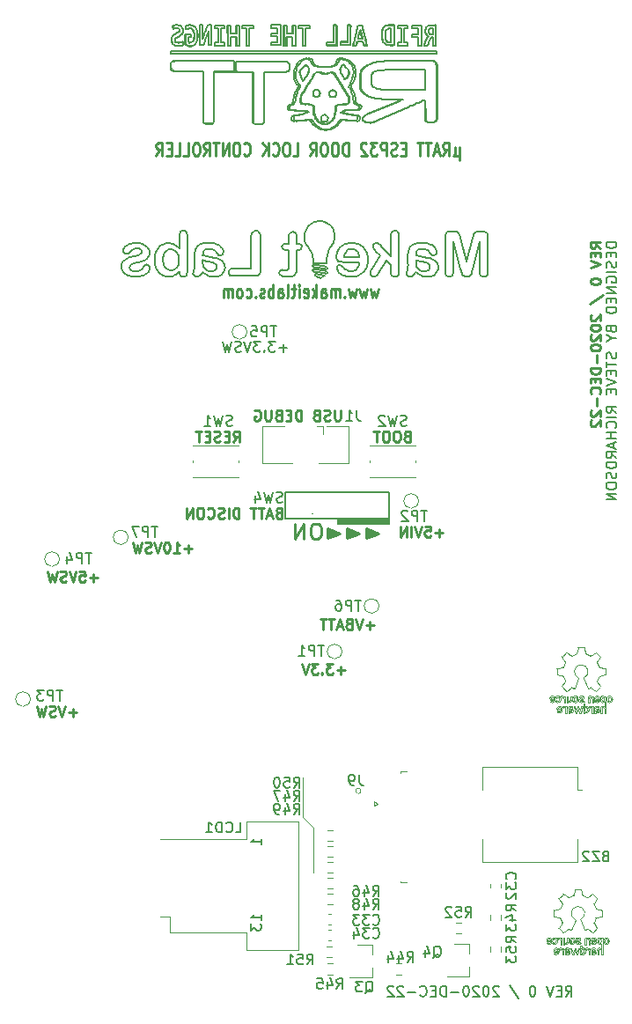
<source format=gbo>
%TF.GenerationSoftware,KiCad,Pcbnew,(5.1.8)-1*%
%TF.CreationDate,2020-12-22T12:44:13-05:00*%
%TF.ProjectId,uratt,75726174-742e-46b6-9963-61645f706362,rev?*%
%TF.SameCoordinates,Original*%
%TF.FileFunction,Legend,Bot*%
%TF.FilePolarity,Positive*%
%FSLAX46Y46*%
G04 Gerber Fmt 4.6, Leading zero omitted, Abs format (unit mm)*
G04 Created by KiCad (PCBNEW (5.1.8)-1) date 2020-12-22 12:44:13*
%MOMM*%
%LPD*%
G01*
G04 APERTURE LIST*
%ADD10C,0.120000*%
%ADD11C,0.250000*%
%ADD12C,0.100000*%
%ADD13C,0.150000*%
%ADD14C,0.144000*%
G04 APERTURE END LIST*
D10*
X55880000Y-101346000D02*
X55880000Y-97536000D01*
X56896000Y-102362000D02*
X55880000Y-101346000D01*
X56896000Y-106680000D02*
X56896000Y-102362000D01*
D11*
X62058214Y-74378285D02*
X62058214Y-73664000D01*
X62129642Y-74378285D02*
X62129642Y-73664000D01*
X62201071Y-74306857D02*
X62201071Y-73735428D01*
X62272500Y-74306857D02*
X62272500Y-73735428D01*
X62343928Y-74306857D02*
X62343928Y-73735428D01*
X62415357Y-74235428D02*
X62415357Y-73806857D01*
X62486785Y-74235428D02*
X62486785Y-73806857D01*
X62558214Y-74235428D02*
X62558214Y-73806857D01*
X62629642Y-74164000D02*
X62629642Y-73878285D01*
X62701071Y-74164000D02*
X62701071Y-73878285D01*
X62772500Y-74092571D02*
X62772500Y-73949714D01*
X62843928Y-74092571D02*
X62843928Y-73949714D01*
X62915357Y-74092571D02*
X62915357Y-73949714D01*
X62986785Y-74021142D02*
X62915357Y-74021142D01*
X61986785Y-74378285D02*
X63058214Y-74021142D01*
X61986785Y-73664000D01*
X63129642Y-74021142D02*
X61986785Y-73592571D01*
X61986785Y-74449714D01*
X63129642Y-74021142D01*
X60201071Y-74378285D02*
X60201071Y-73664000D01*
X60272500Y-74378285D02*
X60272500Y-73664000D01*
X60343928Y-74306857D02*
X60343928Y-73735428D01*
X60415357Y-74306857D02*
X60415357Y-73735428D01*
X60486785Y-74306857D02*
X60486785Y-73735428D01*
X60558214Y-74235428D02*
X60558214Y-73806857D01*
X60629642Y-74235428D02*
X60629642Y-73806857D01*
X60701071Y-74235428D02*
X60701071Y-73806857D01*
X60772500Y-74164000D02*
X60772500Y-73878285D01*
X60843928Y-74164000D02*
X60843928Y-73878285D01*
X60915357Y-74092571D02*
X60915357Y-73949714D01*
X60986785Y-74092571D02*
X60986785Y-73949714D01*
X61058214Y-74092571D02*
X61058214Y-73949714D01*
X61129642Y-74021142D02*
X61058214Y-74021142D01*
X60129642Y-74378285D02*
X61201071Y-74021142D01*
X60129642Y-73664000D01*
X61272500Y-74021142D02*
X60129642Y-73592571D01*
X60129642Y-74449714D01*
X61272500Y-74021142D01*
X58343928Y-74378285D02*
X58343928Y-73664000D01*
X58415357Y-74378285D02*
X58415357Y-73664000D01*
X58486785Y-74306857D02*
X58486785Y-73735428D01*
X58558214Y-74306857D02*
X58558214Y-73735428D01*
X58629642Y-74306857D02*
X58629642Y-73735428D01*
X58701071Y-74235428D02*
X58701071Y-73806857D01*
X58772500Y-74235428D02*
X58772500Y-73806857D01*
X58843928Y-74235428D02*
X58843928Y-73806857D01*
X58915357Y-74164000D02*
X58915357Y-73878285D01*
X58986785Y-74164000D02*
X58986785Y-73878285D01*
X59058214Y-74092571D02*
X59058214Y-73949714D01*
X59129642Y-74092571D02*
X59129642Y-73949714D01*
X59201071Y-74092571D02*
X59201071Y-73949714D01*
X59272500Y-74021142D02*
X59201071Y-74021142D01*
X58272500Y-74378285D02*
X59343928Y-74021142D01*
X58272500Y-73664000D01*
X59415357Y-74021142D02*
X58272500Y-73592571D01*
X58272500Y-74449714D01*
X59415357Y-74021142D01*
X57272500Y-73092571D02*
X56986785Y-73092571D01*
X56843928Y-73164000D01*
X56701071Y-73306857D01*
X56629642Y-73592571D01*
X56629642Y-74092571D01*
X56701071Y-74378285D01*
X56843928Y-74521142D01*
X56986785Y-74592571D01*
X57272500Y-74592571D01*
X57415357Y-74521142D01*
X57558214Y-74378285D01*
X57629642Y-74092571D01*
X57629642Y-73592571D01*
X57558214Y-73306857D01*
X57415357Y-73164000D01*
X57272500Y-73092571D01*
X55986785Y-74592571D02*
X55986785Y-73092571D01*
X55129642Y-74592571D01*
X55129642Y-73092571D01*
X45227523Y-75509428D02*
X44465619Y-75509428D01*
X44846571Y-75890380D02*
X44846571Y-75128476D01*
X43465619Y-75890380D02*
X44037047Y-75890380D01*
X43751333Y-75890380D02*
X43751333Y-74890380D01*
X43846571Y-75033238D01*
X43941809Y-75128476D01*
X44037047Y-75176095D01*
X42846571Y-74890380D02*
X42751333Y-74890380D01*
X42656095Y-74938000D01*
X42608476Y-74985619D01*
X42560857Y-75080857D01*
X42513238Y-75271333D01*
X42513238Y-75509428D01*
X42560857Y-75699904D01*
X42608476Y-75795142D01*
X42656095Y-75842761D01*
X42751333Y-75890380D01*
X42846571Y-75890380D01*
X42941809Y-75842761D01*
X42989428Y-75795142D01*
X43037047Y-75699904D01*
X43084666Y-75509428D01*
X43084666Y-75271333D01*
X43037047Y-75080857D01*
X42989428Y-74985619D01*
X42941809Y-74938000D01*
X42846571Y-74890380D01*
X42227523Y-74890380D02*
X41894190Y-75890380D01*
X41560857Y-74890380D01*
X41275142Y-75842761D02*
X41132285Y-75890380D01*
X40894190Y-75890380D01*
X40798952Y-75842761D01*
X40751333Y-75795142D01*
X40703714Y-75699904D01*
X40703714Y-75604666D01*
X40751333Y-75509428D01*
X40798952Y-75461809D01*
X40894190Y-75414190D01*
X41084666Y-75366571D01*
X41179904Y-75318952D01*
X41227523Y-75271333D01*
X41275142Y-75176095D01*
X41275142Y-75080857D01*
X41227523Y-74985619D01*
X41179904Y-74938000D01*
X41084666Y-74890380D01*
X40846571Y-74890380D01*
X40703714Y-74938000D01*
X40370380Y-74890380D02*
X40132285Y-75890380D01*
X39941809Y-75176095D01*
X39751333Y-75890380D01*
X39513238Y-74890380D01*
X53537904Y-72064571D02*
X53395047Y-72112190D01*
X53347428Y-72159809D01*
X53299809Y-72255047D01*
X53299809Y-72397904D01*
X53347428Y-72493142D01*
X53395047Y-72540761D01*
X53490285Y-72588380D01*
X53871238Y-72588380D01*
X53871238Y-71588380D01*
X53537904Y-71588380D01*
X53442666Y-71636000D01*
X53395047Y-71683619D01*
X53347428Y-71778857D01*
X53347428Y-71874095D01*
X53395047Y-71969333D01*
X53442666Y-72016952D01*
X53537904Y-72064571D01*
X53871238Y-72064571D01*
X52918857Y-72302666D02*
X52442666Y-72302666D01*
X53014095Y-72588380D02*
X52680761Y-71588380D01*
X52347428Y-72588380D01*
X52156952Y-71588380D02*
X51585523Y-71588380D01*
X51871238Y-72588380D02*
X51871238Y-71588380D01*
X51395047Y-71588380D02*
X50823619Y-71588380D01*
X51109333Y-72588380D02*
X51109333Y-71588380D01*
X49728380Y-72588380D02*
X49728380Y-71588380D01*
X49490285Y-71588380D01*
X49347428Y-71636000D01*
X49252190Y-71731238D01*
X49204571Y-71826476D01*
X49156952Y-72016952D01*
X49156952Y-72159809D01*
X49204571Y-72350285D01*
X49252190Y-72445523D01*
X49347428Y-72540761D01*
X49490285Y-72588380D01*
X49728380Y-72588380D01*
X48728380Y-72588380D02*
X48728380Y-71588380D01*
X48299809Y-72540761D02*
X48156952Y-72588380D01*
X47918857Y-72588380D01*
X47823619Y-72540761D01*
X47776000Y-72493142D01*
X47728380Y-72397904D01*
X47728380Y-72302666D01*
X47776000Y-72207428D01*
X47823619Y-72159809D01*
X47918857Y-72112190D01*
X48109333Y-72064571D01*
X48204571Y-72016952D01*
X48252190Y-71969333D01*
X48299809Y-71874095D01*
X48299809Y-71778857D01*
X48252190Y-71683619D01*
X48204571Y-71636000D01*
X48109333Y-71588380D01*
X47871238Y-71588380D01*
X47728380Y-71636000D01*
X46728380Y-72493142D02*
X46776000Y-72540761D01*
X46918857Y-72588380D01*
X47014095Y-72588380D01*
X47156952Y-72540761D01*
X47252190Y-72445523D01*
X47299809Y-72350285D01*
X47347428Y-72159809D01*
X47347428Y-72016952D01*
X47299809Y-71826476D01*
X47252190Y-71731238D01*
X47156952Y-71636000D01*
X47014095Y-71588380D01*
X46918857Y-71588380D01*
X46776000Y-71636000D01*
X46728380Y-71683619D01*
X46109333Y-71588380D02*
X45918857Y-71588380D01*
X45823619Y-71636000D01*
X45728380Y-71731238D01*
X45680761Y-71921714D01*
X45680761Y-72255047D01*
X45728380Y-72445523D01*
X45823619Y-72540761D01*
X45918857Y-72588380D01*
X46109333Y-72588380D01*
X46204571Y-72540761D01*
X46299809Y-72445523D01*
X46347428Y-72255047D01*
X46347428Y-71921714D01*
X46299809Y-71731238D01*
X46204571Y-71636000D01*
X46109333Y-71588380D01*
X45252190Y-72588380D02*
X45252190Y-71588380D01*
X44680761Y-72588380D01*
X44680761Y-71588380D01*
D12*
X79410228Y-113005000D02*
G75*
G03*
X79352773Y-113088203I153671J-167553D01*
G01*
X84425554Y-113062740D02*
G75*
G03*
X84394721Y-113074145I21107J-104446D01*
G01*
X79493206Y-112951851D02*
G75*
G03*
X79410228Y-113004999I99834J-247212D01*
G01*
X79839274Y-113341620D02*
G75*
G03*
X79844874Y-113254033I-624373J83896D01*
G01*
X79570033Y-113569057D02*
G75*
G03*
X79664101Y-113553600I-213J295256D01*
G01*
X79345666Y-113469214D02*
G75*
G03*
X79394730Y-113515405I228359J193402D01*
G01*
X84504688Y-113440917D02*
G75*
G03*
X84535378Y-113429190I-21244J101615D01*
G01*
X79631141Y-113442424D02*
G75*
G03*
X79678478Y-113413697I-46856J130578D01*
G01*
X84504688Y-113062865D02*
G75*
G03*
X84465193Y-113058937I-37594J-177490D01*
G01*
X79678478Y-113413697D02*
G75*
G03*
X79709675Y-113365819I-81027J86900D01*
G01*
X84465193Y-113444826D02*
G75*
G03*
X84504688Y-113440917I1905J182219D01*
G01*
X79394730Y-113515405D02*
G75*
G03*
X79449522Y-113546104I145033J194610D01*
G01*
X79333622Y-113196079D02*
X79333622Y-113298791D01*
X79824180Y-113100718D02*
G75*
G03*
X79798327Y-113045068I-235226J-75451D01*
G01*
X79333622Y-113298791D02*
X79720068Y-113298791D01*
X79588964Y-112934135D02*
G75*
G03*
X79493206Y-112951850I-1894J-257421D01*
G01*
X79762117Y-113003421D02*
G75*
G03*
X79677431Y-112951455I-204901J-238926D01*
G01*
X84535378Y-113074646D02*
G75*
G03*
X84504688Y-113062865I-51976J-89533D01*
G01*
X84570344Y-113121770D02*
G75*
G03*
X84535378Y-113074646I-73936J-18327D01*
G01*
X79449522Y-113546104D02*
G75*
G03*
X79570032Y-113569057I119575J299976D01*
G01*
X84535378Y-113429190D02*
G75*
G03*
X84570345Y-113382281I-38634J65285D01*
G01*
X79755231Y-113507228D02*
G75*
G03*
X79794452Y-113468218I-90841J130554D01*
G01*
X84394721Y-113074144D02*
G75*
G03*
X84359468Y-113119761I36672J-64771D01*
G01*
X79822473Y-113413016D02*
G75*
G03*
X79839274Y-113341620I-348168J119608D01*
G01*
X79436045Y-113392035D02*
X79345667Y-113469213D01*
X79333622Y-113298791D02*
X79333622Y-113298791D01*
X84570344Y-113382281D02*
G75*
G03*
X84587702Y-113252313I-466404J128433D01*
G01*
X79664101Y-113553599D02*
G75*
G03*
X79755231Y-113507228I-117630J343903D01*
G01*
X79436045Y-113392034D02*
G75*
G03*
X79499669Y-113437008I148602J142736D01*
G01*
X84587703Y-113252313D02*
G75*
G03*
X84570345Y-113121770I-487993J1540D01*
G01*
X84465193Y-113058938D02*
G75*
G03*
X84425555Y-113062740I-1907J-188604D01*
G01*
X79794453Y-113468219D02*
G75*
G03*
X79822473Y-113413016I-182025J127108D01*
G01*
X79572328Y-113451999D02*
G75*
G03*
X79631141Y-113442423I2143J172238D01*
G01*
X79352774Y-113088202D02*
G75*
G03*
X79333622Y-113196079I268628J-103329D01*
G01*
X79839715Y-113170374D02*
G75*
G03*
X79824180Y-113100718I-384532J-49196D01*
G01*
X79709675Y-113365820D02*
G75*
G03*
X79720068Y-113298791I-186247J63199D01*
G01*
X79677431Y-112951456D02*
G75*
G03*
X79588963Y-112934135I-88778J-218853D01*
G01*
X79844874Y-113254033D02*
G75*
G03*
X79839715Y-113170374I-627480J3288D01*
G01*
X84465193Y-113444826D02*
X84465193Y-113444826D01*
X79798327Y-113045069D02*
G75*
G03*
X79762117Y-113003422I-152489J-96016D01*
G01*
X79499669Y-113437008D02*
G75*
G03*
X79572327Y-113451999I71591J163410D01*
G01*
X84359468Y-113119761D02*
G75*
G03*
X84341824Y-113252313I456552J-128222D01*
G01*
X81115164Y-114030324D02*
G75*
G03*
X81102090Y-114074525I191636J-80716D01*
G01*
X81225556Y-114083762D02*
G75*
G03*
X81218027Y-114119768I70765J-33586D01*
G01*
X80357778Y-114401366D02*
G75*
G03*
X80388975Y-114353488I-81027J86900D01*
G01*
X81413692Y-114049187D02*
G75*
G03*
X81381412Y-114041872I-54149J-164066D01*
G01*
X81102089Y-114074526D02*
G75*
G03*
X81097242Y-114126940I304247J-54569D01*
G01*
X81466061Y-113943823D02*
G75*
G03*
X81411085Y-113927163I-97016J-221108D01*
G01*
X81411086Y-113927163D02*
G75*
G03*
X81347994Y-113922376I-55793J-317172D01*
G01*
X80473752Y-114455886D02*
G75*
G03*
X80501773Y-114400684I-182024J127106D01*
G01*
X80343401Y-114541269D02*
G75*
G03*
X80434531Y-114494897I-117631J343904D01*
G01*
X81097242Y-114551848D02*
X81218027Y-114551848D01*
X81341971Y-114039434D02*
G75*
G03*
X81287528Y-114043595I-8075J-252614D01*
G01*
X81569696Y-114298150D02*
G75*
G03*
X81532476Y-114239120I-166131J-63501D01*
G01*
X81582109Y-114369664D02*
G75*
G03*
X81569696Y-114298151I-199651J2180D01*
G01*
X80249332Y-114556725D02*
G75*
G03*
X80343400Y-114541268I-212J295256D01*
G01*
X80128823Y-114533772D02*
G75*
G03*
X80249332Y-114556725I119574J299975D01*
G01*
X81456164Y-114087921D02*
G75*
G03*
X81413693Y-114049188I-77451J-42274D01*
G01*
X81218027Y-114551848D02*
X81218027Y-114551848D01*
X81386150Y-114185469D02*
X81218027Y-114185469D01*
X80178968Y-114424677D02*
G75*
G03*
X80251627Y-114439668I71591J163411D01*
G01*
X81532476Y-114239121D02*
G75*
G03*
X81471221Y-114199455I-113328J-107882D01*
G01*
X80524173Y-114241702D02*
G75*
G03*
X80519014Y-114158043I-627479J3288D01*
G01*
X80501773Y-114400685D02*
G75*
G03*
X80518574Y-114329289I-348168J119608D01*
G01*
X80012922Y-114286459D02*
X80399368Y-114286459D01*
X81218027Y-114185469D02*
X81218027Y-114119768D01*
X81287528Y-114043595D02*
G75*
G03*
X81248729Y-114058369I19703J-110077D01*
G01*
X80032074Y-114075871D02*
G75*
G03*
X80012922Y-114183748I268628J-103329D01*
G01*
X80477627Y-114032737D02*
G75*
G03*
X80441417Y-113991090I-152489J-96017D01*
G01*
X80519014Y-114158043D02*
G75*
G03*
X80503480Y-114088387I-384531J-49195D01*
G01*
X80074030Y-114503074D02*
G75*
G03*
X80128822Y-114533773I145033J194610D01*
G01*
X80115345Y-114379703D02*
X80024967Y-114456882D01*
X81097242Y-114126940D02*
X81097242Y-114551848D01*
X81456164Y-114087921D02*
X81551701Y-114012752D01*
X81551701Y-114012752D02*
G75*
G03*
X81466061Y-113943823I-172765J-126985D01*
G01*
X80356731Y-113939124D02*
G75*
G03*
X80268263Y-113921803I-88778J-218853D01*
G01*
X80434531Y-114494897D02*
G75*
G03*
X80473752Y-114455887I-90841J130554D01*
G01*
X80024966Y-114456883D02*
G75*
G03*
X80074030Y-114503074I228359J193402D01*
G01*
X80251628Y-114439668D02*
G75*
G03*
X80310441Y-114430092I2143J172238D01*
G01*
X80310441Y-114430093D02*
G75*
G03*
X80357778Y-114401366I-46856J130578D01*
G01*
X81248729Y-114058370D02*
G75*
G03*
X81225556Y-114083762I34191J-54471D01*
G01*
X81166100Y-113966559D02*
G75*
G03*
X81115164Y-114030324I84678J-119867D01*
G01*
X80089528Y-113992667D02*
G75*
G03*
X80032073Y-114075871I153671J-167555D01*
G01*
X80172506Y-113939520D02*
G75*
G03*
X80089528Y-113992668I99834J-247212D01*
G01*
X81471221Y-114199456D02*
G75*
G03*
X81386150Y-114185469I-83401J-241567D01*
G01*
X80268264Y-113921804D02*
G75*
G03*
X80172506Y-113939519I-1894J-257421D01*
G01*
X81381413Y-114041872D02*
G75*
G03*
X81341971Y-114039434I-37815J-291443D01*
G01*
X80441417Y-113991090D02*
G75*
G03*
X80356731Y-113939124I-204901J-238925D01*
G01*
X80503480Y-114088387D02*
G75*
G03*
X80477627Y-114032737I-235227J-75451D01*
G01*
X80518574Y-114329289D02*
G75*
G03*
X80524174Y-114241702I-624373J83896D01*
G01*
X80115345Y-114379703D02*
G75*
G03*
X80178969Y-114424677I148602J142736D01*
G01*
X80388975Y-114353488D02*
G75*
G03*
X80399368Y-114286459I-186247J63198D01*
G01*
X81245993Y-113932848D02*
G75*
G03*
X81166100Y-113966559I56674J-245842D01*
G01*
X81347994Y-113922376D02*
G75*
G03*
X81245993Y-113932848I-8945J-414878D01*
G01*
X83024302Y-113056607D02*
G75*
G03*
X83011688Y-113099813I190715J-79127D01*
G01*
X83074762Y-112989075D02*
G75*
G03*
X83024303Y-113056607I108156J-133431D01*
G01*
X81667379Y-113252313D02*
X81667379Y-113252313D01*
X83378156Y-112941307D02*
X83378156Y-113007583D01*
X83502963Y-113561884D02*
X83502963Y-112941307D01*
X81739542Y-113070342D02*
G75*
G03*
X81698080Y-113104556I42134J-93288D01*
G01*
X85023511Y-113433421D02*
G75*
G03*
X85082469Y-113444826I55728J129996D01*
G01*
X81898906Y-113104556D02*
G75*
G03*
X81857885Y-113070342I-81768J-56336D01*
G01*
X83254506Y-113058937D02*
G75*
G03*
X83206600Y-113067760I-1454J-126572D01*
G01*
X83214331Y-112934134D02*
G75*
G03*
X83143288Y-112947869I358J-192453D01*
G01*
X83502963Y-113561884D02*
X83502963Y-113561884D01*
X83378156Y-113561884D02*
X83502963Y-113561884D01*
X83378156Y-113192348D02*
X83378156Y-113561884D01*
X83369417Y-113136403D02*
G75*
G03*
X83343159Y-113094227I-106594J-37101D01*
G01*
X83303497Y-113067760D02*
G75*
G03*
X83254507Y-113058937I-47356J-122525D01*
G01*
X83502963Y-112941307D02*
X83378156Y-112941307D01*
X83206600Y-113067760D02*
G75*
G03*
X83167287Y-113094227I44156J-108018D01*
G01*
X84958239Y-113347280D02*
G75*
G03*
X84982053Y-113399209I152741J38619D01*
G01*
X83011688Y-113099813D02*
G75*
G03*
X83007483Y-113149313I273042J-48123D01*
G01*
X83143288Y-112947868D02*
G75*
G03*
X83074761Y-112989075I97424J-239603D01*
G01*
X83378156Y-113007583D02*
X83375861Y-113007583D01*
X81927752Y-113194285D02*
G75*
G03*
X81923015Y-113157060I-248705J-12737D01*
G01*
X81857885Y-113070341D02*
G75*
G03*
X81798502Y-113058937I-55968J-131119D01*
G01*
X83343159Y-113094227D02*
G75*
G03*
X83303497Y-113067760I-82707J-80988D01*
G01*
X81698080Y-113399209D02*
G75*
G03*
X81739542Y-113433422I83594J59075D01*
G01*
X81857884Y-113433421D02*
G75*
G03*
X81898905Y-113399209I-40744J90549D01*
G01*
X83007483Y-113149313D02*
X83007483Y-113561884D01*
X81669106Y-113309765D02*
G75*
G03*
X81674265Y-113347279I230170J12546D01*
G01*
X83132290Y-113561884D02*
X83132290Y-113192348D01*
X81674265Y-113347279D02*
G75*
G03*
X81698080Y-113399209I152742J38623D01*
G01*
X81798502Y-113444826D02*
G75*
G03*
X81857885Y-113433422I3415J142522D01*
G01*
X84953076Y-113309765D02*
G75*
G03*
X84958239Y-113347279I230173J12568D01*
G01*
X81667379Y-113252313D02*
X81669105Y-113194643D01*
X84953076Y-113309766D02*
X84951354Y-113252313D01*
X81669105Y-113309766D02*
X81667379Y-113252313D01*
X81929331Y-113250879D02*
X81927752Y-113309048D01*
X85082469Y-113444826D02*
G75*
G03*
X85141859Y-113433422I3419J142539D01*
G01*
X81567768Y-114444186D02*
G75*
G03*
X81582109Y-114369663I-173740J72074D01*
G01*
X81524728Y-114504221D02*
G75*
G03*
X81567768Y-114444186I-116458J128936D01*
G01*
X81459671Y-114544174D02*
G75*
G03*
X81524728Y-114504222I-54609J161870D01*
G01*
X81272544Y-114543527D02*
G75*
G03*
X81315291Y-114555147I70167J173688D01*
G01*
X81898906Y-113399209D02*
G75*
G03*
X81923015Y-113346991I-113148J83916D01*
G01*
X81698080Y-113104555D02*
G75*
G03*
X81674265Y-113157060I135106J-92937D01*
G01*
X84982053Y-113399209D02*
G75*
G03*
X85023511Y-113433422I83592J59068D01*
G01*
X85141859Y-113433422D02*
G75*
G03*
X85182887Y-113399209I-40741J90563D01*
G01*
X81220616Y-114497049D02*
G75*
G03*
X81272544Y-114543528I88857J47027D01*
G01*
X81739542Y-113433421D02*
G75*
G03*
X81798502Y-113444826I55729J130000D01*
G01*
X81369514Y-114559020D02*
G75*
G03*
X81459671Y-114544173I-1503J290280D01*
G01*
X83378157Y-113192348D02*
G75*
G03*
X83369416Y-113136403I-165932J2732D01*
G01*
X83141031Y-113136403D02*
G75*
G03*
X83132290Y-113192348I157190J-53213D01*
G01*
X83167288Y-113094228D02*
G75*
G03*
X83141030Y-113136403I80335J-79276D01*
G01*
X81923015Y-113346991D02*
G75*
G03*
X81927752Y-113309048I-250453J50538D01*
G01*
X81674265Y-113157060D02*
G75*
G03*
X81669105Y-113194643I225279J-50074D01*
G01*
X85182887Y-113399209D02*
G75*
G03*
X85206987Y-113346991I-113151J83894D01*
G01*
X81923014Y-113157060D02*
G75*
G03*
X81898905Y-113104556I-142485J-33640D01*
G01*
X81315291Y-114555147D02*
G75*
G03*
X81369514Y-114559020I51654J341654D01*
G01*
X81218027Y-114497049D02*
X81220617Y-114497049D01*
X81218027Y-114551848D02*
X81218027Y-114497049D01*
X83306361Y-112952498D02*
G75*
G03*
X83214331Y-112934135I-88082J-201655D01*
G01*
X84951354Y-113252313D02*
X84951354Y-113252313D01*
X83375861Y-113007583D02*
G75*
G03*
X83306361Y-112952497I-147289J-114443D01*
G01*
X81798502Y-113058937D02*
G75*
G03*
X81739542Y-113070342I-3231J-141406D01*
G01*
X81927752Y-113194285D02*
X81929331Y-113250879D01*
X83007483Y-113561884D02*
X83132290Y-113561884D01*
X79881526Y-113462040D02*
G75*
G03*
X79978220Y-113538931I257775J224920D01*
G01*
X83997621Y-114363637D02*
G75*
G03*
X83991598Y-114331810I-71347J2982D01*
G01*
X80037823Y-113561526D02*
G75*
G03*
X80104734Y-113569057I65460J280571D01*
G01*
X83818371Y-114437875D02*
G75*
G03*
X83883427Y-114441963I54787J352150D01*
G01*
X83987871Y-113134286D02*
G75*
G03*
X83959825Y-113088919I-116125J-40436D01*
G01*
X80299261Y-113008012D02*
G75*
G03*
X80207176Y-112952603I-205817J-237828D01*
G01*
X83747144Y-114333799D02*
G75*
G03*
X83754324Y-114391180I191654J-5160D01*
G01*
X83747145Y-114333798D02*
X83747145Y-114333798D01*
X80099869Y-113444826D02*
G75*
G03*
X80170544Y-113432794I3905J190643D01*
G01*
X80386205Y-113252313D02*
G75*
G03*
X80380770Y-113173136I-539887J2714D01*
G01*
X80104734Y-113569057D02*
G75*
G03*
X80207176Y-113550766I1331J288571D01*
G01*
X80251300Y-113167712D02*
G75*
G03*
X80221021Y-113107281I-154655J-39688D01*
G01*
X83935428Y-114435866D02*
G75*
G03*
X83970353Y-114417576I-20378J81401D01*
G01*
X83747145Y-114333798D02*
X83747145Y-114288182D01*
X85182887Y-113104556D02*
G75*
G03*
X85141859Y-113070342I-81770J-56350D01*
G01*
X83998558Y-113196079D02*
X83998558Y-113196079D01*
X80299261Y-113495895D02*
G75*
G03*
X80337307Y-113453236I-130693J154855D01*
G01*
X80170543Y-113071023D02*
G75*
G03*
X80099868Y-113058937I-66775J-177798D01*
G01*
X83775845Y-114423314D02*
G75*
G03*
X83818371Y-114437875I58590J101741D01*
G01*
X80031581Y-113075148D02*
G75*
G03*
X79973630Y-113123779I86442J-161850D01*
G01*
X79881526Y-113041723D02*
X79973630Y-113123779D01*
X83972079Y-114308625D02*
G75*
G03*
X83939083Y-114294082I-55299J-80765D01*
G01*
X80337308Y-113453236D02*
G75*
G03*
X80364465Y-113398419I-207022J136697D01*
G01*
X85141859Y-113070342D02*
G75*
G03*
X85082469Y-113058937I-55972J-131135D01*
G01*
X83747145Y-114288182D02*
X83892608Y-114288182D01*
X84982053Y-113104556D02*
G75*
G03*
X84958239Y-113157060I135106J-92931D01*
G01*
X79978220Y-112964546D02*
G75*
G03*
X79881526Y-113041723I164297J-305007D01*
G01*
X80337307Y-113050984D02*
G75*
G03*
X80299261Y-113008012I-171092J-113150D01*
G01*
X83991598Y-114331809D02*
G75*
G03*
X83972079Y-114308624I-53222J-24997D01*
G01*
X83970352Y-114417576D02*
G75*
G03*
X83990808Y-114392616I-50553J62292D01*
G01*
X80261399Y-113252313D02*
G75*
G03*
X80251300Y-113167712I-316952J5068D01*
G01*
X80364464Y-113398419D02*
G75*
G03*
X80380770Y-113331444I-334311J116862D01*
G01*
X85023510Y-113070342D02*
G75*
G03*
X84982053Y-113104556I42136J-93281D01*
G01*
X80221021Y-113107281D02*
G75*
G03*
X80170544Y-113071023I-95826J-80141D01*
G01*
X84958240Y-113157060D02*
G75*
G03*
X84953076Y-113194643I225276J-50096D01*
G01*
X84951354Y-113252313D02*
X84953076Y-113194643D01*
X80170544Y-113432795D02*
G75*
G03*
X80221021Y-113396699I-45137J116463D01*
G01*
X83754324Y-114391180D02*
G75*
G03*
X83763285Y-114410403I72873J22268D01*
G01*
X83763286Y-114410403D02*
G75*
G03*
X83775845Y-114423314I39289J25656D01*
G01*
X83998558Y-113196079D02*
G75*
G03*
X83987871Y-113134286I-198272J-2469D01*
G01*
X80251300Y-113336538D02*
G75*
G03*
X80261399Y-113252313I-304113J79183D01*
G01*
X80207176Y-113550767D02*
G75*
G03*
X80299261Y-113495896I-112927J294222D01*
G01*
X80207176Y-112952603D02*
G75*
G03*
X80104734Y-112934135I-101130J-267606D01*
G01*
X80037823Y-112941736D02*
G75*
G03*
X79978220Y-112964546I56384J-236615D01*
G01*
X85082469Y-113058938D02*
G75*
G03*
X85023511Y-113070342I-3230J-141401D01*
G01*
X85211720Y-113194285D02*
G75*
G03*
X85206987Y-113157060I-248703J-12713D01*
G01*
X80099868Y-113058937D02*
G75*
G03*
X80031580Y-113075147I-1107J-147281D01*
G01*
X83990808Y-114392616D02*
G75*
G03*
X83997621Y-114363637I-56539J28582D01*
G01*
X80364464Y-113106027D02*
G75*
G03*
X80337307Y-113050985I-236554J-82494D01*
G01*
X80380770Y-113173137D02*
G75*
G03*
X80364465Y-113106027I-352620J-50139D01*
G01*
X80031286Y-113428472D02*
G75*
G03*
X80099868Y-113444826I67357J130487D01*
G01*
X79978220Y-113538931D02*
G75*
G03*
X80037823Y-113561525I115784J215525D01*
G01*
X83939082Y-114294082D02*
G75*
G03*
X83892608Y-114288182I-49949J-207471D01*
G01*
X80104734Y-112934134D02*
G75*
G03*
X80037823Y-112941736I-1450J-285505D01*
G01*
X83883428Y-114441963D02*
G75*
G03*
X83935429Y-114435866I3585J194230D01*
G01*
X85211721Y-113194285D02*
X85213298Y-113250879D01*
X85206987Y-113346991D02*
G75*
G03*
X85211721Y-113309048I-250454J50513D01*
G01*
X85213298Y-113250879D02*
X85211721Y-113309048D01*
X85206987Y-113157060D02*
G75*
G03*
X85182887Y-113104556I-142481J-33617D01*
G01*
X79973630Y-113379413D02*
X79973630Y-113379413D01*
X79973629Y-113379413D02*
G75*
G03*
X80031286Y-113428473I143488J110221D01*
G01*
X80221021Y-113396698D02*
G75*
G03*
X80251300Y-113336537I-123380J99796D01*
G01*
X80380770Y-113331444D02*
G75*
G03*
X80386205Y-113252313I-533522J76398D01*
G01*
X79973630Y-113379413D02*
X79881526Y-113462041D01*
X83871088Y-114039434D02*
G75*
G03*
X83816645Y-114043595I-8075J-252614D01*
G01*
X83985281Y-114087921D02*
G75*
G03*
X83942810Y-114049188I-77450J-42274D01*
G01*
X84096885Y-114444186D02*
G75*
G03*
X84111226Y-114369663I-173740J72074D01*
G01*
X84061593Y-114239121D02*
G75*
G03*
X84000338Y-114199455I-113328J-107882D01*
G01*
X84111226Y-114369664D02*
G75*
G03*
X84098813Y-114298151I-199651J2180D01*
G01*
X83816645Y-114043595D02*
G75*
G03*
X83777846Y-114058369I19703J-110077D01*
G01*
X81733335Y-113562781D02*
G75*
G03*
X81798502Y-113569057I62315J305574D01*
G01*
X81916551Y-113543952D02*
G75*
G03*
X81956837Y-113517951I-161690J294736D01*
G01*
X83877111Y-113922376D02*
G75*
G03*
X83775110Y-113932848I-8945J-414878D01*
G01*
X83754674Y-114083762D02*
G75*
G03*
X83747145Y-114119768I70764J-33586D01*
G01*
X83747145Y-114551848D02*
X83747145Y-114551848D01*
X83626360Y-114126940D02*
X83626360Y-114551848D01*
X83644281Y-114030324D02*
G75*
G03*
X83631207Y-114074525I191636J-80716D01*
G01*
X83775110Y-113932848D02*
G75*
G03*
X83695217Y-113966559I56674J-245842D01*
G01*
X83940203Y-113927163D02*
G75*
G03*
X83877111Y-113922376I-55793J-317172D01*
G01*
X84098814Y-114298150D02*
G75*
G03*
X84061594Y-114239120I-166131J-63501D01*
G01*
X83910530Y-114041872D02*
G75*
G03*
X83871088Y-114039434I-37815J-291443D01*
G01*
X81547016Y-113163766D02*
G75*
G03*
X81543142Y-113250879I849468J-81423D01*
G01*
X83777846Y-114058370D02*
G75*
G03*
X83754673Y-114083762I34191J-54471D01*
G01*
X84000338Y-114199456D02*
G75*
G03*
X83915267Y-114185469I-83401J-241567D01*
G01*
X81681297Y-112959812D02*
G75*
G03*
X81640736Y-112986099I178736J-320231D01*
G01*
X81987282Y-113490157D02*
G75*
G03*
X82038787Y-113401647I-176223J161787D01*
G01*
X81864440Y-113562781D02*
G75*
G03*
X81916551Y-113543952I-36684J183060D01*
G01*
X83695217Y-113966559D02*
G75*
G03*
X83644281Y-114030324I84678J-119867D01*
G01*
X83844408Y-114555147D02*
G75*
G03*
X83898631Y-114559020I51655J341654D01*
G01*
X83747145Y-114497049D02*
X83749734Y-114497049D01*
X83942810Y-114049187D02*
G75*
G03*
X83910530Y-114041872I-54150J-164066D01*
G01*
X83988788Y-114544174D02*
G75*
G03*
X84053845Y-114504222I-54609J161870D01*
G01*
X83985281Y-114087921D02*
X84080819Y-114012752D01*
X83898631Y-114559020D02*
G75*
G03*
X83988788Y-114544173I-1503J290280D01*
G01*
X83749733Y-114497049D02*
G75*
G03*
X83801661Y-114543528I88857J47027D01*
G01*
X81543142Y-113250879D02*
G75*
G03*
X81547016Y-113339496I880326J-5904D01*
G01*
X81609998Y-113490157D02*
G75*
G03*
X81640736Y-113517951I160245J146324D01*
G01*
X81547017Y-113339496D02*
G75*
G03*
X81558640Y-113401647I316985J27118D01*
G01*
X83626360Y-114551848D02*
X83747145Y-114551848D01*
X84053845Y-114504221D02*
G75*
G03*
X84096885Y-114444186I-116458J128936D01*
G01*
X82050502Y-113339496D02*
G75*
G03*
X82054413Y-113250879I-868397J82722D01*
G01*
X83959825Y-113088918D02*
G75*
G03*
X83918367Y-113061054I-87239J-85025D01*
G01*
X83918367Y-113061054D02*
G75*
G03*
X83867442Y-113051765I-49292J-125995D01*
G01*
X83867443Y-113051765D02*
G75*
G03*
X83817197Y-113061054I-1544J-132184D01*
G01*
X83817197Y-113061055D02*
G75*
G03*
X83776062Y-113088919I46269J-112599D01*
G01*
X83747145Y-114551848D02*
X83747145Y-114497049D01*
X81558639Y-113102117D02*
G75*
G03*
X81547016Y-113163766I304358J-89304D01*
G01*
X81609999Y-113013607D02*
G75*
G03*
X81558640Y-113102117I174976J-160687D01*
G01*
X81681297Y-113543953D02*
G75*
G03*
X81733335Y-113562781I89632J166400D01*
G01*
X83776063Y-113088920D02*
G75*
G03*
X83747910Y-113134286I90036J-87290D01*
G01*
X83801661Y-114543527D02*
G75*
G03*
X83844408Y-114555147I70167J173688D01*
G01*
X83747910Y-113134286D02*
G75*
G03*
X83736613Y-113196079I191312J-66902D01*
G01*
X83631207Y-114074526D02*
G75*
G03*
X83626360Y-114126940I304246J-54569D01*
G01*
X84080818Y-114012752D02*
G75*
G03*
X83995178Y-113943823I-172765J-126985D01*
G01*
X82054413Y-113250879D02*
X82054413Y-113250879D01*
X81798502Y-112934134D02*
G75*
G03*
X81733335Y-112940554I-2843J-305120D01*
G01*
X81640736Y-113517951D02*
G75*
G03*
X81681298Y-113543952I203667J273082D01*
G01*
X83995179Y-113943823D02*
G75*
G03*
X83940203Y-113927163I-97017J-221108D01*
G01*
X81956838Y-113517951D02*
G75*
G03*
X81987282Y-113490157I-128393J171205D01*
G01*
X81733336Y-112940555D02*
G75*
G03*
X81681298Y-112959812I37924J-182413D01*
G01*
X83747145Y-114185469D02*
X83747145Y-114119768D01*
X81640736Y-112986099D02*
G75*
G03*
X81609998Y-113013607I136138J-183050D01*
G01*
X81864440Y-112940555D02*
G75*
G03*
X81798502Y-112934135I-62942J-304667D01*
G01*
X81558639Y-113401647D02*
G75*
G03*
X81609998Y-113490157I226336J72176D01*
G01*
X83915267Y-114185469D02*
X83747145Y-114185469D01*
X81798502Y-113569057D02*
G75*
G03*
X81864440Y-113562781I3004J317954D01*
G01*
X82038787Y-113401648D02*
G75*
G03*
X82050502Y-113339496I-302653J89228D01*
G01*
X83998558Y-113196079D02*
X83736613Y-113196079D01*
X83688700Y-113004999D02*
G75*
G03*
X83631247Y-113088203I153672J-167550D01*
G01*
X84033704Y-113507228D02*
G75*
G03*
X84072929Y-113468218I-90839J130564D01*
G01*
X83612095Y-113196079D02*
X83612095Y-113298791D01*
X84118189Y-113170374D02*
G75*
G03*
X84102669Y-113100718I-384525J-49116D01*
G01*
X83778143Y-113437008D02*
G75*
G03*
X83850801Y-113451999I71590J163410D01*
G01*
X84965268Y-112959812D02*
G75*
G03*
X84924707Y-112986099I178736J-320231D01*
G01*
X83955915Y-112951456D02*
G75*
G03*
X83867442Y-112934135I-88780J-218867D01*
G01*
X83867442Y-112934134D02*
G75*
G03*
X83771686Y-112951850I-1892J-257418D01*
G01*
X84965268Y-113543953D02*
G75*
G03*
X85017306Y-113562781I89632J166400D01*
G01*
X85200532Y-112959812D02*
G75*
G03*
X85148422Y-112940554I-89121J-161018D01*
G01*
X83612095Y-113298791D02*
X83612095Y-113298791D01*
X83909618Y-113442423D02*
G75*
G03*
X83956957Y-113413697I-46855J130582D01*
G01*
X84117758Y-113341620D02*
G75*
G03*
X84123362Y-113254033I-624371J83922D01*
G01*
X83624145Y-113469213D02*
G75*
G03*
X83673207Y-113515405I228358J193393D01*
G01*
X81956837Y-112986099D02*
G75*
G03*
X81916551Y-112959812I-217402J-289167D01*
G01*
X83714522Y-113392035D02*
X83624146Y-113469213D01*
X85334480Y-113163766D02*
G75*
G03*
X85322753Y-113102117I-313380J-27674D01*
G01*
X84893972Y-113490157D02*
G75*
G03*
X84924707Y-113517951I160243J146305D01*
G01*
X84102669Y-113100718D02*
G75*
G03*
X84076802Y-113045068I-235234J-75503D01*
G01*
X84830996Y-113339495D02*
G75*
G03*
X84842616Y-113401647I316985J27099D01*
G01*
X84827124Y-113250879D02*
G75*
G03*
X84830996Y-113339496I880323J-5923D01*
G01*
X83848506Y-113569057D02*
G75*
G03*
X83942576Y-113553600I-211J295262D01*
G01*
X85322753Y-113102117D02*
G75*
G03*
X85271254Y-113013607I-227725J-73264D01*
G01*
X81987281Y-113013607D02*
G75*
G03*
X81956837Y-112986099I-165330J-152376D01*
G01*
X83673207Y-113515405D02*
G75*
G03*
X83728005Y-113546104I145036J194631D01*
G01*
X82050502Y-113163765D02*
G75*
G03*
X82038787Y-113102117I-313374J-27613D01*
G01*
X84830997Y-113163766D02*
G75*
G03*
X84827124Y-113250879I849467J-81405D01*
G01*
X85017306Y-112940554D02*
G75*
G03*
X84965268Y-112959812I37925J-182414D01*
G01*
X83942576Y-113553599D02*
G75*
G03*
X84033705Y-113507228I-117631J343897D01*
G01*
X84100948Y-113413016D02*
G75*
G03*
X84117758Y-113341620I-348163J119654D01*
G01*
X85017306Y-113562781D02*
G75*
G03*
X85082469Y-113569057I62313J305557D01*
G01*
X85271254Y-113013607D02*
G75*
G03*
X85240806Y-112986099I-165332J-152397D01*
G01*
X82038788Y-113102117D02*
G75*
G03*
X81987282Y-113013607I-227729J-73278D01*
G01*
X84924706Y-113517951D02*
G75*
G03*
X84965268Y-113543952I203667J273082D01*
G01*
X82054413Y-113250879D02*
G75*
G03*
X82050502Y-113163766I-845573J5681D01*
G01*
X85338389Y-113250879D02*
X85338389Y-113250879D01*
X85200531Y-113543952D02*
G75*
G03*
X85240806Y-113517951I-161696J294655D01*
G01*
X84040591Y-113003421D02*
G75*
G03*
X83955916Y-112951455I-204896J-238891D01*
G01*
X84076802Y-113045068D02*
G75*
G03*
X84040590Y-113003422I-152490J-96023D01*
G01*
X83714523Y-113392034D02*
G75*
G03*
X83778143Y-113437008I148599J142727D01*
G01*
X85082469Y-113569057D02*
G75*
G03*
X85148422Y-113562781I3012J318025D01*
G01*
X85338389Y-113250879D02*
G75*
G03*
X85334480Y-113163766I-845571J5700D01*
G01*
X84924706Y-112986099D02*
G75*
G03*
X84893972Y-113013607I136140J-183030D01*
G01*
X84842616Y-113102118D02*
G75*
G03*
X84830996Y-113163766I304359J-89284D01*
G01*
X84842615Y-113401647D02*
G75*
G03*
X84893972Y-113490157I226335J72172D01*
G01*
X83988158Y-113365820D02*
G75*
G03*
X83998558Y-113298791I-186243J63220D01*
G01*
X83612095Y-113298791D02*
X83998558Y-113298791D01*
X84072930Y-113468219D02*
G75*
G03*
X84100948Y-113413016I-182026J127101D01*
G01*
X85082469Y-112934134D02*
G75*
G03*
X85017306Y-112940554I-2841J-305103D01*
G01*
X85148421Y-112940555D02*
G75*
G03*
X85082469Y-112934135I-62949J-304735D01*
G01*
X85271253Y-113490157D02*
G75*
G03*
X85322753Y-113401647I-176225J161774D01*
G01*
X83631247Y-113088202D02*
G75*
G03*
X83612095Y-113196079I268628J-103329D01*
G01*
X83728006Y-113546104D02*
G75*
G03*
X83848506Y-113569057I119569J299952D01*
G01*
X84893973Y-113013607D02*
G75*
G03*
X84842616Y-113102117I174977J-160682D01*
G01*
X84123363Y-113254033D02*
G75*
G03*
X84118188Y-113170374I-627488J3178D01*
G01*
X81916552Y-112959812D02*
G75*
G03*
X81864440Y-112940554I-89122J-161024D01*
G01*
X85334480Y-113339496D02*
G75*
G03*
X85338389Y-113250879I-868398J82702D01*
G01*
X85322753Y-113401647D02*
G75*
G03*
X85334480Y-113339496I-302646J89288D01*
G01*
X85240806Y-113517951D02*
G75*
G03*
X85271254Y-113490157I-128390J171225D01*
G01*
X83956958Y-113413697D02*
G75*
G03*
X83988158Y-113365819I-81026J86907D01*
G01*
X85148422Y-113562780D02*
G75*
G03*
X85200531Y-113543952I-36685J183053D01*
G01*
X83850801Y-113451999D02*
G75*
G03*
X83909618Y-113442423I2145J172248D01*
G01*
X85240805Y-112986099D02*
G75*
G03*
X85200531Y-112959812I-217396J-289080D01*
G01*
X83771686Y-112951850D02*
G75*
G03*
X83688699Y-113004999I99830J-247238D01*
G01*
X82806738Y-114046606D02*
X82806738Y-114046606D01*
X82806738Y-114046607D02*
G75*
G03*
X82767609Y-114050534I-1865J-178303D01*
G01*
X82846510Y-114428721D02*
G75*
G03*
X82877432Y-114417397I-21069J105414D01*
G01*
X82737128Y-114416787D02*
G75*
G03*
X82767609Y-114428568I51784J88660D01*
G01*
X82806738Y-114432494D02*
G75*
G03*
X82846510Y-114428720I1927J191109D01*
G01*
X80663266Y-114054281D02*
G75*
G03*
X80622227Y-114077305I58212J-151846D01*
G01*
X80661816Y-113921804D02*
G75*
G03*
X80595272Y-113933781I-50J-190563D01*
G01*
X82233514Y-114363637D02*
X82231219Y-114363637D01*
X82737128Y-114062315D02*
G75*
G03*
X82702167Y-114109439I39575J-65891D01*
G01*
X81856799Y-114363637D02*
X81738034Y-113928976D01*
X81999692Y-113928976D02*
X81859389Y-114363637D01*
X82090639Y-113928976D02*
X81999692Y-113928976D01*
X82231219Y-114363637D02*
X82090639Y-113928976D01*
X82767609Y-114428568D02*
G75*
G03*
X82806738Y-114432495I37262J174376D01*
G01*
X82352573Y-113928976D02*
X82233514Y-114363637D01*
X81914181Y-114549553D02*
X82044147Y-114115463D01*
X82767609Y-114050534D02*
G75*
G03*
X82737128Y-114062315I21303J-100440D01*
G01*
X82702167Y-114369664D02*
G75*
G03*
X82737128Y-114416787I74535J18768D01*
G01*
X80788201Y-114077449D02*
G75*
G03*
X80704856Y-114046606I-83292J-97046D01*
G01*
X80532143Y-113969715D02*
X80622227Y-114077305D01*
X82176133Y-114549553D02*
X82286305Y-114549553D01*
X82912742Y-114107001D02*
G75*
G03*
X82877432Y-114061705I-71370J-19225D01*
G01*
X80950448Y-114549553D02*
X80950448Y-114549553D01*
X82044147Y-114115463D02*
X82046460Y-114115463D01*
X82912742Y-114372102D02*
G75*
G03*
X82930388Y-114238548I-457503J128391D01*
G01*
X82930388Y-114238547D02*
G75*
G03*
X82912742Y-114107000I-467469J4250D01*
G01*
X82846510Y-114050381D02*
G75*
G03*
X82806738Y-114046606I-37847J-187335D01*
G01*
X80825641Y-113995251D02*
X80823346Y-113995251D01*
X80950448Y-114549553D02*
X80950448Y-113928976D01*
X80950448Y-113928976D02*
X80825641Y-113928976D01*
X82877431Y-114417397D02*
G75*
G03*
X82912742Y-114372102I-36059J64521D01*
G01*
X80825642Y-114176576D02*
G75*
G03*
X80816295Y-114117652I-166733J3757D01*
G01*
X81914181Y-114549553D02*
X81914181Y-114549553D01*
X81804303Y-114549553D02*
X81914181Y-114549553D01*
X81605773Y-113928976D02*
X81804303Y-114549553D01*
X81738034Y-113928976D02*
X81605773Y-113928976D01*
X81859389Y-114363637D02*
X81856799Y-114363637D01*
X80825641Y-114549553D02*
X80950448Y-114549553D01*
X80753846Y-113940166D02*
G75*
G03*
X80661816Y-113921803I-88082J-201656D01*
G01*
X82484559Y-113928976D02*
X82352573Y-113928976D01*
X82877432Y-114061705D02*
G75*
G03*
X82846510Y-114050381I-51991J-94090D01*
G01*
X82286305Y-114549553D02*
X82484559Y-113928976D01*
X82702166Y-114109440D02*
G75*
G03*
X82684521Y-114238548I457620J-128304D01*
G01*
X80825641Y-114176576D02*
X80825641Y-114549553D01*
X80823346Y-113995251D02*
G75*
G03*
X80753846Y-113940165I-147289J-114444D01*
G01*
X80704856Y-114046606D02*
G75*
G03*
X80663266Y-114054281I392J-118642D01*
G01*
X82684521Y-114238548D02*
G75*
G03*
X82702167Y-114369663I482681J-1784D01*
G01*
X80816295Y-114117652D02*
G75*
G03*
X80788201Y-114077449I-88301J-31787D01*
G01*
X80825641Y-113928976D02*
X80825641Y-113995251D01*
X80595272Y-113933781D02*
G75*
G03*
X80532143Y-113969715I83515J-220135D01*
G01*
X82046460Y-114115463D02*
X82176133Y-114549553D01*
X82661921Y-113458598D02*
X82574702Y-113372239D01*
X81429497Y-113353877D02*
X81429497Y-112941307D01*
X81218027Y-114333798D02*
X81218027Y-114288182D01*
X83126322Y-113933781D02*
G75*
G03*
X83063193Y-113969715I83515J-220135D01*
G01*
X81218027Y-114333798D02*
X81218027Y-114333798D01*
X81218027Y-114288182D02*
X81363491Y-114288182D01*
X80388680Y-114121955D02*
G75*
G03*
X80360642Y-114076588I-116120J-40419D01*
G01*
X83319251Y-114077449D02*
G75*
G03*
X83235906Y-114046606I-83292J-97046D01*
G01*
X81218027Y-114333799D02*
G75*
G03*
X81225207Y-114391180I191654J-5160D01*
G01*
X81225207Y-114391180D02*
G75*
G03*
X81234168Y-114410403I72873J22268D01*
G01*
X81234168Y-114410403D02*
G75*
G03*
X81246727Y-114423314I39289J25656D01*
G01*
X81246728Y-114423314D02*
G75*
G03*
X81289254Y-114437875I58590J101741D01*
G01*
X81289254Y-114437875D02*
G75*
G03*
X81354310Y-114441963I54787J352150D01*
G01*
X81354310Y-114441963D02*
G75*
G03*
X81406311Y-114435866I3585J194230D01*
G01*
X81406311Y-114435866D02*
G75*
G03*
X81441236Y-114417576I-20378J81401D01*
G01*
X81468504Y-114363637D02*
G75*
G03*
X81462481Y-114331810I-71347J2982D01*
G01*
X83356691Y-114176576D02*
X83356691Y-114549553D01*
X81462481Y-114331809D02*
G75*
G03*
X81442962Y-114308624I-53222J-24997D01*
G01*
X81442961Y-114308625D02*
G75*
G03*
X81409965Y-114294082I-55299J-80765D01*
G01*
X81409965Y-114294082D02*
G75*
G03*
X81363491Y-114288182I-49949J-207471D01*
G01*
X80399368Y-114183748D02*
X80399368Y-114183748D01*
X83192866Y-113921804D02*
G75*
G03*
X83126322Y-113933781I-50J-190563D01*
G01*
X80319181Y-114048723D02*
G75*
G03*
X80268263Y-114039434I-49289J-125976D01*
G01*
X80218025Y-114048723D02*
G75*
G03*
X80176876Y-114076588I46262J-112635D01*
G01*
X80176876Y-114076587D02*
G75*
G03*
X80148727Y-114121954I90039J-87283D01*
G01*
X80399368Y-114183748D02*
X80137434Y-114183748D01*
X83481498Y-114549553D02*
X83481498Y-114549553D01*
X83356691Y-114549553D02*
X83481498Y-114549553D01*
X83481498Y-113928976D02*
X83356691Y-113928976D01*
X80012922Y-114183748D02*
X80012922Y-114286459D01*
X83235906Y-114046606D02*
G75*
G03*
X83194316Y-114054281I392J-118642D01*
G01*
X83356691Y-113928976D02*
X83356691Y-113995251D01*
X83356692Y-114176575D02*
G75*
G03*
X83347345Y-114117652I-166732J3756D01*
G01*
X83194316Y-114054281D02*
G75*
G03*
X83153277Y-114077305I58212J-151846D01*
G01*
X80012922Y-114286459D02*
X80012922Y-114286459D01*
X83481498Y-114549553D02*
X83481498Y-113928976D01*
X81441235Y-114417576D02*
G75*
G03*
X81461691Y-114392616I-50554J62292D01*
G01*
X80399368Y-114183748D02*
G75*
G03*
X80388681Y-114121954I-198272J-2469D01*
G01*
X80148727Y-114121955D02*
G75*
G03*
X80137434Y-114183748I191314J-66890D01*
G01*
X83063193Y-113969715D02*
X83153277Y-114077305D01*
X83354396Y-113995251D02*
G75*
G03*
X83284896Y-113940165I-147289J-114444D01*
G01*
X83284896Y-113940166D02*
G75*
G03*
X83192866Y-113921803I-88082J-201656D01*
G01*
X80360642Y-114076587D02*
G75*
G03*
X80319181Y-114048723I-87240J-85034D01*
G01*
X83347345Y-114117652D02*
G75*
G03*
X83319251Y-114077449I-88301J-31787D01*
G01*
X83356691Y-113995251D02*
X83354396Y-113995251D01*
X81295951Y-113367720D02*
G75*
G03*
X81304691Y-113311415I-158764J53476D01*
G01*
X80268263Y-114039434D02*
G75*
G03*
X80218025Y-114048723I-1540J-132165D01*
G01*
X81461690Y-114392616D02*
G75*
G03*
X81468503Y-114363637I-56538J28582D01*
G01*
X81304691Y-112941307D02*
X81304691Y-113311415D01*
X81429497Y-112941307D02*
X81304691Y-112941307D01*
X83011015Y-114476679D02*
G75*
G03*
X83046307Y-114398640I-139704J110179D01*
G01*
X84394722Y-113429728D02*
G75*
G03*
X84425555Y-113441052I51878J93620D01*
G01*
X82943589Y-114534347D02*
G75*
G03*
X83011015Y-114476679I-94534J178781D01*
G01*
X80792321Y-113561884D02*
X80792321Y-113561884D01*
X80667514Y-113561884D02*
X80792321Y-113561884D01*
X83052973Y-114142219D02*
G75*
G03*
X83046307Y-114080462I-465661J-19020D01*
G01*
X83046306Y-114398640D02*
G75*
G03*
X83052972Y-114336094I-470827J81803D01*
G01*
X81362366Y-113514401D02*
G75*
G03*
X81412714Y-113446942I-107219J132543D01*
G01*
X82898254Y-114551131D02*
G75*
G03*
X82943590Y-114534347I-38104J172544D01*
G01*
X82684521Y-114549553D02*
X82684521Y-114484999D01*
X82898254Y-113927539D02*
G75*
G03*
X82844894Y-113921803I-51666J-229562D01*
G01*
X80667514Y-113188907D02*
X80667514Y-113561884D01*
X80630074Y-113089780D02*
G75*
G03*
X80546729Y-113058937I-83292J-97046D01*
G01*
X81221493Y-113569057D02*
G75*
G03*
X81293582Y-113555393I-137J197720D01*
G01*
X80792321Y-112941307D02*
X80667514Y-112941307D01*
X84341824Y-113252313D02*
G75*
G03*
X84359468Y-113384433I469646J-4519D01*
G01*
X82684521Y-114549553D02*
X82684521Y-114549553D01*
X83011015Y-114002424D02*
G75*
G03*
X82943590Y-113944756I-168023J-128202D01*
G01*
X83055194Y-114238548D02*
X83052972Y-114142219D01*
X80934018Y-113561884D02*
X81058824Y-113561884D01*
X81133135Y-113436075D02*
G75*
G03*
X81181041Y-113444826I46441J118736D01*
G01*
X81058824Y-112941307D02*
X80934018Y-112941307D01*
X81058824Y-113311415D02*
G75*
G03*
X81067564Y-113367720I167504J-2829D01*
G01*
X81061395Y-113496182D02*
G75*
G03*
X81130399Y-113550838I146627J114233D01*
G01*
X80667514Y-113007583D02*
X80665219Y-113007583D01*
X82757326Y-114538793D02*
G75*
G03*
X82844894Y-114556725I85365J194089D01*
G01*
X82844894Y-113921803D02*
G75*
G03*
X82758115Y-113942172I-2573J-184077D01*
G01*
X82943590Y-113944756D02*
G75*
G03*
X82898254Y-113927540I-83818J-152419D01*
G01*
X80374016Y-112982047D02*
X80464100Y-113089637D01*
X80437145Y-112946113D02*
G75*
G03*
X80374016Y-112982047I83515J-220134D01*
G01*
X83046307Y-114080461D02*
G75*
G03*
X83011015Y-114002423I-178783J-33853D01*
G01*
X80505139Y-113066613D02*
G75*
G03*
X80464100Y-113089637I58212J-151846D01*
G01*
X80792321Y-113561884D02*
X80792321Y-112941307D01*
X81058824Y-113311415D02*
X81058824Y-112941307D01*
X82559714Y-113678507D02*
X82559714Y-114549553D01*
X80503689Y-112934135D02*
G75*
G03*
X80437145Y-112946112I-50J-190563D01*
G01*
X81412714Y-113446942D02*
G75*
G03*
X81425311Y-113403610I-191635J79204D01*
G01*
X81130399Y-113550838D02*
G75*
G03*
X81221493Y-113569057I87237J199343D01*
G01*
X80934018Y-112941307D02*
X80934018Y-113561884D01*
X80658168Y-113129983D02*
G75*
G03*
X80630074Y-113089780I-88301J-31787D01*
G01*
X84359468Y-113384432D02*
G75*
G03*
X84394721Y-113429728I71441J19235D01*
G01*
X84425555Y-113441052D02*
G75*
G03*
X84465193Y-113444826I37723J186129D01*
G01*
X82559714Y-114549553D02*
X82684521Y-114549553D01*
X82684521Y-113678507D02*
X82559714Y-113678507D01*
X81181041Y-113444827D02*
G75*
G03*
X81230031Y-113436076I1645J132304D01*
G01*
X81425311Y-113403610D02*
G75*
G03*
X81429497Y-113353877I-276011J48277D01*
G01*
X81093822Y-113409824D02*
G75*
G03*
X81133135Y-113436076I83152J81961D01*
G01*
X80667514Y-112941307D02*
X80667514Y-113007583D01*
X83052972Y-114336094D02*
X83055194Y-114238548D01*
X81429497Y-113353877D02*
X81429497Y-113353877D01*
X81293582Y-113555393D02*
G75*
G03*
X81362366Y-113514401I-95081J237751D01*
G01*
X81058824Y-113561884D02*
X81058824Y-113496182D01*
X82684521Y-114484999D02*
G75*
G03*
X82757326Y-114538794I164344J146257D01*
G01*
X80595719Y-112952498D02*
G75*
G03*
X80503689Y-112934135I-88082J-201655D01*
G01*
X81058824Y-113496182D02*
X81061395Y-113496182D01*
X81067564Y-113367720D02*
G75*
G03*
X81093822Y-113409824I105333J36450D01*
G01*
X80665219Y-113007583D02*
G75*
G03*
X80595719Y-112952497I-147289J-114443D01*
G01*
X82758116Y-113942172D02*
G75*
G03*
X82684521Y-113995251I155788J-293564D01*
G01*
X82844894Y-114556726D02*
G75*
G03*
X82898254Y-114551131I1696J241085D01*
G01*
X82684521Y-113995251D02*
X82684521Y-113678507D01*
X81269693Y-113409824D02*
G75*
G03*
X81295951Y-113367720I-79075J78554D01*
G01*
X80667515Y-113188907D02*
G75*
G03*
X80658168Y-113129983I-166733J3757D01*
G01*
X80546729Y-113058938D02*
G75*
G03*
X80505139Y-113066613I392J-118641D01*
G01*
X81230031Y-113436076D02*
G75*
G03*
X81269693Y-113409824I-42736J107654D01*
G01*
X84261202Y-113489010D02*
G75*
G03*
X84329344Y-113546678I167767J129143D01*
G01*
X82993650Y-112175767D02*
G75*
G03*
X83032905Y-112192142I27774J11341D01*
G01*
X84578959Y-114124072D02*
G75*
G03*
X84552701Y-114081896I-106594J-37101D01*
G01*
X84427321Y-113569056D02*
G75*
G03*
X84514397Y-113549403I3077J189097D01*
G01*
X84350573Y-114124072D02*
G75*
G03*
X84341832Y-114180017I157190J-53213D01*
G01*
X84226201Y-113411258D02*
G75*
G03*
X84261202Y-113489010I180853J34661D01*
G01*
X84664628Y-110860920D02*
X84664628Y-110292836D01*
X84515903Y-113940166D02*
G75*
G03*
X84423873Y-113921803I-88082J-201656D01*
G01*
X84217020Y-113252313D02*
X84219315Y-113349143D01*
X84184849Y-112019213D02*
G75*
G03*
X84188482Y-111981189I-21214J21213D01*
G01*
X84513039Y-114055429D02*
G75*
G03*
X84464049Y-114046606I-47356J-122525D01*
G01*
X83274975Y-112106461D02*
X83745128Y-112424543D01*
X84587698Y-114549553D02*
X84712505Y-114549553D01*
X82615303Y-111173240D02*
G75*
G03*
X82600072Y-111211832I12543J-27252D01*
G01*
X84587698Y-114180017D02*
X84587698Y-114549553D01*
X84423873Y-113921803D02*
G75*
G03*
X84352830Y-113935538I358J-192453D01*
G01*
X84329343Y-113546677D02*
G75*
G03*
X84374422Y-113563462I83332J154882D01*
G01*
X84341832Y-114549553D02*
X84341832Y-114180017D01*
X84221230Y-114087482D02*
G75*
G03*
X84217025Y-114136982I273042J-48122D01*
G01*
X84219315Y-113349143D02*
G75*
G03*
X84226201Y-113411258I457185J19242D01*
G01*
X84585403Y-113995251D02*
G75*
G03*
X84515903Y-113940165I-147289J-114444D01*
G01*
X84712505Y-114549553D02*
X84712505Y-114549553D01*
X84217025Y-114549553D02*
X84341832Y-114549553D01*
X83274976Y-112106460D02*
G75*
G03*
X83246684Y-112103592I-16811J-24849D01*
G01*
X84374422Y-113563463D02*
G75*
G03*
X84427321Y-113569057I51252J231714D01*
G01*
X82600072Y-111211832D02*
X82993650Y-112175766D01*
X84284304Y-113976744D02*
G75*
G03*
X84233845Y-114044276I108157J-133431D01*
G01*
X84352830Y-113935537D02*
G75*
G03*
X84284303Y-113976744I97424J-239603D01*
G01*
X84514397Y-113549403D02*
G75*
G03*
X84587702Y-113496182I-140305J270344D01*
G01*
X84188483Y-109172567D02*
G75*
G03*
X84184848Y-109134543I-24848J16810D01*
G01*
X84217025Y-114136982D02*
X84217025Y-114549553D01*
X83870400Y-109642720D02*
X84188482Y-109172567D01*
X83870401Y-109642720D02*
G75*
G03*
X83867531Y-109671011I24847J-16811D01*
G01*
X84188482Y-111981189D02*
X83870400Y-111511036D01*
X83867531Y-111482744D02*
G75*
G03*
X83870400Y-111511036I27717J-11481D01*
G01*
X84587699Y-114180017D02*
G75*
G03*
X84578958Y-114124072I-165932J2732D01*
G01*
X84060912Y-110137873D02*
X83867531Y-109671011D01*
X84060912Y-110137873D02*
G75*
G03*
X84082945Y-110155849I27716J11481D01*
G01*
X84640311Y-110263380D02*
X84082945Y-110155849D01*
X84664627Y-110292836D02*
G75*
G03*
X84640311Y-110263380I-29999J0D01*
G01*
X84416142Y-114055429D02*
G75*
G03*
X84376829Y-114081896I44156J-108017D01*
G01*
X84376830Y-114081897D02*
G75*
G03*
X84350572Y-114124072I80335J-79276D01*
G01*
X83032905Y-112192142D02*
X83246684Y-112103592D01*
X84640311Y-110890377D02*
G75*
G03*
X84664628Y-110860920I-5683J29457D01*
G01*
X84587702Y-113496182D02*
X84587698Y-113995251D01*
X84233844Y-114044276D02*
G75*
G03*
X84221230Y-114087482I190715J-79127D01*
G01*
X82615303Y-111173240D02*
G75*
G03*
X82066332Y-111173240I-274486J596362D01*
G01*
X83745128Y-112424542D02*
G75*
G03*
X83783152Y-112420909I16811J24847D01*
G01*
X84587698Y-113995251D02*
X84585403Y-113995251D01*
X84082945Y-110997907D02*
X84640311Y-110890377D01*
X84082945Y-110997908D02*
G75*
G03*
X84060912Y-111015884I5683J-29456D01*
G01*
X84552701Y-114081896D02*
G75*
G03*
X84513039Y-114055429I-82707J-80988D01*
G01*
X84464048Y-114046606D02*
G75*
G03*
X84416142Y-114055429I-1454J-126572D01*
G01*
X84219315Y-113154908D02*
X84217020Y-113252313D01*
X84226201Y-113092793D02*
G75*
G03*
X84219315Y-113154908I446606J-80948D01*
G01*
X83867531Y-111482745D02*
X84060912Y-111015884D01*
X83783152Y-112420909D02*
X84184848Y-112019213D01*
X84587702Y-113006433D02*
G75*
G03*
X84515042Y-112952208I-164260J-144311D01*
G01*
X82332562Y-113311415D02*
X82442440Y-113301086D01*
X82496388Y-113126647D02*
G75*
G03*
X82472995Y-113072995I-69328J1697D01*
G01*
X84587702Y-112941307D02*
X84587702Y-113006433D01*
X79720068Y-113196079D02*
X79458134Y-113196079D01*
X82388787Y-113569057D02*
G75*
G03*
X82534544Y-113541442I2545J385045D01*
G01*
X82414329Y-113185175D02*
G75*
G03*
X82454174Y-113178255I-9477J172724D01*
G01*
X82608488Y-113196760D02*
G75*
G03*
X82621176Y-113125499I-175259J67965D01*
G01*
X84712505Y-112941307D02*
X84587702Y-112941307D01*
X82513024Y-113285557D02*
G75*
G03*
X82570405Y-113250447I-70656J179920D01*
G01*
X82621175Y-113125499D02*
G75*
G03*
X82604613Y-113042584I-195109J4138D01*
G01*
X82275529Y-113329920D02*
G75*
G03*
X82261281Y-113348104I29994J-38177D01*
G01*
X84712505Y-114549553D02*
X84712505Y-112941307D01*
X79720068Y-113196079D02*
G75*
G03*
X79709381Y-113134286I-198272J-2469D01*
G01*
X79709381Y-113134286D02*
G75*
G03*
X79681342Y-113088919I-116121J-40420D01*
G01*
X79497576Y-113088919D02*
G75*
G03*
X79469427Y-113134286I90039J-87283D01*
G01*
X82661921Y-113458598D02*
X82661921Y-113458598D01*
X82228872Y-113210532D02*
G75*
G03*
X82173474Y-113251881I52813J-128541D01*
G01*
X82472995Y-113072995D02*
G75*
G03*
X82440549Y-113057074I-48376J-57563D01*
G01*
X82256525Y-113372239D02*
G75*
G03*
X82265211Y-113406955I67775J-1488D01*
G01*
X82291248Y-113431915D02*
G75*
G03*
X82330543Y-113446978I69394J122245D01*
G01*
X82485040Y-113432059D02*
G75*
G03*
X82574702Y-113372239I-106248J256354D01*
G01*
X82330543Y-113446978D02*
G75*
G03*
X82379037Y-113451999I46522J212636D01*
G01*
X79681342Y-113088918D02*
G75*
G03*
X79639881Y-113061054I-87240J-85034D01*
G01*
X79588963Y-113051765D02*
G75*
G03*
X79538725Y-113061054I-1540J-132165D01*
G01*
X82289412Y-113556648D02*
G75*
G03*
X82388787Y-113569057I96042J365022D01*
G01*
X82250649Y-112957087D02*
G75*
G03*
X82146647Y-113018484I136475J-349964D01*
G01*
X82379036Y-113451999D02*
G75*
G03*
X82485040Y-113432059I2560J278131D01*
G01*
X82150412Y-113459315D02*
G75*
G03*
X82206471Y-113519422I144726J78785D01*
G01*
X82480523Y-112946256D02*
G75*
G03*
X82389944Y-112934135I-87337J-308161D01*
G01*
X82299290Y-113317690D02*
G75*
G03*
X82275530Y-113329920I21637J-71236D01*
G01*
X82173474Y-113251882D02*
G75*
G03*
X82142167Y-113309944I147875J-117205D01*
G01*
X82142167Y-113309943D02*
G75*
G03*
X82131719Y-113378263I206132J-66483D01*
G01*
X82261281Y-113348104D02*
G75*
G03*
X82256525Y-113372239I53565J-23091D01*
G01*
X82266826Y-113198545D02*
G75*
G03*
X82228872Y-113210532I43757J-204632D01*
G01*
X82454174Y-113178255D02*
G75*
G03*
X82479018Y-113164375I-16478J58668D01*
G01*
X82604614Y-113042584D02*
G75*
G03*
X82554908Y-112982621I-139199J-64805D01*
G01*
X82146647Y-113018484D02*
X82223823Y-113109433D01*
X82311611Y-113192347D02*
G75*
G03*
X82266826Y-113198545I19489J-305759D01*
G01*
X82389944Y-112934135D02*
G75*
G03*
X82314513Y-112939871I-2598J-464663D01*
G01*
X82554908Y-112982621D02*
G75*
G03*
X82480523Y-112946255I-140568J-193267D01*
G01*
X82442441Y-113301086D02*
G75*
G03*
X82513024Y-113285557I-15471J238495D01*
G01*
X82332562Y-113311415D02*
G75*
G03*
X82299290Y-113317691I11082J-150078D01*
G01*
X82479018Y-113164375D02*
G75*
G03*
X82492036Y-113146265I-43956J45331D01*
G01*
X82314513Y-112939870D02*
G75*
G03*
X82250650Y-112957087I48614J-307392D01*
G01*
X79720068Y-113196079D02*
X79720068Y-113196079D01*
X82265210Y-113406954D02*
G75*
G03*
X82291248Y-113431915I59370J35869D01*
G01*
X84261203Y-113014755D02*
G75*
G03*
X84226201Y-113092793I150079J-114182D01*
G01*
X84329343Y-112957088D02*
G75*
G03*
X84261202Y-113014755I106202J-194582D01*
G01*
X79639881Y-113061054D02*
G75*
G03*
X79588963Y-113051765I-49289J-125976D01*
G01*
X82570405Y-113250447D02*
G75*
G03*
X82608488Y-113196760I-93836J106913D01*
G01*
X82389944Y-113051766D02*
G75*
G03*
X82300282Y-113067975I-3969J-234126D01*
G01*
X82206471Y-113519422D02*
G75*
G03*
X82289412Y-113556648I155952J236458D01*
G01*
X82492036Y-113146265D02*
G75*
G03*
X82496388Y-113126647I-42079J19626D01*
G01*
X79469427Y-113134285D02*
G75*
G03*
X79458134Y-113196079I191315J-66892D01*
G01*
X82440550Y-113057073D02*
G75*
G03*
X82389944Y-113051765I-46766J-201944D01*
G01*
X84374423Y-112939871D02*
G75*
G03*
X84329344Y-112957087I38634J-168784D01*
G01*
X82414328Y-113185176D02*
X82311611Y-113192348D01*
X82300282Y-113067975D02*
G75*
G03*
X82223823Y-113109433I159164J-384776D01*
G01*
X82131720Y-113378263D02*
G75*
G03*
X82150412Y-113459315I170580J-3341D01*
G01*
X84427321Y-112934135D02*
G75*
G03*
X84374422Y-112939871I-1644J-231614D01*
G01*
X82534544Y-113541442D02*
G75*
G03*
X82661921Y-113458598I-157819J382002D01*
G01*
X79538725Y-113061054D02*
G75*
G03*
X79497576Y-113088919I46262J-112635D01*
G01*
X84515041Y-112952209D02*
G75*
G03*
X84427321Y-112934135I-85461J-192875D01*
G01*
X82027319Y-108277384D02*
X81919788Y-108834750D01*
X80017006Y-110860920D02*
G75*
G03*
X80041323Y-110890377I30000J0D01*
G01*
X81406660Y-109047295D02*
X80936507Y-108729213D01*
X80620723Y-111015884D02*
X80814103Y-111482745D01*
X80493153Y-109172567D02*
X80811235Y-109642720D01*
X82056776Y-108253067D02*
G75*
G03*
X82027319Y-108277384I0J-30000D01*
G01*
X80811235Y-111511036D02*
X80493153Y-111981189D01*
X80620723Y-111015883D02*
G75*
G03*
X80598690Y-110997907I-27716J-11481D01*
G01*
X81687984Y-112175766D02*
X82081563Y-111211832D01*
X81434951Y-112103593D02*
G75*
G03*
X81406660Y-112106461I-11481J-27716D01*
G01*
X83246684Y-109050164D02*
X82779823Y-108856784D01*
X82081563Y-111211832D02*
G75*
G03*
X82066332Y-111173240I-27774J11340D01*
G01*
X83783153Y-108732847D02*
G75*
G03*
X83745128Y-108729213I-21214J-21214D01*
G01*
X81434951Y-112103592D02*
X81648730Y-112192142D01*
X80814104Y-109671012D02*
G75*
G03*
X80811235Y-109642720I-27717J11481D01*
G01*
X80598690Y-110155849D02*
X80041323Y-110263380D01*
X80814103Y-109671011D02*
X80620723Y-110137873D01*
X80936507Y-112424543D02*
X81406660Y-112106461D01*
X80496787Y-112019213D02*
X80898483Y-112420909D01*
X81406660Y-109047296D02*
G75*
G03*
X81434951Y-109050164I16810J24848D01*
G01*
X82761846Y-108834751D02*
G75*
G03*
X82779823Y-108856784I29457J5684D01*
G01*
X80017006Y-110292836D02*
X80017006Y-110860920D01*
X80496788Y-109134544D02*
G75*
G03*
X80493153Y-109172567I21212J-21213D01*
G01*
X80898483Y-108732848D02*
X80496787Y-109134543D01*
X83745128Y-108729213D02*
X83274975Y-109047295D01*
X84184848Y-109134543D02*
X83783152Y-108732848D01*
X81901812Y-108856784D02*
X81434951Y-109050164D01*
X83246685Y-109050163D02*
G75*
G03*
X83274975Y-109047295I11480J27715D01*
G01*
X81648730Y-112192142D02*
G75*
G03*
X81687984Y-112175766I11480J27716D01*
G01*
X80898482Y-112420909D02*
G75*
G03*
X80936507Y-112424543I21214J21214D01*
G01*
X82654316Y-108277384D02*
G75*
G03*
X82624859Y-108253067I-29457J-5683D01*
G01*
X80041323Y-110263379D02*
G75*
G03*
X80017006Y-110292836I5683J-29457D01*
G01*
X81901812Y-108856783D02*
G75*
G03*
X81919788Y-108834750I-11480J27716D01*
G01*
X80811234Y-111511035D02*
G75*
G03*
X80814103Y-111482745I-24847J16810D01*
G01*
X82624859Y-108253067D02*
X82056776Y-108253067D01*
X80936507Y-108729213D02*
G75*
G03*
X80898483Y-108732848I-16811J-24848D01*
G01*
X82761846Y-108834750D02*
X82654316Y-108277384D01*
X80598689Y-110155849D02*
G75*
G03*
X80620723Y-110137873I-5682J29457D01*
G01*
X80041323Y-110890377D02*
X80598690Y-110997907D01*
X80493152Y-111981189D02*
G75*
G03*
X80496787Y-112019213I24848J-16811D01*
G01*
D13*
X81159904Y-118562380D02*
X81493238Y-118086190D01*
X81731333Y-118562380D02*
X81731333Y-117562380D01*
X81350380Y-117562380D01*
X81255142Y-117610000D01*
X81207523Y-117657619D01*
X81159904Y-117752857D01*
X81159904Y-117895714D01*
X81207523Y-117990952D01*
X81255142Y-118038571D01*
X81350380Y-118086190D01*
X81731333Y-118086190D01*
X80731333Y-118038571D02*
X80398000Y-118038571D01*
X80255142Y-118562380D02*
X80731333Y-118562380D01*
X80731333Y-117562380D01*
X80255142Y-117562380D01*
X79969428Y-117562380D02*
X79636095Y-118562380D01*
X79302761Y-117562380D01*
X78017047Y-117562380D02*
X77921809Y-117562380D01*
X77826571Y-117610000D01*
X77778952Y-117657619D01*
X77731333Y-117752857D01*
X77683714Y-117943333D01*
X77683714Y-118181428D01*
X77731333Y-118371904D01*
X77778952Y-118467142D01*
X77826571Y-118514761D01*
X77921809Y-118562380D01*
X78017047Y-118562380D01*
X78112285Y-118514761D01*
X78159904Y-118467142D01*
X78207523Y-118371904D01*
X78255142Y-118181428D01*
X78255142Y-117943333D01*
X78207523Y-117752857D01*
X78159904Y-117657619D01*
X78112285Y-117610000D01*
X78017047Y-117562380D01*
X75778952Y-117514761D02*
X76636095Y-118800476D01*
X74731333Y-117657619D02*
X74683714Y-117610000D01*
X74588476Y-117562380D01*
X74350380Y-117562380D01*
X74255142Y-117610000D01*
X74207523Y-117657619D01*
X74159904Y-117752857D01*
X74159904Y-117848095D01*
X74207523Y-117990952D01*
X74778952Y-118562380D01*
X74159904Y-118562380D01*
X73540857Y-117562380D02*
X73445619Y-117562380D01*
X73350380Y-117610000D01*
X73302761Y-117657619D01*
X73255142Y-117752857D01*
X73207523Y-117943333D01*
X73207523Y-118181428D01*
X73255142Y-118371904D01*
X73302761Y-118467142D01*
X73350380Y-118514761D01*
X73445619Y-118562380D01*
X73540857Y-118562380D01*
X73636095Y-118514761D01*
X73683714Y-118467142D01*
X73731333Y-118371904D01*
X73778952Y-118181428D01*
X73778952Y-117943333D01*
X73731333Y-117752857D01*
X73683714Y-117657619D01*
X73636095Y-117610000D01*
X73540857Y-117562380D01*
X72826571Y-117657619D02*
X72778952Y-117610000D01*
X72683714Y-117562380D01*
X72445619Y-117562380D01*
X72350380Y-117610000D01*
X72302761Y-117657619D01*
X72255142Y-117752857D01*
X72255142Y-117848095D01*
X72302761Y-117990952D01*
X72874190Y-118562380D01*
X72255142Y-118562380D01*
X71636095Y-117562380D02*
X71540857Y-117562380D01*
X71445619Y-117610000D01*
X71398000Y-117657619D01*
X71350380Y-117752857D01*
X71302761Y-117943333D01*
X71302761Y-118181428D01*
X71350380Y-118371904D01*
X71398000Y-118467142D01*
X71445619Y-118514761D01*
X71540857Y-118562380D01*
X71636095Y-118562380D01*
X71731333Y-118514761D01*
X71778952Y-118467142D01*
X71826571Y-118371904D01*
X71874190Y-118181428D01*
X71874190Y-117943333D01*
X71826571Y-117752857D01*
X71778952Y-117657619D01*
X71731333Y-117610000D01*
X71636095Y-117562380D01*
X70874190Y-118181428D02*
X70112285Y-118181428D01*
X69636095Y-118562380D02*
X69636095Y-117562380D01*
X69398000Y-117562380D01*
X69255142Y-117610000D01*
X69159904Y-117705238D01*
X69112285Y-117800476D01*
X69064666Y-117990952D01*
X69064666Y-118133809D01*
X69112285Y-118324285D01*
X69159904Y-118419523D01*
X69255142Y-118514761D01*
X69398000Y-118562380D01*
X69636095Y-118562380D01*
X68636095Y-118038571D02*
X68302761Y-118038571D01*
X68159904Y-118562380D02*
X68636095Y-118562380D01*
X68636095Y-117562380D01*
X68159904Y-117562380D01*
X67159904Y-118467142D02*
X67207523Y-118514761D01*
X67350380Y-118562380D01*
X67445619Y-118562380D01*
X67588476Y-118514761D01*
X67683714Y-118419523D01*
X67731333Y-118324285D01*
X67778952Y-118133809D01*
X67778952Y-117990952D01*
X67731333Y-117800476D01*
X67683714Y-117705238D01*
X67588476Y-117610000D01*
X67445619Y-117562380D01*
X67350380Y-117562380D01*
X67207523Y-117610000D01*
X67159904Y-117657619D01*
X66731333Y-118181428D02*
X65969428Y-118181428D01*
X65540857Y-117657619D02*
X65493238Y-117610000D01*
X65398000Y-117562380D01*
X65159904Y-117562380D01*
X65064666Y-117610000D01*
X65017047Y-117657619D01*
X64969428Y-117752857D01*
X64969428Y-117848095D01*
X65017047Y-117990952D01*
X65588476Y-118562380D01*
X64969428Y-118562380D01*
X64588476Y-117657619D02*
X64540857Y-117610000D01*
X64445619Y-117562380D01*
X64207523Y-117562380D01*
X64112285Y-117610000D01*
X64064666Y-117657619D01*
X64017047Y-117752857D01*
X64017047Y-117848095D01*
X64064666Y-117990952D01*
X64636095Y-118562380D01*
X64017047Y-118562380D01*
D12*
X80631242Y-90803028D02*
G75*
G03*
X80580324Y-90793739I-49289J-125976D01*
G01*
X81537268Y-91145485D02*
G75*
G03*
X81546229Y-91164708I72873J22268D01*
G01*
X81774542Y-91086114D02*
G75*
G03*
X81755023Y-91062929I-53222J-24997D01*
G01*
X80711429Y-90938053D02*
X80449495Y-90938053D01*
X81546229Y-91164708D02*
G75*
G03*
X81558788Y-91177619I39289J25656D01*
G01*
X81773751Y-91146921D02*
G75*
G03*
X81780564Y-91117942I-56538J28582D01*
G01*
X81666371Y-91196268D02*
G75*
G03*
X81718372Y-91190171I3585J194230D01*
G01*
X81558789Y-91177619D02*
G75*
G03*
X81601315Y-91192180I58590J101741D01*
G01*
X81601315Y-91192180D02*
G75*
G03*
X81666371Y-91196268I54787J352150D01*
G01*
X80460788Y-90876260D02*
G75*
G03*
X80449495Y-90938053I191314J-66890D01*
G01*
X81718372Y-91190171D02*
G75*
G03*
X81753297Y-91171881I-20378J81401D01*
G01*
X80711429Y-90938053D02*
G75*
G03*
X80700742Y-90876259I-198272J-2469D01*
G01*
X81753296Y-91171881D02*
G75*
G03*
X81773752Y-91146921I-50554J62292D01*
G01*
X80672703Y-90830892D02*
G75*
G03*
X80631242Y-90803028I-87240J-85034D01*
G01*
X81780565Y-91117942D02*
G75*
G03*
X81774542Y-91086115I-71347J2982D01*
G01*
X80711429Y-90938053D02*
X80711429Y-90938053D01*
X81755022Y-91062930D02*
G75*
G03*
X81722026Y-91048387I-55299J-80765D01*
G01*
X81530088Y-91088103D02*
X81530088Y-91042487D01*
X80580324Y-90793739D02*
G75*
G03*
X80530086Y-90803028I-1540J-132165D01*
G01*
X81722026Y-91048387D02*
G75*
G03*
X81675552Y-91042487I-49949J-207471D01*
G01*
X81530088Y-91042487D02*
X81675552Y-91042487D01*
X80700741Y-90876260D02*
G75*
G03*
X80672703Y-90830893I-116120J-40419D01*
G01*
X80530086Y-90803028D02*
G75*
G03*
X80488937Y-90830893I46262J-112635D01*
G01*
X80488937Y-90830892D02*
G75*
G03*
X80460788Y-90876259I90039J-87283D01*
G01*
X82562710Y-89711392D02*
G75*
G03*
X82458708Y-89772789I136475J-349964D01*
G01*
X84538262Y-89847098D02*
G75*
G03*
X84531376Y-89909213I446606J-80948D01*
G01*
X84573264Y-89769060D02*
G75*
G03*
X84538262Y-89847098I150079J-114182D01*
G01*
X84739382Y-89688440D02*
G75*
G03*
X84686483Y-89694176I-1644J-231614D01*
G01*
X82458708Y-89772789D02*
X82535884Y-89863738D01*
X82485535Y-90006187D02*
G75*
G03*
X82454228Y-90064249I147875J-117205D01*
G01*
X80032129Y-89950384D02*
G75*
G03*
X80021442Y-89888591I-198272J-2469D01*
G01*
X84641404Y-90300982D02*
G75*
G03*
X84686483Y-90317767I83332J154882D01*
G01*
X82785056Y-89827300D02*
G75*
G03*
X82752610Y-89811379I-48376J-57563D01*
G01*
X82702005Y-89688440D02*
G75*
G03*
X82626574Y-89694176I-2598J-464663D01*
G01*
X84573263Y-90243315D02*
G75*
G03*
X84641405Y-90300983I167767J129143D01*
G01*
X84529081Y-90006618D02*
X84531376Y-90103448D01*
X84827102Y-89706514D02*
G75*
G03*
X84739382Y-89688440I-85461J-192875D01*
G01*
X85024566Y-89695612D02*
X84899763Y-89695612D01*
X82846605Y-90295747D02*
G75*
G03*
X82973982Y-90212903I-157819J382002D01*
G01*
X80032129Y-89950384D02*
X80032129Y-89950384D01*
X82518532Y-90273727D02*
G75*
G03*
X82601473Y-90310953I155952J236458D01*
G01*
X82462473Y-90213620D02*
G75*
G03*
X82518532Y-90273727I144726J78785D01*
G01*
X82726389Y-89939481D02*
X82623672Y-89946653D01*
X82443781Y-90132568D02*
G75*
G03*
X82462473Y-90213620I170580J-3341D01*
G01*
X82454228Y-90064248D02*
G75*
G03*
X82443780Y-90132568I206132J-66483D01*
G01*
X82766235Y-89932560D02*
G75*
G03*
X82791079Y-89918680I-16478J58668D01*
G01*
X82612343Y-89822280D02*
G75*
G03*
X82535884Y-89863738I159164J-384776D01*
G01*
X82752611Y-89811378D02*
G75*
G03*
X82702005Y-89806070I-46766J-201944D01*
G01*
X82916675Y-89796889D02*
G75*
G03*
X82866969Y-89736926I-139199J-64805D01*
G01*
X82578887Y-89952850D02*
G75*
G03*
X82540933Y-89964837I43757J-204632D01*
G01*
X82726390Y-89939480D02*
G75*
G03*
X82766235Y-89932560I-9477J172724D01*
G01*
X80021442Y-89888591D02*
G75*
G03*
X79993403Y-89843224I-116121J-40420D01*
G01*
X85024566Y-91303858D02*
X85024566Y-89695612D01*
X82804097Y-89900570D02*
G75*
G03*
X82808449Y-89880952I-42079J19626D01*
G01*
X84735934Y-90676108D02*
G75*
G03*
X84664891Y-90689843I358J-192453D01*
G01*
X79951942Y-89815359D02*
G75*
G03*
X79901024Y-89806070I-49289J-125976D01*
G01*
X84531376Y-89909213D02*
X84529081Y-90006618D01*
X84686484Y-89694176D02*
G75*
G03*
X84641405Y-89711392I38634J-168784D01*
G01*
X79781488Y-89888590D02*
G75*
G03*
X79770195Y-89950384I191315J-66892D01*
G01*
X82808449Y-89880952D02*
G75*
G03*
X82785056Y-89827300I-69328J1697D01*
G01*
X84827964Y-90694471D02*
G75*
G03*
X84735934Y-90676108I-88082J-201656D01*
G01*
X84897464Y-90749556D02*
G75*
G03*
X84827964Y-90694470I-147289J-114444D01*
G01*
X84899759Y-90749556D02*
X84897464Y-90749556D01*
X82792584Y-89700561D02*
G75*
G03*
X82702005Y-89688440I-87337J-308161D01*
G01*
X84739382Y-90323361D02*
G75*
G03*
X84826458Y-90303708I3077J189097D01*
G01*
X79993403Y-89843223D02*
G75*
G03*
X79951942Y-89815359I-87240J-85034D01*
G01*
X80032129Y-89950384D02*
X79770195Y-89950384D01*
X84899763Y-89695612D02*
X84899763Y-89760738D01*
X82540933Y-89964837D02*
G75*
G03*
X82485535Y-90006186I52813J-128541D01*
G01*
X82702005Y-89806071D02*
G75*
G03*
X82612343Y-89822280I-3969J-234126D01*
G01*
X84538262Y-90165563D02*
G75*
G03*
X84573263Y-90243315I180853J34661D01*
G01*
X84531376Y-90103448D02*
G75*
G03*
X84538262Y-90165563I457185J19242D01*
G01*
X79901024Y-89806070D02*
G75*
G03*
X79850786Y-89815359I-1540J-132165D01*
G01*
X79850786Y-89815359D02*
G75*
G03*
X79809637Y-89843224I46262J-112635D01*
G01*
X82623672Y-89946652D02*
G75*
G03*
X82578887Y-89952850I19489J-305759D01*
G01*
X82601473Y-90310953D02*
G75*
G03*
X82700848Y-90323362I96042J365022D01*
G01*
X82626574Y-89694175D02*
G75*
G03*
X82562711Y-89711392I48614J-307392D01*
G01*
X82700848Y-90323362D02*
G75*
G03*
X82846605Y-90295747I2545J385045D01*
G01*
X82973982Y-90212903D02*
X82973982Y-90212903D01*
X82791079Y-89918680D02*
G75*
G03*
X82804097Y-89900570I-43956J45331D01*
G01*
X84899763Y-90250487D02*
X84899759Y-90749556D01*
X84686483Y-90317768D02*
G75*
G03*
X84739382Y-90323362I51252J231714D01*
G01*
X79809637Y-89843224D02*
G75*
G03*
X79781488Y-89888591I90039J-87283D01*
G01*
X82933236Y-89879804D02*
G75*
G03*
X82916674Y-89796889I-195109J4138D01*
G01*
X84641404Y-89711393D02*
G75*
G03*
X84573263Y-89769060I106202J-194582D01*
G01*
X84899763Y-89760738D02*
G75*
G03*
X84827103Y-89706513I-164260J-144311D01*
G01*
X84826458Y-90303708D02*
G75*
G03*
X84899763Y-90250487I-140305J270344D01*
G01*
X82866969Y-89736926D02*
G75*
G03*
X82792584Y-89700560I-140568J-193267D01*
G01*
X80110388Y-89799374D02*
G75*
G03*
X80074178Y-89757727I-152489J-96016D01*
G01*
X84816749Y-90195222D02*
G75*
G03*
X84847439Y-90183495I-21244J101615D01*
G01*
X79811730Y-90191313D02*
G75*
G03*
X79884388Y-90206304I71591J163410D01*
G01*
X79943202Y-90196729D02*
G75*
G03*
X79990539Y-90168002I-46856J130578D01*
G01*
X82973982Y-90212903D02*
X82886763Y-90126544D01*
X84816749Y-89817170D02*
G75*
G03*
X84777254Y-89813242I-37594J-177490D01*
G01*
X84706783Y-90184033D02*
G75*
G03*
X84737616Y-90195357I51878J93620D01*
G01*
X82920549Y-89951065D02*
G75*
G03*
X82933237Y-89879804I-175259J67965D01*
G01*
X82882466Y-90004752D02*
G75*
G03*
X82920549Y-89951065I-93836J106913D01*
G01*
X82825085Y-90039862D02*
G75*
G03*
X82882466Y-90004752I-70656J179920D01*
G01*
X79748106Y-90146339D02*
G75*
G03*
X79811730Y-90191313I148602J142736D01*
G01*
X84847439Y-89828951D02*
G75*
G03*
X84816749Y-89817170I-51976J-89533D01*
G01*
X82754502Y-90055391D02*
G75*
G03*
X82825085Y-90039862I-15471J238495D01*
G01*
X79657727Y-90223519D02*
G75*
G03*
X79706791Y-90269710I228359J193402D01*
G01*
X82644623Y-90065720D02*
X82754501Y-90055391D01*
X82644623Y-90065720D02*
G75*
G03*
X82611351Y-90071996I11082J-150078D01*
G01*
X84777254Y-89813243D02*
G75*
G03*
X84737616Y-89817045I-1907J-188604D01*
G01*
X79882094Y-90323362D02*
G75*
G03*
X79976162Y-90307905I-213J295256D01*
G01*
X84671529Y-89874066D02*
G75*
G03*
X84653885Y-90006618I456552J-128222D01*
G01*
X82611351Y-90071995D02*
G75*
G03*
X82587591Y-90084225I21637J-71236D01*
G01*
X84882405Y-89876075D02*
G75*
G03*
X84847439Y-89828951I-73936J-18327D01*
G01*
X82587590Y-90084225D02*
G75*
G03*
X82573342Y-90102409I29994J-38177D01*
G01*
X82573342Y-90102409D02*
G75*
G03*
X82568586Y-90126544I53565J-23091D01*
G01*
X84671529Y-90138737D02*
G75*
G03*
X84706782Y-90184033I71441J19235D01*
G01*
X79664835Y-89842507D02*
G75*
G03*
X79645683Y-89950384I268628J-103329D01*
G01*
X79645683Y-90053096D02*
X80032129Y-90053096D01*
X84777254Y-90199131D02*
G75*
G03*
X84816749Y-90195222I1905J182219D01*
G01*
X84737616Y-90195357D02*
G75*
G03*
X84777254Y-90199131I37723J186129D01*
G01*
X84653885Y-90006618D02*
G75*
G03*
X84671529Y-90138738I469646J-4519D01*
G01*
X82568586Y-90126544D02*
G75*
G03*
X82577272Y-90161260I67775J-1488D01*
G01*
X80106514Y-90222524D02*
G75*
G03*
X80134534Y-90167321I-182025J127108D01*
G01*
X82871775Y-91303858D02*
X82996582Y-91303858D01*
X82603309Y-90186220D02*
G75*
G03*
X82642604Y-90201283I69394J122245D01*
G01*
X80156935Y-90008338D02*
G75*
G03*
X80151776Y-89924679I-627480J3288D01*
G01*
X82577271Y-90161259D02*
G75*
G03*
X82603309Y-90186220I59370J35869D01*
G01*
X82642604Y-90201283D02*
G75*
G03*
X82691098Y-90206304I46522J212636D01*
G01*
X82691097Y-90206304D02*
G75*
G03*
X82797101Y-90186364I2560J278131D01*
G01*
X82797101Y-90186364D02*
G75*
G03*
X82886763Y-90126544I-106248J256354D01*
G01*
X79645683Y-90053096D02*
X79645683Y-90053096D01*
X80021736Y-90120125D02*
G75*
G03*
X80032129Y-90053096I-186247J63199D01*
G01*
X79989492Y-89705761D02*
G75*
G03*
X79901024Y-89688440I-88778J-218853D01*
G01*
X79990539Y-90168002D02*
G75*
G03*
X80021736Y-90120124I-81027J86900D01*
G01*
X82996582Y-91303858D02*
X82996582Y-91303858D01*
X84706782Y-89828449D02*
G75*
G03*
X84671529Y-89874066I36672J-64771D01*
G01*
X79645683Y-89950384D02*
X79645683Y-90053096D01*
X79901025Y-89688440D02*
G75*
G03*
X79805267Y-89706155I-1894J-257421D01*
G01*
X79706791Y-90269710D02*
G75*
G03*
X79761583Y-90300409I145033J194610D01*
G01*
X84847439Y-90183495D02*
G75*
G03*
X84882406Y-90136586I-38634J65285D01*
G01*
X80074178Y-89757726D02*
G75*
G03*
X79989492Y-89705760I-204901J-238926D01*
G01*
X80067292Y-90261533D02*
G75*
G03*
X80106513Y-90222523I-90841J130554D01*
G01*
X79884389Y-90206304D02*
G75*
G03*
X79943202Y-90196728I2143J172238D01*
G01*
X79976162Y-90307904D02*
G75*
G03*
X80067292Y-90261533I-117630J343903D01*
G01*
X79761583Y-90300409D02*
G75*
G03*
X79882093Y-90323362I119575J299976D01*
G01*
X79748106Y-90146340D02*
X79657728Y-90223518D01*
X79722289Y-89759305D02*
G75*
G03*
X79664834Y-89842508I153671J-167553D01*
G01*
X79805267Y-89706156D02*
G75*
G03*
X79722289Y-89759304I99834J-247212D01*
G01*
X80136241Y-89855023D02*
G75*
G03*
X80110388Y-89799373I-235226J-75451D01*
G01*
X80151776Y-89924679D02*
G75*
G03*
X80136241Y-89855023I-384532J-49196D01*
G01*
X80151335Y-90095925D02*
G75*
G03*
X80156935Y-90008338I-624373J83896D01*
G01*
X84882405Y-90136586D02*
G75*
G03*
X84899763Y-90006618I-466404J128433D01*
G01*
X80134534Y-90167321D02*
G75*
G03*
X80151335Y-90095925I-348168J119608D01*
G01*
X84737615Y-89817045D02*
G75*
G03*
X84706782Y-89828450I21107J-104446D01*
G01*
X84777254Y-90199131D02*
X84777254Y-90199131D01*
X84899764Y-90006618D02*
G75*
G03*
X84882406Y-89876075I-487993J1540D01*
G01*
X81370885Y-89695612D02*
X81246079Y-89695612D01*
X83323076Y-91230984D02*
G75*
G03*
X83358368Y-91152945I-139704J110179D01*
G01*
X81493102Y-90199132D02*
G75*
G03*
X81542092Y-90190381I1645J132304D01*
G01*
X81616752Y-89695612D02*
X81616752Y-90065720D01*
X80817200Y-89820918D02*
G75*
G03*
X80776161Y-89843942I58212J-151846D01*
G01*
X81724775Y-90201247D02*
G75*
G03*
X81737372Y-90157915I-191635J79204D01*
G01*
X81370885Y-90065720D02*
X81370885Y-89695612D01*
X82871775Y-90432812D02*
X82871775Y-91303858D01*
X80979576Y-89943212D02*
G75*
G03*
X80970229Y-89884288I-166733J3757D01*
G01*
X80815750Y-89688440D02*
G75*
G03*
X80749206Y-89700417I-50J-190563D01*
G01*
X82996582Y-90432812D02*
X82871775Y-90432812D01*
X83255651Y-90699061D02*
G75*
G03*
X83210315Y-90681845I-83818J-152419D01*
G01*
X83365034Y-90896524D02*
G75*
G03*
X83358368Y-90834767I-465661J-19020D01*
G01*
X83367255Y-90992853D02*
X83365033Y-90896524D01*
X83365033Y-91090399D02*
X83367255Y-90992853D01*
X83358367Y-91152945D02*
G75*
G03*
X83365033Y-91090399I-470827J81803D01*
G01*
X83210315Y-91305436D02*
G75*
G03*
X83255651Y-91288652I-38104J172544D01*
G01*
X83069387Y-91293098D02*
G75*
G03*
X83156955Y-91311030I85365J194089D01*
G01*
X82996582Y-91239304D02*
G75*
G03*
X83069387Y-91293099I164344J146257D01*
G01*
X82996582Y-91303858D02*
X82996582Y-91239304D01*
X80970229Y-89884288D02*
G75*
G03*
X80942135Y-89844085I-88301J-31787D01*
G01*
X80858790Y-89813243D02*
G75*
G03*
X80817200Y-89820918I392J-118641D01*
G01*
X80979575Y-89761888D02*
X80977280Y-89761888D01*
X81674427Y-90268706D02*
G75*
G03*
X81724775Y-90201247I-107219J132543D01*
G01*
X81104382Y-90316189D02*
X81104382Y-89695612D01*
X81741558Y-90108182D02*
X81741558Y-90108182D01*
X81405883Y-90164129D02*
G75*
G03*
X81445196Y-90190381I83152J81961D01*
G01*
X82996582Y-90749556D02*
X82996582Y-90432812D01*
X83070177Y-90696477D02*
G75*
G03*
X82996582Y-90749556I155788J-293564D01*
G01*
X80979575Y-90316189D02*
X81104382Y-90316189D01*
X83156955Y-90676108D02*
G75*
G03*
X83070176Y-90696477I-2573J-184077D01*
G01*
X83210315Y-90681844D02*
G75*
G03*
X83156955Y-90676108I-51666J-229562D01*
G01*
X81370885Y-90316189D02*
X81370885Y-90250487D01*
X81530088Y-91088103D02*
X81530088Y-91088103D01*
X81737372Y-90157915D02*
G75*
G03*
X81741558Y-90108182I-276011J48277D01*
G01*
X80979575Y-89943212D02*
X80979575Y-90316189D01*
X81104382Y-89695612D02*
X80979575Y-89695612D01*
X83323076Y-90756729D02*
G75*
G03*
X83255651Y-90699061I-168023J-128202D01*
G01*
X83358368Y-90834766D02*
G75*
G03*
X83323076Y-90756728I-178783J-33853D01*
G01*
X80907780Y-89706803D02*
G75*
G03*
X80815750Y-89688440I-88082J-201655D01*
G01*
X83255650Y-91288652D02*
G75*
G03*
X83323076Y-91230984I-94534J178781D01*
G01*
X81581754Y-90164129D02*
G75*
G03*
X81608012Y-90122025I-79075J78554D01*
G01*
X83156955Y-91311031D02*
G75*
G03*
X83210315Y-91305436I1696J241085D01*
G01*
X81246079Y-89695612D02*
X81246079Y-90316189D01*
X81104382Y-90316189D02*
X81104382Y-90316189D01*
X80942135Y-89844085D02*
G75*
G03*
X80858790Y-89813242I-83292J-97046D01*
G01*
X81370885Y-90250487D02*
X81373456Y-90250487D01*
X81246079Y-90316189D02*
X81370885Y-90316189D01*
X80686077Y-89736352D02*
X80776161Y-89843942D01*
X80749206Y-89700418D02*
G75*
G03*
X80686077Y-89736352I83515J-220134D01*
G01*
X80977280Y-89761888D02*
G75*
G03*
X80907780Y-89706802I-147289J-114443D01*
G01*
X81608012Y-90122025D02*
G75*
G03*
X81616752Y-90065720I-158764J53476D01*
G01*
X81542092Y-90190381D02*
G75*
G03*
X81581754Y-90164129I-42736J107654D01*
G01*
X81442460Y-90305143D02*
G75*
G03*
X81533554Y-90323362I87237J199343D01*
G01*
X81373456Y-90250487D02*
G75*
G03*
X81442460Y-90305143I146627J114233D01*
G01*
X81605643Y-90309698D02*
G75*
G03*
X81674427Y-90268706I-95081J237751D01*
G01*
X81533554Y-90323362D02*
G75*
G03*
X81605643Y-90309698I-137J197720D01*
G01*
X81370885Y-90065720D02*
G75*
G03*
X81379625Y-90122025I167504J-2829D01*
G01*
X80979575Y-89695612D02*
X80979575Y-89761888D01*
X81379625Y-90122025D02*
G75*
G03*
X81405883Y-90164129I105333J36450D01*
G01*
X81445196Y-90190380D02*
G75*
G03*
X81493102Y-90199131I46441J118736D01*
G01*
X81741558Y-89695612D02*
X81616752Y-89695612D01*
X81530088Y-91088104D02*
G75*
G03*
X81537268Y-91145485I191654J-5160D01*
G01*
X81741558Y-90108182D02*
X81741558Y-89695612D01*
X80789688Y-90787042D02*
G75*
G03*
X80753478Y-90745395I-152489J-96017D01*
G01*
X80815541Y-90842692D02*
G75*
G03*
X80789688Y-90787042I-235227J-75451D01*
G01*
X80813834Y-91154990D02*
G75*
G03*
X80830635Y-91083594I-348168J119608D01*
G01*
X80785813Y-91210191D02*
G75*
G03*
X80813834Y-91154989I-182024J127106D01*
G01*
X80561393Y-91311030D02*
G75*
G03*
X80655461Y-91295573I-212J295256D01*
G01*
X81768225Y-90842226D02*
G75*
G03*
X81725754Y-90803493I-77451J-42274D01*
G01*
X80563689Y-91193973D02*
G75*
G03*
X80622502Y-91184397I2143J172238D01*
G01*
X83793559Y-91303858D02*
X83793559Y-91303858D01*
X83668752Y-91303858D02*
X83793559Y-91303858D01*
X83668752Y-90930881D02*
X83668752Y-91303858D01*
X83793559Y-91303858D02*
X83793559Y-90683281D01*
X83668753Y-90930880D02*
G75*
G03*
X83659406Y-90871957I-166732J3756D01*
G01*
X80401589Y-90746972D02*
G75*
G03*
X80344134Y-90830176I153671J-167555D01*
G01*
X80668792Y-90693429D02*
G75*
G03*
X80580324Y-90676108I-88778J-218853D01*
G01*
X81478161Y-90720864D02*
G75*
G03*
X81427225Y-90784629I84678J-119867D01*
G01*
X80440884Y-91288077D02*
G75*
G03*
X80561393Y-91311030I119574J299975D01*
G01*
X80427406Y-91134008D02*
X80337028Y-91211187D01*
X81723147Y-90681468D02*
G75*
G03*
X81660055Y-90676681I-55793J-317172D01*
G01*
X81599589Y-90797900D02*
G75*
G03*
X81560790Y-90812674I19703J-110077D01*
G01*
X81863762Y-90767057D02*
G75*
G03*
X81778122Y-90698128I-172765J-126985D01*
G01*
X80344135Y-90830176D02*
G75*
G03*
X80324983Y-90938053I268628J-103329D01*
G01*
X83659406Y-90871957D02*
G75*
G03*
X83631312Y-90831754I-88301J-31787D01*
G01*
X81778122Y-90698128D02*
G75*
G03*
X81723146Y-90681468I-97016J-221108D01*
G01*
X80491029Y-91178982D02*
G75*
G03*
X80563688Y-91193973I71591J163411D01*
G01*
X81768225Y-90842226D02*
X81863762Y-90767057D01*
X81693474Y-90796177D02*
G75*
G03*
X81654032Y-90793739I-37815J-291443D01*
G01*
X81560790Y-90812675D02*
G75*
G03*
X81537617Y-90838067I34191J-54471D01*
G01*
X80622502Y-91184398D02*
G75*
G03*
X80669839Y-91155671I-46856J130578D01*
G01*
X80427406Y-91134008D02*
G75*
G03*
X80491030Y-91178982I148602J142736D01*
G01*
X80753478Y-90745395D02*
G75*
G03*
X80668792Y-90693429I-204901J-238925D01*
G01*
X80836234Y-90996007D02*
G75*
G03*
X80831075Y-90912348I-627479J3288D01*
G01*
X80701036Y-91107793D02*
G75*
G03*
X80711429Y-91040764I-186247J63198D01*
G01*
X80830635Y-91083594D02*
G75*
G03*
X80836235Y-90996007I-624373J83896D01*
G01*
X80655462Y-91295574D02*
G75*
G03*
X80746592Y-91249202I-117631J343904D01*
G01*
X81409303Y-90881245D02*
X81409303Y-91306153D01*
X83631312Y-90831754D02*
G75*
G03*
X83547967Y-90800911I-83292J-97046D01*
G01*
X83547967Y-90800911D02*
G75*
G03*
X83506377Y-90808586I392J-118642D01*
G01*
X83506377Y-90808586D02*
G75*
G03*
X83465338Y-90831610I58212J-151846D01*
G01*
X83375254Y-90724020D02*
X83465338Y-90831610D01*
X83438383Y-90688086D02*
G75*
G03*
X83375254Y-90724020I83515J-220135D01*
G01*
X83666457Y-90749556D02*
G75*
G03*
X83596957Y-90694470I-147289J-114444D01*
G01*
X80669839Y-91155671D02*
G75*
G03*
X80701036Y-91107793I-81027J86900D01*
G01*
X81414150Y-90828831D02*
G75*
G03*
X81409303Y-90881245I304247J-54569D01*
G01*
X80337027Y-91211188D02*
G75*
G03*
X80386091Y-91257379I228359J193402D01*
G01*
X81725753Y-90803492D02*
G75*
G03*
X81693473Y-90796177I-54149J-164066D01*
G01*
X83504927Y-90676109D02*
G75*
G03*
X83438383Y-90688086I-50J-190563D01*
G01*
X83596957Y-90694471D02*
G75*
G03*
X83504927Y-90676108I-88082J-201656D01*
G01*
X80324983Y-91040764D02*
X80324983Y-91040764D01*
X80484567Y-90693825D02*
G75*
G03*
X80401589Y-90746973I99834J-247212D01*
G01*
X80580325Y-90676109D02*
G75*
G03*
X80484567Y-90693824I-1894J-257421D01*
G01*
X81654032Y-90793739D02*
G75*
G03*
X81599589Y-90797900I-8075J-252614D01*
G01*
X81530088Y-91306153D02*
X81530088Y-91306153D01*
X81660055Y-90676681D02*
G75*
G03*
X81558054Y-90687153I-8945J-414878D01*
G01*
X81558054Y-90687153D02*
G75*
G03*
X81478161Y-90720864I56674J-245842D01*
G01*
X81427225Y-90784629D02*
G75*
G03*
X81414151Y-90828830I191636J-80716D01*
G01*
X80324983Y-91040764D02*
X80711429Y-91040764D01*
X83793559Y-90683281D02*
X83668752Y-90683281D01*
X80324983Y-90938053D02*
X80324983Y-91040764D01*
X81409303Y-91306153D02*
X81530088Y-91306153D01*
X80831075Y-90912348D02*
G75*
G03*
X80815541Y-90842692I-384531J-49195D01*
G01*
X80746592Y-91249202D02*
G75*
G03*
X80785813Y-91210192I-90841J130554D01*
G01*
X80386091Y-91257379D02*
G75*
G03*
X80440883Y-91288078I145033J194610D01*
G01*
X83668752Y-90749556D02*
X83666457Y-90749556D01*
X83668752Y-90683281D02*
X83668752Y-90749556D01*
X83815024Y-90316189D02*
X83815024Y-89695612D01*
X85265137Y-90064071D02*
X85263415Y-90006618D01*
X82210967Y-89858861D02*
G75*
G03*
X82169946Y-89824647I-81768J-56336D01*
G01*
X82110563Y-89813242D02*
G75*
G03*
X82051603Y-89824647I-3231J-141406D01*
G01*
X81836789Y-91258526D02*
G75*
G03*
X81879829Y-91198491I-116458J128936D01*
G01*
X83681478Y-89890708D02*
G75*
G03*
X83655220Y-89848532I-106594J-37101D01*
G01*
X83336363Y-89810912D02*
G75*
G03*
X83323749Y-89854118I190715J-79127D01*
G01*
X81537617Y-90838067D02*
G75*
G03*
X81530088Y-90874073I70765J-33586D01*
G01*
X81844537Y-90993426D02*
G75*
G03*
X81783282Y-90953760I-113328J-107882D01*
G01*
X81627352Y-91309452D02*
G75*
G03*
X81681575Y-91313325I51654J341654D01*
G01*
X81530088Y-90939774D02*
X81530088Y-90874073D01*
X82235075Y-89911365D02*
G75*
G03*
X82210966Y-89858861I-142485J-33640D01*
G01*
X81698211Y-90939774D02*
X81530088Y-90939774D01*
X82239813Y-89948590D02*
X82241392Y-90005184D01*
X81783282Y-90953761D02*
G75*
G03*
X81698211Y-90939774I-83401J-241567D01*
G01*
X81881757Y-91052455D02*
G75*
G03*
X81844537Y-90993425I-166131J-63501D01*
G01*
X81894170Y-91123969D02*
G75*
G03*
X81881757Y-91052456I-199651J2180D01*
G01*
X82210967Y-90153514D02*
G75*
G03*
X82235076Y-90101296I-113148J83916D01*
G01*
X81879829Y-91198491D02*
G75*
G03*
X81894170Y-91123968I-173740J72074D01*
G01*
X81771732Y-91298479D02*
G75*
G03*
X81836789Y-91258527I-54609J161870D01*
G01*
X81681575Y-91313325D02*
G75*
G03*
X81771732Y-91298478I-1503J290280D01*
G01*
X81530088Y-91251354D02*
X81532678Y-91251354D01*
X83690217Y-90316189D02*
X83815024Y-90316189D01*
X83655220Y-89848532D02*
G75*
G03*
X83615558Y-89822065I-82707J-80988D01*
G01*
X83690217Y-89946653D02*
X83690217Y-90316189D01*
X81986326Y-89911365D02*
G75*
G03*
X81981166Y-89948948I225279J-50074D01*
G01*
X83526392Y-89688439D02*
G75*
G03*
X83455349Y-89702174I358J-192453D01*
G01*
X85263415Y-90006618D02*
X85263415Y-90006618D01*
X81584605Y-91297832D02*
G75*
G03*
X81627352Y-91309452I70167J173688D01*
G01*
X81532677Y-91251354D02*
G75*
G03*
X81584605Y-91297833I88857J47027D01*
G01*
X81530088Y-91306153D02*
X81530088Y-91251354D01*
X82051603Y-90187726D02*
G75*
G03*
X82110563Y-90199131I55729J130000D01*
G01*
X83444351Y-90316189D02*
X83444351Y-89946653D01*
X81981167Y-90064070D02*
G75*
G03*
X81986326Y-90101584I230170J12546D01*
G01*
X83690218Y-89946653D02*
G75*
G03*
X83681477Y-89890708I-165932J2732D01*
G01*
X83815024Y-90316189D02*
X83815024Y-90316189D01*
X83615558Y-89822065D02*
G75*
G03*
X83566568Y-89813242I-47356J-122525D01*
G01*
X83566567Y-89813242D02*
G75*
G03*
X83518661Y-89822065I-1454J-126572D01*
G01*
X83518661Y-89822065D02*
G75*
G03*
X83479348Y-89848532I44156J-108018D01*
G01*
X82010141Y-89858860D02*
G75*
G03*
X81986326Y-89911365I135106J-92937D01*
G01*
X83479349Y-89848533D02*
G75*
G03*
X83453091Y-89890708I80335J-79276D01*
G01*
X83690217Y-89695612D02*
X83690217Y-89761888D01*
X83319544Y-89903618D02*
X83319544Y-90316189D01*
X82051603Y-89824647D02*
G75*
G03*
X82010141Y-89858861I42134J-93288D01*
G01*
X83453092Y-89890708D02*
G75*
G03*
X83444351Y-89946653I157190J-53213D01*
G01*
X83319544Y-90316189D02*
X83444351Y-90316189D01*
X83690217Y-89761888D02*
X83687922Y-89761888D01*
X82241392Y-90005184D02*
X82239813Y-90063353D01*
X83815024Y-89695612D02*
X83690217Y-89695612D01*
X82110563Y-90199131D02*
G75*
G03*
X82169946Y-90187727I3415J142522D01*
G01*
X82169946Y-89824646D02*
G75*
G03*
X82110563Y-89813242I-55968J-131119D01*
G01*
X82169945Y-90187726D02*
G75*
G03*
X82210966Y-90153514I-40744J90549D01*
G01*
X82235076Y-90101296D02*
G75*
G03*
X82239813Y-90063353I-250453J50538D01*
G01*
X82239813Y-89948590D02*
G75*
G03*
X82235076Y-89911365I-248705J-12737D01*
G01*
X83323749Y-89854118D02*
G75*
G03*
X83319544Y-89903618I273042J-48123D01*
G01*
X83386823Y-89743380D02*
G75*
G03*
X83336364Y-89810912I108156J-133431D01*
G01*
X83455349Y-89702173D02*
G75*
G03*
X83386822Y-89743380I97424J-239603D01*
G01*
X83618422Y-89706803D02*
G75*
G03*
X83526392Y-89688440I-88082J-201655D01*
G01*
X83687922Y-89761888D02*
G75*
G03*
X83618422Y-89706802I-147289J-114443D01*
G01*
X81979440Y-90006618D02*
X81979440Y-90006618D01*
X81986326Y-90101584D02*
G75*
G03*
X82010141Y-90153514I152742J38623D01*
G01*
X82010141Y-90153514D02*
G75*
G03*
X82051603Y-90187727I83594J59075D01*
G01*
X81979440Y-90006618D02*
X81981166Y-89948948D01*
X81981166Y-90064071D02*
X81979440Y-90006618D01*
X84066385Y-91145485D02*
G75*
G03*
X84075346Y-91164708I72873J22268D01*
G01*
X85453920Y-90187727D02*
G75*
G03*
X85494948Y-90153514I-40741J90563D01*
G01*
X85525359Y-90005184D02*
X85523782Y-90063353D01*
X85294114Y-89858861D02*
G75*
G03*
X85270300Y-89911365I135106J-92931D01*
G01*
X84059205Y-91088104D02*
G75*
G03*
X84066385Y-91145485I191654J-5160D01*
G01*
X80676525Y-89860332D02*
G75*
G03*
X80649368Y-89805290I-236554J-82494D01*
G01*
X85263415Y-90006618D02*
X85265137Y-89948948D01*
X80343347Y-90182777D02*
G75*
G03*
X80411929Y-90199131I67357J130487D01*
G01*
X80290281Y-90293236D02*
G75*
G03*
X80349884Y-90315830I115784J215525D01*
G01*
X84087906Y-91177619D02*
G75*
G03*
X84130432Y-91192180I58590J101741D01*
G01*
X80533082Y-90151003D02*
G75*
G03*
X80563361Y-90090842I-123380J99796D01*
G01*
X80563361Y-90090843D02*
G75*
G03*
X80573460Y-90006618I-304113J79183D01*
G01*
X80533082Y-89861586D02*
G75*
G03*
X80482605Y-89825328I-95826J-80141D01*
G01*
X80193587Y-89796028D02*
X80285691Y-89878084D01*
X80416795Y-89688439D02*
G75*
G03*
X80349884Y-89696041I-1450J-285505D01*
G01*
X80519237Y-89706908D02*
G75*
G03*
X80416795Y-89688440I-101130J-267606D01*
G01*
X80611322Y-89762317D02*
G75*
G03*
X80519237Y-89706908I-205817J-237828D01*
G01*
X80649368Y-89805289D02*
G75*
G03*
X80611322Y-89762317I-171092J-113150D01*
G01*
X80676525Y-90152724D02*
G75*
G03*
X80692831Y-90085749I-334311J116862D01*
G01*
X80698266Y-90006618D02*
G75*
G03*
X80692831Y-89927441I-539887J2714D01*
G01*
X80611322Y-90250200D02*
G75*
G03*
X80649368Y-90207541I-130693J154855D01*
G01*
X80193587Y-90216345D02*
G75*
G03*
X80290281Y-90293236I257775J224920D01*
G01*
X84059206Y-91088103D02*
X84059206Y-91088103D01*
X84247489Y-91190171D02*
G75*
G03*
X84282414Y-91171881I-20378J81401D01*
G01*
X84309682Y-91117942D02*
G75*
G03*
X84303659Y-91086115I-71347J2982D01*
G01*
X80649369Y-90207541D02*
G75*
G03*
X80676526Y-90152724I-207022J136697D01*
G01*
X84303659Y-91086114D02*
G75*
G03*
X84284140Y-91062929I-53222J-24997D01*
G01*
X85265137Y-90064070D02*
G75*
G03*
X85270300Y-90101584I230173J12568D01*
G01*
X85270300Y-90101585D02*
G75*
G03*
X85294114Y-90153514I152741J38619D01*
G01*
X80416795Y-90323362D02*
G75*
G03*
X80519237Y-90305071I1331J288571D01*
G01*
X85294114Y-90153514D02*
G75*
G03*
X85335572Y-90187727I83592J59068D01*
G01*
X85494948Y-90153514D02*
G75*
G03*
X85519048Y-90101296I-113151J83894D01*
G01*
X85519048Y-90101296D02*
G75*
G03*
X85523782Y-90063353I-250454J50513D01*
G01*
X85523782Y-89948590D02*
X85525359Y-90005184D01*
X80482604Y-89825328D02*
G75*
G03*
X80411929Y-89813242I-66775J-177798D01*
G01*
X80349884Y-90315831D02*
G75*
G03*
X80416795Y-90323362I65460J280571D01*
G01*
X84302869Y-91146921D02*
G75*
G03*
X84309682Y-91117942I-56539J28582D01*
G01*
X85523781Y-89948590D02*
G75*
G03*
X85519048Y-89911365I-248703J-12713D01*
G01*
X85519048Y-89911365D02*
G75*
G03*
X85494948Y-89858861I-142481J-33617D01*
G01*
X84130432Y-91192180D02*
G75*
G03*
X84195488Y-91196268I54787J352150D01*
G01*
X85270301Y-89911365D02*
G75*
G03*
X85265137Y-89948948I225276J-50096D01*
G01*
X85453920Y-89824647D02*
G75*
G03*
X85394530Y-89813242I-55972J-131135D01*
G01*
X80411929Y-89813242D02*
G75*
G03*
X80343641Y-89829452I-1107J-147281D01*
G01*
X85394530Y-89813243D02*
G75*
G03*
X85335572Y-89824647I-3230J-141401D01*
G01*
X80692831Y-89927442D02*
G75*
G03*
X80676526Y-89860332I-352620J-50139D01*
G01*
X80285691Y-90133718D02*
X80193587Y-90216346D01*
X85494948Y-89858861D02*
G75*
G03*
X85453920Y-89824647I-81770J-56350D01*
G01*
X80411930Y-90199131D02*
G75*
G03*
X80482605Y-90187099I3905J190643D01*
G01*
X80573460Y-90006618D02*
G75*
G03*
X80563361Y-89922017I-316952J5068D01*
G01*
X80563361Y-89922017D02*
G75*
G03*
X80533082Y-89861586I-154655J-39688D01*
G01*
X80692831Y-90085749D02*
G75*
G03*
X80698266Y-90006618I-533522J76398D01*
G01*
X80349884Y-89696041D02*
G75*
G03*
X80290281Y-89718851I56384J-236615D01*
G01*
X84075347Y-91164708D02*
G75*
G03*
X84087906Y-91177619I39289J25656D01*
G01*
X80290281Y-89718851D02*
G75*
G03*
X80193587Y-89796028I164297J-305007D01*
G01*
X80343642Y-89829453D02*
G75*
G03*
X80285691Y-89878084I86442J-161850D01*
G01*
X80519237Y-90305072D02*
G75*
G03*
X80611322Y-90250201I-112927J294222D01*
G01*
X85335572Y-90187726D02*
G75*
G03*
X85394530Y-90199131I55728J129996D01*
G01*
X85335571Y-89824647D02*
G75*
G03*
X85294114Y-89858861I42136J-93281D01*
G01*
X80482605Y-90187100D02*
G75*
G03*
X80533082Y-90151004I-45137J116463D01*
G01*
X84282413Y-91171881D02*
G75*
G03*
X84302869Y-91146921I-50553J62292D01*
G01*
X85394530Y-90199131D02*
G75*
G03*
X85453920Y-90187727I3419J142539D01*
G01*
X80285690Y-90133718D02*
G75*
G03*
X80343347Y-90182778I143488J110221D01*
G01*
X80285691Y-90133718D02*
X80285691Y-90133718D01*
X84195489Y-91196268D02*
G75*
G03*
X84247490Y-91190171I3585J194230D01*
G01*
X84189172Y-90676681D02*
G75*
G03*
X84087171Y-90687153I-8945J-414878D01*
G01*
X84113722Y-91297832D02*
G75*
G03*
X84156469Y-91309452I70167J173688D01*
G01*
X84373654Y-90993426D02*
G75*
G03*
X84312399Y-90953760I-113328J-107882D01*
G01*
X84423287Y-91123969D02*
G75*
G03*
X84410874Y-91052456I-199651J2180D01*
G01*
X82228612Y-90298257D02*
G75*
G03*
X82268898Y-90272256I-161690J294736D01*
G01*
X81859078Y-90093801D02*
G75*
G03*
X81870701Y-90155952I316985J27118D01*
G01*
X81859077Y-89918071D02*
G75*
G03*
X81855203Y-90005184I849468J-81423D01*
G01*
X84284140Y-91062930D02*
G75*
G03*
X84251144Y-91048387I-55299J-80765D01*
G01*
X84251143Y-91048387D02*
G75*
G03*
X84204669Y-91042487I-49949J-207471D01*
G01*
X84312399Y-90953761D02*
G75*
G03*
X84227328Y-90939774I-83401J-241567D01*
G01*
X82350848Y-90155953D02*
G75*
G03*
X82362563Y-90093801I-302653J89228D01*
G01*
X82362563Y-90093801D02*
G75*
G03*
X82366474Y-90005184I-868397J82722D01*
G01*
X84059206Y-91042487D02*
X84204669Y-91042487D01*
X84059206Y-90939774D02*
X84059206Y-90874073D01*
X84059206Y-91088103D02*
X84059206Y-91042487D01*
X84310619Y-89950384D02*
X84310619Y-89950384D01*
X84310619Y-89950384D02*
G75*
G03*
X84299932Y-89888591I-198272J-2469D01*
G01*
X84128706Y-90797900D02*
G75*
G03*
X84089907Y-90812674I19703J-110077D01*
G01*
X84299932Y-89888591D02*
G75*
G03*
X84271886Y-89843224I-116125J-40436D01*
G01*
X84271886Y-89843223D02*
G75*
G03*
X84230428Y-89815359I-87239J-85025D01*
G01*
X82366474Y-90005184D02*
X82366474Y-90005184D01*
X84230428Y-89815359D02*
G75*
G03*
X84179503Y-89806070I-49292J-125995D01*
G01*
X84179504Y-89806070D02*
G75*
G03*
X84129258Y-89815359I-1544J-132184D01*
G01*
X84129258Y-89815360D02*
G75*
G03*
X84088123Y-89843224I46269J-112599D01*
G01*
X84088124Y-89843225D02*
G75*
G03*
X84059971Y-89888591I90036J-87290D01*
G01*
X84300849Y-91298479D02*
G75*
G03*
X84365906Y-91258527I-54609J161870D01*
G01*
X83938421Y-91306153D02*
X84059206Y-91306153D01*
X84156469Y-91309452D02*
G75*
G03*
X84210692Y-91313325I51655J341654D01*
G01*
X84059971Y-89888591D02*
G75*
G03*
X84048674Y-89950384I191312J-66902D01*
G01*
X84310619Y-89950384D02*
X84048674Y-89950384D01*
X84059206Y-91306153D02*
X84059206Y-91306153D01*
X84254871Y-90803492D02*
G75*
G03*
X84222591Y-90796177I-54150J-164066D01*
G01*
X83938421Y-90881245D02*
X83938421Y-91306153D01*
X84392879Y-90767057D02*
G75*
G03*
X84307239Y-90698128I-172765J-126985D01*
G01*
X83956342Y-90784629D02*
G75*
G03*
X83943268Y-90828830I191636J-80716D01*
G01*
X84007278Y-90720864D02*
G75*
G03*
X83956342Y-90784629I84678J-119867D01*
G01*
X84087171Y-90687153D02*
G75*
G03*
X84007278Y-90720864I56674J-245842D01*
G01*
X82299343Y-90244462D02*
G75*
G03*
X82350848Y-90155952I-176223J161787D01*
G01*
X84222591Y-90796177D02*
G75*
G03*
X84183149Y-90793739I-37815J-291443D01*
G01*
X84365906Y-91258526D02*
G75*
G03*
X84408946Y-91198491I-116458J128936D01*
G01*
X81855203Y-90005184D02*
G75*
G03*
X81859077Y-90093801I880326J-5904D01*
G01*
X84408946Y-91198491D02*
G75*
G03*
X84423287Y-91123968I-173740J72074D01*
G01*
X81952797Y-90272256D02*
G75*
G03*
X81993359Y-90298257I203667J273082D01*
G01*
X81922059Y-90244462D02*
G75*
G03*
X81952797Y-90272256I160245J146324D01*
G01*
X84066735Y-90838067D02*
G75*
G03*
X84059206Y-90874073I70764J-33586D01*
G01*
X84410875Y-91052455D02*
G75*
G03*
X84373655Y-90993425I-166131J-63501D01*
G01*
X82045396Y-90317086D02*
G75*
G03*
X82110563Y-90323362I62315J305574D01*
G01*
X84061794Y-91251354D02*
G75*
G03*
X84113722Y-91297833I88857J47027D01*
G01*
X81993358Y-90298258D02*
G75*
G03*
X82045396Y-90317086I89632J166400D01*
G01*
X82110563Y-90323362D02*
G75*
G03*
X82176501Y-90317086I3004J317954D01*
G01*
X82268899Y-90272256D02*
G75*
G03*
X82299343Y-90244462I-128393J171205D01*
G01*
X84183149Y-90793739D02*
G75*
G03*
X84128706Y-90797900I-8075J-252614D01*
G01*
X84089907Y-90812675D02*
G75*
G03*
X84066734Y-90838067I34191J-54471D01*
G01*
X84227328Y-90939774D02*
X84059206Y-90939774D01*
X82176501Y-90317086D02*
G75*
G03*
X82228612Y-90298257I-36684J183060D01*
G01*
X83943268Y-90828831D02*
G75*
G03*
X83938421Y-90881245I304246J-54569D01*
G01*
X84252264Y-90681468D02*
G75*
G03*
X84189172Y-90676681I-55793J-317172D01*
G01*
X81870700Y-90155952D02*
G75*
G03*
X81922059Y-90244462I226336J72176D01*
G01*
X84307240Y-90698128D02*
G75*
G03*
X84252264Y-90681468I-97017J-221108D01*
G01*
X84059206Y-91251354D02*
X84061795Y-91251354D01*
X84297342Y-90842226D02*
X84392880Y-90767057D01*
X84297342Y-90842226D02*
G75*
G03*
X84254871Y-90803493I-77450J-42274D01*
G01*
X84210692Y-91313325D02*
G75*
G03*
X84300849Y-91298478I-1503J290280D01*
G01*
X84059206Y-91306153D02*
X84059206Y-91251354D01*
X85277329Y-90298258D02*
G75*
G03*
X85329367Y-90317086I89632J166400D01*
G01*
X85277329Y-89714117D02*
G75*
G03*
X85236768Y-89740404I178736J-320231D01*
G01*
X85646541Y-89918071D02*
G75*
G03*
X85634814Y-89856422I-313380J-27674D01*
G01*
X83924156Y-90053096D02*
X83924156Y-90053096D01*
X84429819Y-90095925D02*
G75*
G03*
X84435423Y-90008338I-624371J83922D01*
G01*
X84413009Y-90167321D02*
G75*
G03*
X84429819Y-90095925I-348163J119654D01*
G01*
X84254637Y-90307904D02*
G75*
G03*
X84345766Y-90261533I-117631J343897D01*
G01*
X81870700Y-89856422D02*
G75*
G03*
X81859077Y-89918071I304358J-89304D01*
G01*
X81952797Y-89740404D02*
G75*
G03*
X81922059Y-89767912I136138J-183050D01*
G01*
X85154677Y-89856423D02*
G75*
G03*
X85143057Y-89918071I304359J-89284D01*
G01*
X84000761Y-89759304D02*
G75*
G03*
X83943308Y-89842508I153672J-167550D01*
G01*
X82110563Y-89688439D02*
G75*
G03*
X82045396Y-89694859I-2843J-305120D01*
G01*
X82176501Y-89694860D02*
G75*
G03*
X82110563Y-89688440I-62942J-304667D01*
G01*
X82299342Y-89767912D02*
G75*
G03*
X82268898Y-89740404I-165330J-152376D01*
G01*
X85583314Y-90244462D02*
G75*
G03*
X85634814Y-90155952I-176225J161774D01*
G01*
X85460483Y-90317085D02*
G75*
G03*
X85512592Y-90298257I-36685J183053D01*
G01*
X84160567Y-90323362D02*
G75*
G03*
X84254637Y-90307905I-211J295262D01*
G01*
X84352652Y-89757726D02*
G75*
G03*
X84267977Y-89705760I-204896J-238891D01*
G01*
X83936206Y-90223518D02*
G75*
G03*
X83985268Y-90269710I228358J193393D01*
G01*
X84430250Y-89924679D02*
G75*
G03*
X84414730Y-89855023I-384525J-49116D01*
G01*
X84267976Y-89705761D02*
G75*
G03*
X84179503Y-89688440I-88780J-218867D01*
G01*
X81922060Y-89767912D02*
G75*
G03*
X81870701Y-89856422I174976J-160687D01*
G01*
X81993358Y-89714117D02*
G75*
G03*
X81952797Y-89740404I178736J-320231D01*
G01*
X85329367Y-90317086D02*
G75*
G03*
X85394530Y-90323362I62313J305557D01*
G01*
X82045397Y-89694860D02*
G75*
G03*
X81993359Y-89714117I37924J-182413D01*
G01*
X82228613Y-89714117D02*
G75*
G03*
X82176501Y-89694859I-89122J-161024D01*
G01*
X85394530Y-90323362D02*
G75*
G03*
X85460483Y-90317086I3012J318025D01*
G01*
X85236767Y-90272256D02*
G75*
G03*
X85277329Y-90298257I203667J273082D01*
G01*
X84026583Y-90146340D02*
X83936207Y-90223518D01*
X82350849Y-89856422D02*
G75*
G03*
X82299343Y-89767912I-227729J-73278D01*
G01*
X85646541Y-90093801D02*
G75*
G03*
X85650450Y-90005184I-868398J82702D01*
G01*
X85154676Y-90155952D02*
G75*
G03*
X85206033Y-90244462I226335J72172D01*
G01*
X84435424Y-90008338D02*
G75*
G03*
X84430249Y-89924679I-627488J3178D01*
G01*
X84345765Y-90261533D02*
G75*
G03*
X84384990Y-90222523I-90839J130564D01*
G01*
X82268898Y-89740404D02*
G75*
G03*
X82228612Y-89714117I-217402J-289167D01*
G01*
X82362563Y-89918070D02*
G75*
G03*
X82350848Y-89856422I-313374J-27613D01*
G01*
X82366474Y-90005184D02*
G75*
G03*
X82362563Y-89918071I-845573J5681D01*
G01*
X85206034Y-89767912D02*
G75*
G03*
X85154677Y-89856422I174977J-160682D01*
G01*
X85512592Y-90298257D02*
G75*
G03*
X85552867Y-90272256I-161696J294655D01*
G01*
X85206033Y-90244462D02*
G75*
G03*
X85236768Y-90272256I160243J146305D01*
G01*
X85650450Y-90005184D02*
G75*
G03*
X85646541Y-89918071I-845571J5700D01*
G01*
X85552866Y-89740404D02*
G75*
G03*
X85512592Y-89714117I-217396J-289080D01*
G01*
X85583315Y-89767912D02*
G75*
G03*
X85552867Y-89740404I-165332J-152397D01*
G01*
X83985268Y-90269710D02*
G75*
G03*
X84040066Y-90300409I145036J194631D01*
G01*
X85650450Y-90005184D02*
X85650450Y-90005184D01*
X85552867Y-90272256D02*
G75*
G03*
X85583315Y-90244462I-128390J171225D01*
G01*
X85460482Y-89694860D02*
G75*
G03*
X85394530Y-89688440I-62949J-304735D01*
G01*
X85236767Y-89740404D02*
G75*
G03*
X85206033Y-89767912I136140J-183030D01*
G01*
X85512593Y-89714117D02*
G75*
G03*
X85460483Y-89694859I-89121J-161018D01*
G01*
X85394530Y-89688439D02*
G75*
G03*
X85329367Y-89694859I-2841J-305103D01*
G01*
X84083747Y-89706155D02*
G75*
G03*
X84000760Y-89759304I99830J-247238D01*
G01*
X85139185Y-90005184D02*
G75*
G03*
X85143057Y-90093801I880323J-5923D01*
G01*
X84388863Y-89799373D02*
G75*
G03*
X84352651Y-89757727I-152490J-96023D01*
G01*
X84414730Y-89855023D02*
G75*
G03*
X84388863Y-89799373I-235234J-75503D01*
G01*
X85329367Y-89694859D02*
G75*
G03*
X85277329Y-89714117I37925J-182414D01*
G01*
X85143057Y-90093800D02*
G75*
G03*
X85154677Y-90155952I316985J27099D01*
G01*
X85143058Y-89918071D02*
G75*
G03*
X85139185Y-90005184I849467J-81405D01*
G01*
X85634814Y-89856422D02*
G75*
G03*
X85583315Y-89767912I-227725J-73264D01*
G01*
X83943308Y-89842507D02*
G75*
G03*
X83924156Y-89950384I268628J-103329D01*
G01*
X84179503Y-89688439D02*
G75*
G03*
X84083747Y-89706155I-1892J-257418D01*
G01*
X84384991Y-90222524D02*
G75*
G03*
X84413009Y-90167321I-182026J127101D01*
G01*
X84040067Y-90300409D02*
G75*
G03*
X84160567Y-90323362I119569J299952D01*
G01*
X85634814Y-90155952D02*
G75*
G03*
X85646541Y-90093801I-302646J89288D01*
G01*
X83924156Y-89950384D02*
X83924156Y-90053096D01*
X84162862Y-90206304D02*
G75*
G03*
X84221679Y-90196728I2145J172248D01*
G01*
X82168860Y-91117942D02*
X82050095Y-90683281D01*
X82796620Y-90683281D02*
X82664634Y-90683281D01*
X82402700Y-90683281D02*
X82311753Y-90683281D01*
X82543280Y-91117942D02*
X82402700Y-90683281D01*
X82545575Y-91117942D02*
X82543280Y-91117942D01*
X82356208Y-90869768D02*
X82358521Y-90869768D01*
X82664634Y-90683281D02*
X82545575Y-91117942D01*
X82488194Y-91303858D02*
X82598366Y-91303858D01*
X83118799Y-90800911D02*
X83118799Y-90800911D01*
X82226242Y-91303858D02*
X82356208Y-90869768D01*
X84026584Y-90146339D02*
G75*
G03*
X84090204Y-90191313I148599J142727D01*
G01*
X84269019Y-90168002D02*
G75*
G03*
X84300219Y-90120124I-81026J86907D01*
G01*
X84221679Y-90196728D02*
G75*
G03*
X84269018Y-90168002I-46855J130582D01*
G01*
X82116364Y-91303858D02*
X82226242Y-91303858D01*
X83924156Y-90053096D02*
X84310619Y-90053096D01*
X81917834Y-90683281D02*
X82116364Y-91303858D01*
X82598366Y-91303858D02*
X82796620Y-90683281D01*
X82358521Y-90869768D02*
X82488194Y-91303858D01*
X82050095Y-90683281D02*
X81917834Y-90683281D01*
X82311753Y-90683281D02*
X82171450Y-91117942D01*
X82171450Y-91117942D02*
X82168860Y-91117942D01*
X84300219Y-90120125D02*
G75*
G03*
X84310619Y-90053096I-186243J63220D01*
G01*
X82226242Y-91303858D02*
X82226242Y-91303858D01*
X84090204Y-90191313D02*
G75*
G03*
X84162862Y-90206304I71590J163410D01*
G01*
X83189492Y-91171702D02*
G75*
G03*
X83224803Y-91126407I-36059J64521D01*
G01*
X81137703Y-90930881D02*
G75*
G03*
X81128356Y-90871957I-166733J3757D01*
G01*
X81137702Y-90683281D02*
X81137702Y-90749556D01*
X83118799Y-90800912D02*
G75*
G03*
X83079670Y-90804839I-1865J-178303D01*
G01*
X83079670Y-90804839D02*
G75*
G03*
X83049189Y-90816620I21303J-100440D01*
G01*
X82996582Y-90992853D02*
G75*
G03*
X83014228Y-91123968I482681J-1784D01*
G01*
X83049189Y-91171092D02*
G75*
G03*
X83079670Y-91182873I51784J88660D01*
G01*
X83224803Y-90861306D02*
G75*
G03*
X83189493Y-90816010I-71370J-19225D01*
G01*
X81262509Y-91303858D02*
X81262509Y-91303858D01*
X81128356Y-90871957D02*
G75*
G03*
X81100262Y-90831754I-88301J-31787D01*
G01*
X81137702Y-91303858D02*
X81262509Y-91303858D01*
X83049189Y-90816620D02*
G75*
G03*
X83014228Y-90863744I39575J-65891D01*
G01*
X83014227Y-90863745D02*
G75*
G03*
X82996582Y-90992853I457620J-128304D01*
G01*
X83014228Y-91123969D02*
G75*
G03*
X83049189Y-91171092I74535J18768D01*
G01*
X83079670Y-91182873D02*
G75*
G03*
X83118799Y-91186800I37262J174376D01*
G01*
X80973877Y-90676109D02*
G75*
G03*
X80907333Y-90688086I-50J-190563D01*
G01*
X81137702Y-90930881D02*
X81137702Y-91303858D01*
X83158571Y-91183026D02*
G75*
G03*
X83189493Y-91171702I-21069J105414D01*
G01*
X83158571Y-90804686D02*
G75*
G03*
X83118799Y-90800911I-37847J-187335D01*
G01*
X83224803Y-91126407D02*
G75*
G03*
X83242449Y-90992853I-457503J128391D01*
G01*
X83189493Y-90816010D02*
G75*
G03*
X83158571Y-90804686I-51991J-94090D01*
G01*
X81100262Y-90831754D02*
G75*
G03*
X81016917Y-90800911I-83292J-97046D01*
G01*
X81016917Y-90800911D02*
G75*
G03*
X80975327Y-90808586I392J-118642D01*
G01*
X80975327Y-90808586D02*
G75*
G03*
X80934288Y-90831610I58212J-151846D01*
G01*
X81135407Y-90749556D02*
G75*
G03*
X81065907Y-90694470I-147289J-114444D01*
G01*
X80844204Y-90724020D02*
X80934288Y-90831610D01*
X80907333Y-90688086D02*
G75*
G03*
X80844204Y-90724020I83515J-220135D01*
G01*
X81065907Y-90694471D02*
G75*
G03*
X80973877Y-90676108I-88082J-201656D01*
G01*
X81262509Y-90683281D02*
X81137702Y-90683281D01*
X81262509Y-91303858D02*
X81262509Y-90683281D01*
X83118799Y-91186799D02*
G75*
G03*
X83158571Y-91183025I1927J191109D01*
G01*
X83242449Y-90992852D02*
G75*
G03*
X83224803Y-90861305I-467469J4250D01*
G01*
X81137702Y-90749556D02*
X81135407Y-90749556D01*
X81123296Y-88265341D02*
X80805214Y-88735494D01*
X81123295Y-88265340D02*
G75*
G03*
X81126164Y-88237050I-24847J16810D01*
G01*
X80353384Y-87644682D02*
X80910751Y-87752212D01*
X82393624Y-87966137D02*
G75*
G03*
X82378393Y-87927545I-27774J11340D01*
G01*
X80329067Y-87615225D02*
G75*
G03*
X80353384Y-87644682I30000J0D01*
G01*
X81747012Y-88857898D02*
G75*
G03*
X81718721Y-88860766I-11481J-27716D01*
G01*
X80910751Y-86910154D02*
X80353384Y-87017685D01*
X80808848Y-88773518D02*
X81210544Y-89175214D01*
X81747012Y-88857897D02*
X81960791Y-88946447D01*
X80805213Y-88735494D02*
G75*
G03*
X80808848Y-88773518I24848J-16811D01*
G01*
X80932784Y-87770188D02*
G75*
G03*
X80910751Y-87752212I-27716J-11481D01*
G01*
X80353384Y-87017684D02*
G75*
G03*
X80329067Y-87047141I5683J-29457D01*
G01*
X82000045Y-88930071D02*
X82393624Y-87966137D01*
X81248568Y-89178848D02*
X81718721Y-88860766D01*
X81210543Y-89175214D02*
G75*
G03*
X81248568Y-89178848I21214J21214D01*
G01*
X81960791Y-88946447D02*
G75*
G03*
X82000045Y-88930071I11480J27716D01*
G01*
X80932784Y-87770189D02*
X81126164Y-88237050D01*
X80329067Y-87047141D02*
X80329067Y-87615225D01*
X84179592Y-88237049D02*
G75*
G03*
X84182461Y-88265341I27717J-11481D01*
G01*
X80805214Y-85926872D02*
X81123296Y-86397025D01*
X84057189Y-85483518D02*
X83587036Y-85801600D01*
X84179592Y-88237050D02*
X84372973Y-87770189D01*
X84662634Y-90878377D02*
G75*
G03*
X84653893Y-90934322I157190J-53213D01*
G01*
X82927364Y-87927545D02*
G75*
G03*
X82378393Y-87927545I-274486J596362D01*
G01*
X84529086Y-91303858D02*
X84653893Y-91303858D01*
X80808849Y-85888849D02*
G75*
G03*
X80805214Y-85926872I21212J-21213D01*
G01*
X84976689Y-87615225D02*
X84976689Y-87047141D01*
X84496910Y-88773518D02*
G75*
G03*
X84500543Y-88735494I-21214J21213D01*
G01*
X82368837Y-85007372D02*
G75*
G03*
X82339380Y-85031689I0J-30000D01*
G01*
X83073907Y-85589055D02*
X82966377Y-85031689D01*
X83073907Y-85589056D02*
G75*
G03*
X83091884Y-85611089I29457J5684D01*
G01*
X83558745Y-85804469D02*
X83091884Y-85611089D01*
X83558746Y-85804468D02*
G75*
G03*
X83587036Y-85801600I11480J27715D01*
G01*
X84529086Y-90891287D02*
X84529086Y-91303858D01*
X84496909Y-85888848D02*
X84095213Y-85487153D01*
X84182461Y-86397025D02*
X84500543Y-85926872D01*
X84372973Y-86892178D02*
X84179592Y-86425316D01*
X84952372Y-87644682D02*
G75*
G03*
X84976689Y-87615225I-5683J29457D01*
G01*
X84395006Y-87752213D02*
G75*
G03*
X84372973Y-87770189I5683J-29456D01*
G01*
X83587036Y-88860766D02*
X84057189Y-89178848D01*
X85024566Y-91303858D02*
X85024566Y-91303858D01*
X84653893Y-91303858D02*
X84653893Y-90934322D01*
X83305711Y-88930072D02*
G75*
G03*
X83344966Y-88946447I27774J11341D01*
G01*
X84182462Y-86397025D02*
G75*
G03*
X84179592Y-86425316I24847J-16811D01*
G01*
X82912133Y-87966137D02*
X83305711Y-88930071D01*
X81210544Y-85487153D02*
X80808848Y-85888848D01*
X81248568Y-85483518D02*
G75*
G03*
X81210544Y-85487153I-16811J-24848D01*
G01*
X84952372Y-87017685D02*
X84395006Y-86910154D01*
X81718721Y-85801600D02*
X81248568Y-85483518D01*
X81718721Y-85801601D02*
G75*
G03*
X81747012Y-85804469I16810J24848D01*
G01*
X82213873Y-85611089D02*
X81747012Y-85804469D01*
X84825100Y-90809734D02*
G75*
G03*
X84776110Y-90800911I-47356J-122525D01*
G01*
X82927364Y-87927545D02*
G75*
G03*
X82912133Y-87966137I12543J-27252D01*
G01*
X84976688Y-87047141D02*
G75*
G03*
X84952372Y-87017685I-29999J0D01*
G01*
X83344966Y-88946447D02*
X83558745Y-88857897D01*
X82213873Y-85611088D02*
G75*
G03*
X82231849Y-85589055I-11480J27716D01*
G01*
X82339380Y-85031689D02*
X82231849Y-85589055D01*
X84095213Y-89175214D02*
X84496909Y-88773518D01*
X82936920Y-85007372D02*
X82368837Y-85007372D01*
X82966377Y-85031689D02*
G75*
G03*
X82936920Y-85007372I-29457J-5683D01*
G01*
X84533291Y-90841787D02*
G75*
G03*
X84529086Y-90891287I273042J-48122D01*
G01*
X84095214Y-85487152D02*
G75*
G03*
X84057189Y-85483518I-21214J-21214D01*
G01*
X84500544Y-85926872D02*
G75*
G03*
X84496909Y-85888848I-24848J16810D01*
G01*
X84395006Y-87752212D02*
X84952372Y-87644682D01*
X84864762Y-90836201D02*
G75*
G03*
X84825100Y-90809734I-82707J-80988D01*
G01*
X84776109Y-90800911D02*
G75*
G03*
X84728203Y-90809734I-1454J-126572D01*
G01*
X84596365Y-90731049D02*
G75*
G03*
X84545906Y-90798581I108157J-133431D01*
G01*
X84372973Y-86892178D02*
G75*
G03*
X84395006Y-86910154I27716J11481D01*
G01*
X84500543Y-88735494D02*
X84182461Y-88265341D01*
X84899759Y-91303858D02*
X85024566Y-91303858D01*
X84899759Y-90934322D02*
X84899759Y-91303858D01*
X84899760Y-90934322D02*
G75*
G03*
X84891019Y-90878377I-165932J2732D01*
G01*
X84891020Y-90878377D02*
G75*
G03*
X84864762Y-90836201I-106594J-37101D01*
G01*
X84545905Y-90798581D02*
G75*
G03*
X84533291Y-90841787I190715J-79127D01*
G01*
X84728203Y-90809734D02*
G75*
G03*
X84688890Y-90836201I44156J-108017D01*
G01*
X84688891Y-90836202D02*
G75*
G03*
X84662633Y-90878377I80335J-79276D01*
G01*
X84664891Y-90689842D02*
G75*
G03*
X84596364Y-90731049I97424J-239603D01*
G01*
X83587037Y-88860765D02*
G75*
G03*
X83558745Y-88857897I-16811J-24849D01*
G01*
X80910750Y-86910154D02*
G75*
G03*
X80932784Y-86892178I-5682J29457D01*
G01*
X81126164Y-86425316D02*
X80932784Y-86892178D01*
X81126165Y-86425317D02*
G75*
G03*
X81123296Y-86397025I-27717J11481D01*
G01*
X84057189Y-89178847D02*
G75*
G03*
X84095213Y-89175214I16811J24847D01*
G01*
D11*
X63126000Y-50532142D02*
X62935523Y-51365476D01*
X62745047Y-50770238D01*
X62554571Y-51365476D01*
X62364095Y-50532142D01*
X62078380Y-50532142D02*
X61887904Y-51365476D01*
X61697428Y-50770238D01*
X61506952Y-51365476D01*
X61316476Y-50532142D01*
X61030761Y-50532142D02*
X60840285Y-51365476D01*
X60649809Y-50770238D01*
X60459333Y-51365476D01*
X60268857Y-50532142D01*
X59887904Y-51246428D02*
X59840285Y-51305952D01*
X59887904Y-51365476D01*
X59935523Y-51305952D01*
X59887904Y-51246428D01*
X59887904Y-51365476D01*
X59411714Y-51365476D02*
X59411714Y-50532142D01*
X59411714Y-50651190D02*
X59364095Y-50591666D01*
X59268857Y-50532142D01*
X59126000Y-50532142D01*
X59030761Y-50591666D01*
X58983142Y-50710714D01*
X58983142Y-51365476D01*
X58983142Y-50710714D02*
X58935523Y-50591666D01*
X58840285Y-50532142D01*
X58697428Y-50532142D01*
X58602190Y-50591666D01*
X58554571Y-50710714D01*
X58554571Y-51365476D01*
X57649809Y-51365476D02*
X57649809Y-50710714D01*
X57697428Y-50591666D01*
X57792666Y-50532142D01*
X57983142Y-50532142D01*
X58078380Y-50591666D01*
X57649809Y-51305952D02*
X57745047Y-51365476D01*
X57983142Y-51365476D01*
X58078380Y-51305952D01*
X58126000Y-51186904D01*
X58126000Y-51067857D01*
X58078380Y-50948809D01*
X57983142Y-50889285D01*
X57745047Y-50889285D01*
X57649809Y-50829761D01*
X57173619Y-51365476D02*
X57173619Y-50115476D01*
X57078380Y-50889285D02*
X56792666Y-51365476D01*
X56792666Y-50532142D02*
X57173619Y-51008333D01*
X55983142Y-51305952D02*
X56078380Y-51365476D01*
X56268857Y-51365476D01*
X56364095Y-51305952D01*
X56411714Y-51186904D01*
X56411714Y-50710714D01*
X56364095Y-50591666D01*
X56268857Y-50532142D01*
X56078380Y-50532142D01*
X55983142Y-50591666D01*
X55935523Y-50710714D01*
X55935523Y-50829761D01*
X56411714Y-50948809D01*
X55506952Y-51365476D02*
X55506952Y-50532142D01*
X55506952Y-50115476D02*
X55554571Y-50175000D01*
X55506952Y-50234523D01*
X55459333Y-50175000D01*
X55506952Y-50115476D01*
X55506952Y-50234523D01*
X55173619Y-50532142D02*
X54792666Y-50532142D01*
X55030761Y-50115476D02*
X55030761Y-51186904D01*
X54983142Y-51305952D01*
X54887904Y-51365476D01*
X54792666Y-51365476D01*
X54316476Y-51365476D02*
X54411714Y-51305952D01*
X54459333Y-51186904D01*
X54459333Y-50115476D01*
X53506952Y-51365476D02*
X53506952Y-50710714D01*
X53554571Y-50591666D01*
X53649809Y-50532142D01*
X53840285Y-50532142D01*
X53935523Y-50591666D01*
X53506952Y-51305952D02*
X53602190Y-51365476D01*
X53840285Y-51365476D01*
X53935523Y-51305952D01*
X53983142Y-51186904D01*
X53983142Y-51067857D01*
X53935523Y-50948809D01*
X53840285Y-50889285D01*
X53602190Y-50889285D01*
X53506952Y-50829761D01*
X53030761Y-51365476D02*
X53030761Y-50115476D01*
X53030761Y-50591666D02*
X52935523Y-50532142D01*
X52745047Y-50532142D01*
X52649809Y-50591666D01*
X52602190Y-50651190D01*
X52554571Y-50770238D01*
X52554571Y-51127380D01*
X52602190Y-51246428D01*
X52649809Y-51305952D01*
X52745047Y-51365476D01*
X52935523Y-51365476D01*
X53030761Y-51305952D01*
X52173619Y-51305952D02*
X52078380Y-51365476D01*
X51887904Y-51365476D01*
X51792666Y-51305952D01*
X51745047Y-51186904D01*
X51745047Y-51127380D01*
X51792666Y-51008333D01*
X51887904Y-50948809D01*
X52030761Y-50948809D01*
X52126000Y-50889285D01*
X52173619Y-50770238D01*
X52173619Y-50710714D01*
X52126000Y-50591666D01*
X52030761Y-50532142D01*
X51887904Y-50532142D01*
X51792666Y-50591666D01*
X51316476Y-51246428D02*
X51268857Y-51305952D01*
X51316476Y-51365476D01*
X51364095Y-51305952D01*
X51316476Y-51246428D01*
X51316476Y-51365476D01*
X50411714Y-51305952D02*
X50506952Y-51365476D01*
X50697428Y-51365476D01*
X50792666Y-51305952D01*
X50840285Y-51246428D01*
X50887904Y-51127380D01*
X50887904Y-50770238D01*
X50840285Y-50651190D01*
X50792666Y-50591666D01*
X50697428Y-50532142D01*
X50506952Y-50532142D01*
X50411714Y-50591666D01*
X49840285Y-51365476D02*
X49935523Y-51305952D01*
X49983142Y-51246428D01*
X50030761Y-51127380D01*
X50030761Y-50770238D01*
X49983142Y-50651190D01*
X49935523Y-50591666D01*
X49840285Y-50532142D01*
X49697428Y-50532142D01*
X49602190Y-50591666D01*
X49554571Y-50651190D01*
X49506952Y-50770238D01*
X49506952Y-51127380D01*
X49554571Y-51246428D01*
X49602190Y-51305952D01*
X49697428Y-51365476D01*
X49840285Y-51365476D01*
X49078380Y-51365476D02*
X49078380Y-50532142D01*
X49078380Y-50651190D02*
X49030761Y-50591666D01*
X48935523Y-50532142D01*
X48792666Y-50532142D01*
X48697428Y-50591666D01*
X48649809Y-50710714D01*
X48649809Y-51365476D01*
X48649809Y-50710714D02*
X48602190Y-50591666D01*
X48506952Y-50532142D01*
X48364095Y-50532142D01*
X48268857Y-50591666D01*
X48221238Y-50710714D01*
X48221238Y-51365476D01*
X59491047Y-62190380D02*
X59491047Y-62999904D01*
X59443428Y-63095142D01*
X59395809Y-63142761D01*
X59300571Y-63190380D01*
X59110095Y-63190380D01*
X59014857Y-63142761D01*
X58967238Y-63095142D01*
X58919619Y-62999904D01*
X58919619Y-62190380D01*
X58491047Y-63142761D02*
X58348190Y-63190380D01*
X58110095Y-63190380D01*
X58014857Y-63142761D01*
X57967238Y-63095142D01*
X57919619Y-62999904D01*
X57919619Y-62904666D01*
X57967238Y-62809428D01*
X58014857Y-62761809D01*
X58110095Y-62714190D01*
X58300571Y-62666571D01*
X58395809Y-62618952D01*
X58443428Y-62571333D01*
X58491047Y-62476095D01*
X58491047Y-62380857D01*
X58443428Y-62285619D01*
X58395809Y-62238000D01*
X58300571Y-62190380D01*
X58062476Y-62190380D01*
X57919619Y-62238000D01*
X57157714Y-62666571D02*
X57014857Y-62714190D01*
X56967238Y-62761809D01*
X56919619Y-62857047D01*
X56919619Y-62999904D01*
X56967238Y-63095142D01*
X57014857Y-63142761D01*
X57110095Y-63190380D01*
X57491047Y-63190380D01*
X57491047Y-62190380D01*
X57157714Y-62190380D01*
X57062476Y-62238000D01*
X57014857Y-62285619D01*
X56967238Y-62380857D01*
X56967238Y-62476095D01*
X57014857Y-62571333D01*
X57062476Y-62618952D01*
X57157714Y-62666571D01*
X57491047Y-62666571D01*
X55729142Y-63190380D02*
X55729142Y-62190380D01*
X55491047Y-62190380D01*
X55348190Y-62238000D01*
X55252952Y-62333238D01*
X55205333Y-62428476D01*
X55157714Y-62618952D01*
X55157714Y-62761809D01*
X55205333Y-62952285D01*
X55252952Y-63047523D01*
X55348190Y-63142761D01*
X55491047Y-63190380D01*
X55729142Y-63190380D01*
X54729142Y-62666571D02*
X54395809Y-62666571D01*
X54252952Y-63190380D02*
X54729142Y-63190380D01*
X54729142Y-62190380D01*
X54252952Y-62190380D01*
X53491047Y-62666571D02*
X53348190Y-62714190D01*
X53300571Y-62761809D01*
X53252952Y-62857047D01*
X53252952Y-62999904D01*
X53300571Y-63095142D01*
X53348190Y-63142761D01*
X53443428Y-63190380D01*
X53824380Y-63190380D01*
X53824380Y-62190380D01*
X53491047Y-62190380D01*
X53395809Y-62238000D01*
X53348190Y-62285619D01*
X53300571Y-62380857D01*
X53300571Y-62476095D01*
X53348190Y-62571333D01*
X53395809Y-62618952D01*
X53491047Y-62666571D01*
X53824380Y-62666571D01*
X52824380Y-62190380D02*
X52824380Y-62999904D01*
X52776761Y-63095142D01*
X52729142Y-63142761D01*
X52633904Y-63190380D01*
X52443428Y-63190380D01*
X52348190Y-63142761D01*
X52300571Y-63095142D01*
X52252952Y-62999904D01*
X52252952Y-62190380D01*
X51252952Y-62238000D02*
X51348190Y-62190380D01*
X51491047Y-62190380D01*
X51633904Y-62238000D01*
X51729142Y-62333238D01*
X51776761Y-62428476D01*
X51824380Y-62618952D01*
X51824380Y-62761809D01*
X51776761Y-62952285D01*
X51729142Y-63047523D01*
X51633904Y-63142761D01*
X51491047Y-63190380D01*
X51395809Y-63190380D01*
X51252952Y-63142761D01*
X51205333Y-63095142D01*
X51205333Y-62761809D01*
X51395809Y-62761809D01*
X49204380Y-65222380D02*
X49537714Y-64746190D01*
X49775809Y-65222380D02*
X49775809Y-64222380D01*
X49394857Y-64222380D01*
X49299619Y-64270000D01*
X49252000Y-64317619D01*
X49204380Y-64412857D01*
X49204380Y-64555714D01*
X49252000Y-64650952D01*
X49299619Y-64698571D01*
X49394857Y-64746190D01*
X49775809Y-64746190D01*
X48775809Y-64698571D02*
X48442476Y-64698571D01*
X48299619Y-65222380D02*
X48775809Y-65222380D01*
X48775809Y-64222380D01*
X48299619Y-64222380D01*
X47918666Y-65174761D02*
X47775809Y-65222380D01*
X47537714Y-65222380D01*
X47442476Y-65174761D01*
X47394857Y-65127142D01*
X47347238Y-65031904D01*
X47347238Y-64936666D01*
X47394857Y-64841428D01*
X47442476Y-64793809D01*
X47537714Y-64746190D01*
X47728190Y-64698571D01*
X47823428Y-64650952D01*
X47871047Y-64603333D01*
X47918666Y-64508095D01*
X47918666Y-64412857D01*
X47871047Y-64317619D01*
X47823428Y-64270000D01*
X47728190Y-64222380D01*
X47490095Y-64222380D01*
X47347238Y-64270000D01*
X46918666Y-64698571D02*
X46585333Y-64698571D01*
X46442476Y-65222380D02*
X46918666Y-65222380D01*
X46918666Y-64222380D01*
X46442476Y-64222380D01*
X46156761Y-64222380D02*
X45585333Y-64222380D01*
X45871047Y-65222380D02*
X45871047Y-64222380D01*
X65873142Y-64698571D02*
X65730285Y-64746190D01*
X65682666Y-64793809D01*
X65635047Y-64889047D01*
X65635047Y-65031904D01*
X65682666Y-65127142D01*
X65730285Y-65174761D01*
X65825523Y-65222380D01*
X66206476Y-65222380D01*
X66206476Y-64222380D01*
X65873142Y-64222380D01*
X65777904Y-64270000D01*
X65730285Y-64317619D01*
X65682666Y-64412857D01*
X65682666Y-64508095D01*
X65730285Y-64603333D01*
X65777904Y-64650952D01*
X65873142Y-64698571D01*
X66206476Y-64698571D01*
X65016000Y-64222380D02*
X64825523Y-64222380D01*
X64730285Y-64270000D01*
X64635047Y-64365238D01*
X64587428Y-64555714D01*
X64587428Y-64889047D01*
X64635047Y-65079523D01*
X64730285Y-65174761D01*
X64825523Y-65222380D01*
X65016000Y-65222380D01*
X65111238Y-65174761D01*
X65206476Y-65079523D01*
X65254095Y-64889047D01*
X65254095Y-64555714D01*
X65206476Y-64365238D01*
X65111238Y-64270000D01*
X65016000Y-64222380D01*
X63968380Y-64222380D02*
X63777904Y-64222380D01*
X63682666Y-64270000D01*
X63587428Y-64365238D01*
X63539809Y-64555714D01*
X63539809Y-64889047D01*
X63587428Y-65079523D01*
X63682666Y-65174761D01*
X63777904Y-65222380D01*
X63968380Y-65222380D01*
X64063619Y-65174761D01*
X64158857Y-65079523D01*
X64206476Y-64889047D01*
X64206476Y-64555714D01*
X64158857Y-64365238D01*
X64063619Y-64270000D01*
X63968380Y-64222380D01*
X63254095Y-64222380D02*
X62682666Y-64222380D01*
X62968380Y-65222380D02*
X62968380Y-64222380D01*
D10*
X61464000Y-98806000D02*
G75*
G03*
X61464000Y-98806000I-250000J0D01*
G01*
D11*
X36115333Y-78303428D02*
X35353428Y-78303428D01*
X35734380Y-78684380D02*
X35734380Y-77922476D01*
X34401047Y-77684380D02*
X34877238Y-77684380D01*
X34924857Y-78160571D01*
X34877238Y-78112952D01*
X34782000Y-78065333D01*
X34543904Y-78065333D01*
X34448666Y-78112952D01*
X34401047Y-78160571D01*
X34353428Y-78255809D01*
X34353428Y-78493904D01*
X34401047Y-78589142D01*
X34448666Y-78636761D01*
X34543904Y-78684380D01*
X34782000Y-78684380D01*
X34877238Y-78636761D01*
X34924857Y-78589142D01*
X34067714Y-77684380D02*
X33734380Y-78684380D01*
X33401047Y-77684380D01*
X33115333Y-78636761D02*
X32972476Y-78684380D01*
X32734380Y-78684380D01*
X32639142Y-78636761D01*
X32591523Y-78589142D01*
X32543904Y-78493904D01*
X32543904Y-78398666D01*
X32591523Y-78303428D01*
X32639142Y-78255809D01*
X32734380Y-78208190D01*
X32924857Y-78160571D01*
X33020095Y-78112952D01*
X33067714Y-78065333D01*
X33115333Y-77970095D01*
X33115333Y-77874857D01*
X33067714Y-77779619D01*
X33020095Y-77732000D01*
X32924857Y-77684380D01*
X32686761Y-77684380D01*
X32543904Y-77732000D01*
X32210571Y-77684380D02*
X31972476Y-78684380D01*
X31782000Y-77970095D01*
X31591523Y-78684380D01*
X31353428Y-77684380D01*
D13*
X54355619Y-56205428D02*
X53593714Y-56205428D01*
X53974666Y-56586380D02*
X53974666Y-55824476D01*
X53212761Y-55586380D02*
X52593714Y-55586380D01*
X52927047Y-55967333D01*
X52784190Y-55967333D01*
X52688952Y-56014952D01*
X52641333Y-56062571D01*
X52593714Y-56157809D01*
X52593714Y-56395904D01*
X52641333Y-56491142D01*
X52688952Y-56538761D01*
X52784190Y-56586380D01*
X53069904Y-56586380D01*
X53165142Y-56538761D01*
X53212761Y-56491142D01*
X52165142Y-56491142D02*
X52117523Y-56538761D01*
X52165142Y-56586380D01*
X52212761Y-56538761D01*
X52165142Y-56491142D01*
X52165142Y-56586380D01*
X51784190Y-55586380D02*
X51165142Y-55586380D01*
X51498476Y-55967333D01*
X51355619Y-55967333D01*
X51260380Y-56014952D01*
X51212761Y-56062571D01*
X51165142Y-56157809D01*
X51165142Y-56395904D01*
X51212761Y-56491142D01*
X51260380Y-56538761D01*
X51355619Y-56586380D01*
X51641333Y-56586380D01*
X51736571Y-56538761D01*
X51784190Y-56491142D01*
X50879428Y-55586380D02*
X50546095Y-56586380D01*
X50212761Y-55586380D01*
X49927047Y-56538761D02*
X49784190Y-56586380D01*
X49546095Y-56586380D01*
X49450857Y-56538761D01*
X49403238Y-56491142D01*
X49355619Y-56395904D01*
X49355619Y-56300666D01*
X49403238Y-56205428D01*
X49450857Y-56157809D01*
X49546095Y-56110190D01*
X49736571Y-56062571D01*
X49831809Y-56014952D01*
X49879428Y-55967333D01*
X49927047Y-55872095D01*
X49927047Y-55776857D01*
X49879428Y-55681619D01*
X49831809Y-55634000D01*
X49736571Y-55586380D01*
X49498476Y-55586380D01*
X49355619Y-55634000D01*
X49022285Y-55586380D02*
X48784190Y-56586380D01*
X48593714Y-55872095D01*
X48403238Y-56586380D01*
X48165142Y-55586380D01*
D11*
X34115142Y-91257428D02*
X33353238Y-91257428D01*
X33734190Y-91638380D02*
X33734190Y-90876476D01*
X33019904Y-90638380D02*
X32686571Y-91638380D01*
X32353238Y-90638380D01*
X32067523Y-91590761D02*
X31924666Y-91638380D01*
X31686571Y-91638380D01*
X31591333Y-91590761D01*
X31543714Y-91543142D01*
X31496095Y-91447904D01*
X31496095Y-91352666D01*
X31543714Y-91257428D01*
X31591333Y-91209809D01*
X31686571Y-91162190D01*
X31877047Y-91114571D01*
X31972285Y-91066952D01*
X32019904Y-91019333D01*
X32067523Y-90924095D01*
X32067523Y-90828857D01*
X32019904Y-90733619D01*
X31972285Y-90686000D01*
X31877047Y-90638380D01*
X31638952Y-90638380D01*
X31496095Y-90686000D01*
X31162761Y-90638380D02*
X30924666Y-91638380D01*
X30734190Y-90924095D01*
X30543714Y-91638380D01*
X30305619Y-90638380D01*
X59912000Y-87193428D02*
X59150095Y-87193428D01*
X59531047Y-87574380D02*
X59531047Y-86812476D01*
X58769142Y-86574380D02*
X58150095Y-86574380D01*
X58483428Y-86955333D01*
X58340571Y-86955333D01*
X58245333Y-87002952D01*
X58197714Y-87050571D01*
X58150095Y-87145809D01*
X58150095Y-87383904D01*
X58197714Y-87479142D01*
X58245333Y-87526761D01*
X58340571Y-87574380D01*
X58626285Y-87574380D01*
X58721523Y-87526761D01*
X58769142Y-87479142D01*
X57721523Y-87479142D02*
X57673904Y-87526761D01*
X57721523Y-87574380D01*
X57769142Y-87526761D01*
X57721523Y-87479142D01*
X57721523Y-87574380D01*
X57340571Y-86574380D02*
X56721523Y-86574380D01*
X57054857Y-86955333D01*
X56912000Y-86955333D01*
X56816761Y-87002952D01*
X56769142Y-87050571D01*
X56721523Y-87145809D01*
X56721523Y-87383904D01*
X56769142Y-87479142D01*
X56816761Y-87526761D01*
X56912000Y-87574380D01*
X57197714Y-87574380D01*
X57292952Y-87526761D01*
X57340571Y-87479142D01*
X56435809Y-86574380D02*
X56102476Y-87574380D01*
X55769142Y-86574380D01*
X62698000Y-82875428D02*
X61936095Y-82875428D01*
X62317047Y-83256380D02*
X62317047Y-82494476D01*
X61602761Y-82256380D02*
X61269428Y-83256380D01*
X60936095Y-82256380D01*
X60269428Y-82732571D02*
X60126571Y-82780190D01*
X60078952Y-82827809D01*
X60031333Y-82923047D01*
X60031333Y-83065904D01*
X60078952Y-83161142D01*
X60126571Y-83208761D01*
X60221809Y-83256380D01*
X60602761Y-83256380D01*
X60602761Y-82256380D01*
X60269428Y-82256380D01*
X60174190Y-82304000D01*
X60126571Y-82351619D01*
X60078952Y-82446857D01*
X60078952Y-82542095D01*
X60126571Y-82637333D01*
X60174190Y-82684952D01*
X60269428Y-82732571D01*
X60602761Y-82732571D01*
X59650380Y-82970666D02*
X59174190Y-82970666D01*
X59745619Y-83256380D02*
X59412285Y-82256380D01*
X59078952Y-83256380D01*
X58888476Y-82256380D02*
X58317047Y-82256380D01*
X58602761Y-83256380D02*
X58602761Y-82256380D01*
X58126571Y-82256380D02*
X57555142Y-82256380D01*
X57840857Y-83256380D02*
X57840857Y-82256380D01*
X69357619Y-73985428D02*
X68595714Y-73985428D01*
X68976666Y-74366380D02*
X68976666Y-73604476D01*
X67643333Y-73366380D02*
X68119523Y-73366380D01*
X68167142Y-73842571D01*
X68119523Y-73794952D01*
X68024285Y-73747333D01*
X67786190Y-73747333D01*
X67690952Y-73794952D01*
X67643333Y-73842571D01*
X67595714Y-73937809D01*
X67595714Y-74175904D01*
X67643333Y-74271142D01*
X67690952Y-74318761D01*
X67786190Y-74366380D01*
X68024285Y-74366380D01*
X68119523Y-74318761D01*
X68167142Y-74271142D01*
X67310000Y-73366380D02*
X66976666Y-74366380D01*
X66643333Y-73366380D01*
X66310000Y-74366380D02*
X66310000Y-73366380D01*
X65833809Y-74366380D02*
X65833809Y-73366380D01*
X65262380Y-74366380D01*
X65262380Y-73366380D01*
D13*
X86050380Y-46039047D02*
X85050380Y-46039047D01*
X85050380Y-46277142D01*
X85098000Y-46420000D01*
X85193238Y-46515238D01*
X85288476Y-46562857D01*
X85478952Y-46610476D01*
X85621809Y-46610476D01*
X85812285Y-46562857D01*
X85907523Y-46515238D01*
X86002761Y-46420000D01*
X86050380Y-46277142D01*
X86050380Y-46039047D01*
X85526571Y-47039047D02*
X85526571Y-47372380D01*
X86050380Y-47515238D02*
X86050380Y-47039047D01*
X85050380Y-47039047D01*
X85050380Y-47515238D01*
X86002761Y-47896190D02*
X86050380Y-48039047D01*
X86050380Y-48277142D01*
X86002761Y-48372380D01*
X85955142Y-48420000D01*
X85859904Y-48467619D01*
X85764666Y-48467619D01*
X85669428Y-48420000D01*
X85621809Y-48372380D01*
X85574190Y-48277142D01*
X85526571Y-48086666D01*
X85478952Y-47991428D01*
X85431333Y-47943809D01*
X85336095Y-47896190D01*
X85240857Y-47896190D01*
X85145619Y-47943809D01*
X85098000Y-47991428D01*
X85050380Y-48086666D01*
X85050380Y-48324761D01*
X85098000Y-48467619D01*
X86050380Y-48896190D02*
X85050380Y-48896190D01*
X85098000Y-49896190D02*
X85050380Y-49800952D01*
X85050380Y-49658095D01*
X85098000Y-49515238D01*
X85193238Y-49420000D01*
X85288476Y-49372380D01*
X85478952Y-49324761D01*
X85621809Y-49324761D01*
X85812285Y-49372380D01*
X85907523Y-49420000D01*
X86002761Y-49515238D01*
X86050380Y-49658095D01*
X86050380Y-49753333D01*
X86002761Y-49896190D01*
X85955142Y-49943809D01*
X85621809Y-49943809D01*
X85621809Y-49753333D01*
X86050380Y-50372380D02*
X85050380Y-50372380D01*
X86050380Y-50943809D01*
X85050380Y-50943809D01*
X85526571Y-51420000D02*
X85526571Y-51753333D01*
X86050380Y-51896190D02*
X86050380Y-51420000D01*
X85050380Y-51420000D01*
X85050380Y-51896190D01*
X86050380Y-52324761D02*
X85050380Y-52324761D01*
X85050380Y-52562857D01*
X85098000Y-52705714D01*
X85193238Y-52800952D01*
X85288476Y-52848571D01*
X85478952Y-52896190D01*
X85621809Y-52896190D01*
X85812285Y-52848571D01*
X85907523Y-52800952D01*
X86002761Y-52705714D01*
X86050380Y-52562857D01*
X86050380Y-52324761D01*
X85526571Y-54420000D02*
X85574190Y-54562857D01*
X85621809Y-54610476D01*
X85717047Y-54658095D01*
X85859904Y-54658095D01*
X85955142Y-54610476D01*
X86002761Y-54562857D01*
X86050380Y-54467619D01*
X86050380Y-54086666D01*
X85050380Y-54086666D01*
X85050380Y-54420000D01*
X85098000Y-54515238D01*
X85145619Y-54562857D01*
X85240857Y-54610476D01*
X85336095Y-54610476D01*
X85431333Y-54562857D01*
X85478952Y-54515238D01*
X85526571Y-54420000D01*
X85526571Y-54086666D01*
X85574190Y-55277142D02*
X86050380Y-55277142D01*
X85050380Y-54943809D02*
X85574190Y-55277142D01*
X85050380Y-55610476D01*
X86002761Y-56658095D02*
X86050380Y-56800952D01*
X86050380Y-57039047D01*
X86002761Y-57134285D01*
X85955142Y-57181904D01*
X85859904Y-57229523D01*
X85764666Y-57229523D01*
X85669428Y-57181904D01*
X85621809Y-57134285D01*
X85574190Y-57039047D01*
X85526571Y-56848571D01*
X85478952Y-56753333D01*
X85431333Y-56705714D01*
X85336095Y-56658095D01*
X85240857Y-56658095D01*
X85145619Y-56705714D01*
X85098000Y-56753333D01*
X85050380Y-56848571D01*
X85050380Y-57086666D01*
X85098000Y-57229523D01*
X85050380Y-57515238D02*
X85050380Y-58086666D01*
X86050380Y-57800952D02*
X85050380Y-57800952D01*
X85526571Y-58420000D02*
X85526571Y-58753333D01*
X86050380Y-58896190D02*
X86050380Y-58420000D01*
X85050380Y-58420000D01*
X85050380Y-58896190D01*
X85050380Y-59181904D02*
X86050380Y-59515238D01*
X85050380Y-59848571D01*
X85526571Y-60181904D02*
X85526571Y-60515238D01*
X86050380Y-60658095D02*
X86050380Y-60181904D01*
X85050380Y-60181904D01*
X85050380Y-60658095D01*
X86050380Y-62420000D02*
X85574190Y-62086666D01*
X86050380Y-61848571D02*
X85050380Y-61848571D01*
X85050380Y-62229523D01*
X85098000Y-62324761D01*
X85145619Y-62372380D01*
X85240857Y-62420000D01*
X85383714Y-62420000D01*
X85478952Y-62372380D01*
X85526571Y-62324761D01*
X85574190Y-62229523D01*
X85574190Y-61848571D01*
X86050380Y-62848571D02*
X85050380Y-62848571D01*
X85955142Y-63896190D02*
X86002761Y-63848571D01*
X86050380Y-63705714D01*
X86050380Y-63610476D01*
X86002761Y-63467619D01*
X85907523Y-63372380D01*
X85812285Y-63324761D01*
X85621809Y-63277142D01*
X85478952Y-63277142D01*
X85288476Y-63324761D01*
X85193238Y-63372380D01*
X85098000Y-63467619D01*
X85050380Y-63610476D01*
X85050380Y-63705714D01*
X85098000Y-63848571D01*
X85145619Y-63896190D01*
X86050380Y-64324761D02*
X85050380Y-64324761D01*
X85526571Y-64324761D02*
X85526571Y-64896190D01*
X86050380Y-64896190D02*
X85050380Y-64896190D01*
X85764666Y-65324761D02*
X85764666Y-65800952D01*
X86050380Y-65229523D02*
X85050380Y-65562857D01*
X86050380Y-65896190D01*
X86050380Y-66800952D02*
X85574190Y-66467619D01*
X86050380Y-66229523D02*
X85050380Y-66229523D01*
X85050380Y-66610476D01*
X85098000Y-66705714D01*
X85145619Y-66753333D01*
X85240857Y-66800952D01*
X85383714Y-66800952D01*
X85478952Y-66753333D01*
X85526571Y-66705714D01*
X85574190Y-66610476D01*
X85574190Y-66229523D01*
X86050380Y-67229523D02*
X85050380Y-67229523D01*
X85050380Y-67467619D01*
X85098000Y-67610476D01*
X85193238Y-67705714D01*
X85288476Y-67753333D01*
X85478952Y-67800952D01*
X85621809Y-67800952D01*
X85812285Y-67753333D01*
X85907523Y-67705714D01*
X86002761Y-67610476D01*
X86050380Y-67467619D01*
X86050380Y-67229523D01*
X86002761Y-68181904D02*
X86050380Y-68324761D01*
X86050380Y-68562857D01*
X86002761Y-68658095D01*
X85955142Y-68705714D01*
X85859904Y-68753333D01*
X85764666Y-68753333D01*
X85669428Y-68705714D01*
X85621809Y-68658095D01*
X85574190Y-68562857D01*
X85526571Y-68372380D01*
X85478952Y-68277142D01*
X85431333Y-68229523D01*
X85336095Y-68181904D01*
X85240857Y-68181904D01*
X85145619Y-68229523D01*
X85098000Y-68277142D01*
X85050380Y-68372380D01*
X85050380Y-68610476D01*
X85098000Y-68753333D01*
X85050380Y-69372380D02*
X85050380Y-69562857D01*
X85098000Y-69658095D01*
X85193238Y-69753333D01*
X85383714Y-69800952D01*
X85717047Y-69800952D01*
X85907523Y-69753333D01*
X86002761Y-69658095D01*
X86050380Y-69562857D01*
X86050380Y-69372380D01*
X86002761Y-69277142D01*
X85907523Y-69181904D01*
X85717047Y-69134285D01*
X85383714Y-69134285D01*
X85193238Y-69181904D01*
X85098000Y-69277142D01*
X85050380Y-69372380D01*
X86050380Y-70229523D02*
X85050380Y-70229523D01*
X86050380Y-70800952D01*
X85050380Y-70800952D01*
D11*
X84526380Y-46602095D02*
X84050190Y-46268761D01*
X84526380Y-46030666D02*
X83526380Y-46030666D01*
X83526380Y-46411619D01*
X83574000Y-46506857D01*
X83621619Y-46554476D01*
X83716857Y-46602095D01*
X83859714Y-46602095D01*
X83954952Y-46554476D01*
X84002571Y-46506857D01*
X84050190Y-46411619D01*
X84050190Y-46030666D01*
X84002571Y-47030666D02*
X84002571Y-47364000D01*
X84526380Y-47506857D02*
X84526380Y-47030666D01*
X83526380Y-47030666D01*
X83526380Y-47506857D01*
X83526380Y-47792571D02*
X84526380Y-48125904D01*
X83526380Y-48459238D01*
X83526380Y-49744952D02*
X83526380Y-49840190D01*
X83574000Y-49935428D01*
X83621619Y-49983047D01*
X83716857Y-50030666D01*
X83907333Y-50078285D01*
X84145428Y-50078285D01*
X84335904Y-50030666D01*
X84431142Y-49983047D01*
X84478761Y-49935428D01*
X84526380Y-49840190D01*
X84526380Y-49744952D01*
X84478761Y-49649714D01*
X84431142Y-49602095D01*
X84335904Y-49554476D01*
X84145428Y-49506857D01*
X83907333Y-49506857D01*
X83716857Y-49554476D01*
X83621619Y-49602095D01*
X83574000Y-49649714D01*
X83526380Y-49744952D01*
X83478761Y-51983047D02*
X84764476Y-51125904D01*
X83621619Y-53030666D02*
X83574000Y-53078285D01*
X83526380Y-53173523D01*
X83526380Y-53411619D01*
X83574000Y-53506857D01*
X83621619Y-53554476D01*
X83716857Y-53602095D01*
X83812095Y-53602095D01*
X83954952Y-53554476D01*
X84526380Y-52983047D01*
X84526380Y-53602095D01*
X83526380Y-54221142D02*
X83526380Y-54316380D01*
X83574000Y-54411619D01*
X83621619Y-54459238D01*
X83716857Y-54506857D01*
X83907333Y-54554476D01*
X84145428Y-54554476D01*
X84335904Y-54506857D01*
X84431142Y-54459238D01*
X84478761Y-54411619D01*
X84526380Y-54316380D01*
X84526380Y-54221142D01*
X84478761Y-54125904D01*
X84431142Y-54078285D01*
X84335904Y-54030666D01*
X84145428Y-53983047D01*
X83907333Y-53983047D01*
X83716857Y-54030666D01*
X83621619Y-54078285D01*
X83574000Y-54125904D01*
X83526380Y-54221142D01*
X83621619Y-54935428D02*
X83574000Y-54983047D01*
X83526380Y-55078285D01*
X83526380Y-55316380D01*
X83574000Y-55411619D01*
X83621619Y-55459238D01*
X83716857Y-55506857D01*
X83812095Y-55506857D01*
X83954952Y-55459238D01*
X84526380Y-54887809D01*
X84526380Y-55506857D01*
X83526380Y-56125904D02*
X83526380Y-56221142D01*
X83574000Y-56316380D01*
X83621619Y-56363999D01*
X83716857Y-56411619D01*
X83907333Y-56459238D01*
X84145428Y-56459238D01*
X84335904Y-56411619D01*
X84431142Y-56363999D01*
X84478761Y-56316380D01*
X84526380Y-56221142D01*
X84526380Y-56125904D01*
X84478761Y-56030666D01*
X84431142Y-55983047D01*
X84335904Y-55935428D01*
X84145428Y-55887809D01*
X83907333Y-55887809D01*
X83716857Y-55935428D01*
X83621619Y-55983047D01*
X83574000Y-56030666D01*
X83526380Y-56125904D01*
X84145428Y-56887809D02*
X84145428Y-57649714D01*
X84526380Y-58125904D02*
X83526380Y-58125904D01*
X83526380Y-58363999D01*
X83574000Y-58506857D01*
X83669238Y-58602095D01*
X83764476Y-58649714D01*
X83954952Y-58697333D01*
X84097809Y-58697333D01*
X84288285Y-58649714D01*
X84383523Y-58602095D01*
X84478761Y-58506857D01*
X84526380Y-58363999D01*
X84526380Y-58125904D01*
X84002571Y-59125904D02*
X84002571Y-59459238D01*
X84526380Y-59602095D02*
X84526380Y-59125904D01*
X83526380Y-59125904D01*
X83526380Y-59602095D01*
X84431142Y-60602095D02*
X84478761Y-60554476D01*
X84526380Y-60411619D01*
X84526380Y-60316380D01*
X84478761Y-60173523D01*
X84383523Y-60078285D01*
X84288285Y-60030666D01*
X84097809Y-59983047D01*
X83954952Y-59983047D01*
X83764476Y-60030666D01*
X83669238Y-60078285D01*
X83574000Y-60173523D01*
X83526380Y-60316380D01*
X83526380Y-60411619D01*
X83574000Y-60554476D01*
X83621619Y-60602095D01*
X84145428Y-61030666D02*
X84145428Y-61792571D01*
X83621619Y-62221142D02*
X83574000Y-62268761D01*
X83526380Y-62363999D01*
X83526380Y-62602095D01*
X83574000Y-62697333D01*
X83621619Y-62744952D01*
X83716857Y-62792571D01*
X83812095Y-62792571D01*
X83954952Y-62744952D01*
X84526380Y-62173523D01*
X84526380Y-62792571D01*
X83621619Y-63173523D02*
X83574000Y-63221142D01*
X83526380Y-63316380D01*
X83526380Y-63554476D01*
X83574000Y-63649714D01*
X83621619Y-63697333D01*
X83716857Y-63744952D01*
X83812095Y-63744952D01*
X83954952Y-63697333D01*
X84526380Y-63125904D01*
X84526380Y-63744952D01*
D13*
X58077470Y-48813462D02*
X57923846Y-48781118D01*
X57923846Y-48781118D02*
X57751818Y-48747463D01*
X57751818Y-48747463D02*
X57592669Y-48720005D01*
X57592669Y-48720005D02*
X57436382Y-48697322D01*
X57436382Y-48697322D02*
X57272943Y-48677990D01*
X57272943Y-48677990D02*
X57092336Y-48660586D01*
X57092336Y-48660586D02*
X56971566Y-48650478D01*
X57965394Y-49221551D02*
X57965392Y-49221551D01*
X57447761Y-44007565D02*
X57605851Y-44011595D01*
X57605851Y-44011595D02*
X57755928Y-44029321D01*
X57755928Y-44029321D02*
X57943514Y-44073587D01*
X57943514Y-44073587D02*
X58116737Y-44140590D01*
X58116737Y-44140590D02*
X58275529Y-44229407D01*
X58275529Y-44229407D02*
X58419824Y-44339118D01*
X58419824Y-44339118D02*
X58549556Y-44468802D01*
X58549556Y-44468802D02*
X58664658Y-44617538D01*
X58664658Y-44617538D02*
X58716703Y-44698763D01*
X58089167Y-48622114D02*
X58237250Y-48588531D01*
X58237250Y-48588531D02*
X58261516Y-48534535D01*
X58175367Y-47709615D02*
X58175367Y-47860889D01*
X58175367Y-47860889D02*
X58175367Y-48011169D01*
X58175367Y-48011169D02*
X58175367Y-48081356D01*
X40565177Y-49237956D02*
X40404205Y-49295424D01*
X40404205Y-49295424D02*
X40250793Y-49332234D01*
X40250793Y-49332234D02*
X40085658Y-49356472D01*
X40085658Y-49356472D02*
X39934786Y-49367243D01*
X39934786Y-49367243D02*
X39829424Y-49369295D01*
X56814985Y-48756999D02*
X56915186Y-48870401D01*
X56915186Y-48870401D02*
X56985958Y-48888073D01*
X57577567Y-48781020D02*
X57577567Y-48781020D01*
X40833781Y-48195605D02*
X40986160Y-48228534D01*
X40986160Y-48228534D02*
X41070265Y-48289055D01*
X58716703Y-44698763D02*
X58803201Y-44859270D01*
X58803201Y-44859270D02*
X58869670Y-45019672D01*
X58869670Y-45019672D02*
X58916341Y-45179866D01*
X58916341Y-45179866D02*
X58943443Y-45339748D01*
X58943443Y-45339748D02*
X58951206Y-45499217D01*
X58951206Y-45499217D02*
X58939862Y-45658168D01*
X58939862Y-45658168D02*
X58909639Y-45816500D01*
X58909639Y-45816500D02*
X58860769Y-45974109D01*
X58860769Y-45974109D02*
X58793481Y-46130893D01*
X58793481Y-46130893D02*
X58708006Y-46286748D01*
X58708006Y-46286748D02*
X58641033Y-46390086D01*
X56960349Y-48464846D02*
X57137962Y-48479400D01*
X57137962Y-48479400D02*
X57315210Y-48497800D01*
X57315210Y-48497800D02*
X57492030Y-48519954D01*
X57492030Y-48519954D02*
X57668359Y-48545769D01*
X57668359Y-48545769D02*
X57844133Y-48575153D01*
X57844133Y-48575153D02*
X58019291Y-48608016D01*
X58019291Y-48608016D02*
X58089167Y-48622114D01*
X56781913Y-48336259D02*
X56886363Y-48448230D01*
X56886363Y-48448230D02*
X56960349Y-48464846D01*
X41070265Y-48289055D02*
X41150583Y-48420656D01*
X41150583Y-48420656D02*
X41163716Y-48513845D01*
X57044008Y-49073701D02*
X57096625Y-49228143D01*
X57096625Y-49228143D02*
X57203367Y-49352617D01*
X57203367Y-49352617D02*
X57351741Y-49435687D01*
X57351741Y-49435687D02*
X57505899Y-49465420D01*
X57505899Y-49465420D02*
X57529255Y-49465919D01*
X57965392Y-49221551D02*
X57044008Y-49073701D01*
X56885998Y-48082254D02*
X56877319Y-47929537D01*
X38591437Y-48891987D02*
X38513811Y-48752273D01*
X38513811Y-48752273D02*
X38461583Y-48597542D01*
X38461583Y-48597542D02*
X38436484Y-48447394D01*
X38436484Y-48447394D02*
X38430837Y-48326996D01*
X41017720Y-48909502D02*
X40910790Y-49026240D01*
X40910790Y-49026240D02*
X40787731Y-49120358D01*
X40787731Y-49120358D02*
X40657036Y-49195296D01*
X40657036Y-49195296D02*
X40565177Y-49237956D01*
X41163716Y-48513845D02*
X41143195Y-48662570D01*
X41143195Y-48662570D02*
X41081609Y-48810867D01*
X41081609Y-48810867D02*
X41017720Y-48909502D01*
X56877319Y-47929537D02*
X56867642Y-47775339D01*
X56867642Y-47775339D02*
X56861688Y-47619937D01*
X56861688Y-47619937D02*
X56844644Y-47467220D01*
X56844644Y-47467220D02*
X56824932Y-47384971D01*
X58077470Y-48813459D02*
X58077470Y-48813462D01*
X58641033Y-46390086D02*
X58538672Y-46542582D01*
X58538672Y-46542582D02*
X58446330Y-46697896D01*
X58446330Y-46697896D02*
X58365306Y-46856399D01*
X58365306Y-46856399D02*
X58296896Y-47018457D01*
X58296896Y-47018457D02*
X58242400Y-47184439D01*
X58242400Y-47184439D02*
X58203114Y-47354713D01*
X58203114Y-47354713D02*
X58180337Y-47529649D01*
X58180337Y-47529649D02*
X58175367Y-47709615D01*
X40641005Y-48256882D02*
X40781638Y-48198537D01*
X40781638Y-48198537D02*
X40833781Y-48195605D01*
X58064823Y-48081352D02*
X57909315Y-48081352D01*
X57909315Y-48081352D02*
X57753938Y-48081352D01*
X57753938Y-48081352D02*
X57598826Y-48081352D01*
X57598826Y-48081352D02*
X57444118Y-48081352D01*
X57444118Y-48081352D02*
X57289949Y-48081352D01*
X57289949Y-48081352D02*
X57136456Y-48081352D01*
X57136456Y-48081352D02*
X57075280Y-48081352D01*
X56836152Y-72139337D02*
X56836152Y-72139337D01*
X58261516Y-48534535D02*
X58175481Y-48403762D01*
X58175481Y-48403762D02*
X58104035Y-48377055D01*
X56945955Y-48227093D02*
X56802312Y-48276189D01*
X56802312Y-48276189D02*
X56781913Y-48336259D01*
X58104037Y-48377058D02*
X57924513Y-48343758D01*
X57924513Y-48343758D02*
X57744366Y-48314004D01*
X57744366Y-48314004D02*
X57563659Y-48287871D01*
X57563659Y-48287871D02*
X57382458Y-48265432D01*
X57382458Y-48265432D02*
X57200829Y-48246761D01*
X57200829Y-48246761D02*
X57018838Y-48231932D01*
X57018838Y-48231932D02*
X56945955Y-48227093D01*
X56824932Y-47384971D02*
X56774616Y-47226981D01*
X56774616Y-47226981D02*
X56715949Y-47072180D01*
X56715949Y-47072180D02*
X56648267Y-46920686D01*
X56648267Y-46920686D02*
X56570909Y-46772617D01*
X56570909Y-46772617D02*
X56483211Y-46628093D01*
X56483211Y-46628093D02*
X56384511Y-46487233D01*
X56384511Y-46487233D02*
X56341803Y-46431941D01*
X58064824Y-48081356D02*
X58064823Y-48081352D01*
X58175367Y-48081356D02*
X58064824Y-48081356D01*
X39829424Y-49369295D02*
X39665572Y-49365032D01*
X39665572Y-49365032D02*
X39511267Y-49352247D01*
X39511267Y-49352247D02*
X39343313Y-49326570D01*
X39343313Y-49326570D02*
X39188358Y-49289312D01*
X39188358Y-49289312D02*
X39065888Y-49248168D01*
X39065888Y-49248168D02*
X38918532Y-49180481D01*
X38918532Y-49180481D02*
X38790324Y-49098553D01*
X38790324Y-49098553D02*
X38669004Y-48989364D01*
X38669004Y-48989364D02*
X38591437Y-48891987D01*
X58104035Y-48377055D02*
X58104037Y-48377058D01*
X56359265Y-44546891D02*
X56465961Y-44432442D01*
X56465961Y-44432442D02*
X56580911Y-44329346D01*
X56580911Y-44329346D02*
X56704184Y-44238644D01*
X56704184Y-44238644D02*
X56835846Y-44161380D01*
X56835846Y-44161380D02*
X56975967Y-44098597D01*
X56975967Y-44098597D02*
X57124614Y-44051338D01*
X57124614Y-44051338D02*
X57281856Y-44020646D01*
X57281856Y-44020646D02*
X57447761Y-44007565D01*
X56341803Y-46431941D02*
X56225041Y-46266518D01*
X56225041Y-46266518D02*
X56133274Y-46092699D01*
X56133274Y-46092699D02*
X56066330Y-45912582D01*
X56066330Y-45912582D02*
X56024035Y-45728263D01*
X56024035Y-45728263D02*
X56006218Y-45541839D01*
X56006218Y-45541839D02*
X56012705Y-45355407D01*
X56012705Y-45355407D02*
X56043324Y-45171064D01*
X56043324Y-45171064D02*
X56097902Y-44990905D01*
X56097902Y-44990905D02*
X56176267Y-44817029D01*
X56176267Y-44817029D02*
X56278245Y-44651532D01*
X56278245Y-44651532D02*
X56359265Y-44546891D01*
X58227012Y-48972422D02*
X58145527Y-48840816D01*
X58145527Y-48840816D02*
X58077470Y-48813459D01*
X57075280Y-48081352D02*
X56924288Y-48082143D01*
X56924288Y-48082143D02*
X56885998Y-48082254D01*
X56971566Y-48650478D02*
X56830694Y-48702048D01*
X56830694Y-48702048D02*
X56814985Y-48756999D01*
X56985958Y-48888073D02*
X57140653Y-48902865D01*
X57140653Y-48902865D02*
X57312480Y-48921908D01*
X57312480Y-48921908D02*
X57469471Y-48942961D01*
X57469471Y-48942961D02*
X57621376Y-48967520D01*
X57621376Y-48967520D02*
X57777946Y-48997082D01*
X57777946Y-48997082D02*
X57948929Y-49033141D01*
X57948929Y-49033141D02*
X58062494Y-49058518D01*
X57529255Y-49465919D02*
X57682761Y-49443505D01*
X57682761Y-49443505D02*
X57829413Y-49372001D01*
X57829413Y-49372001D02*
X57940567Y-49261046D01*
X57940567Y-49261046D02*
X57965394Y-49221551D01*
X38430837Y-48326996D02*
X38430830Y-48326997D01*
X58062494Y-49058518D02*
X58211069Y-49017105D01*
X58211069Y-49017105D02*
X58227012Y-48972422D01*
X42436736Y-47743062D02*
X42444386Y-47917958D01*
X42444386Y-47917958D02*
X42467333Y-48076945D01*
X42467333Y-48076945D02*
X42513430Y-48242315D01*
X42513430Y-48242315D02*
X42580329Y-48386017D01*
X42580329Y-48386017D02*
X42654222Y-48491939D01*
X43998782Y-45398481D02*
X43998778Y-45398479D01*
X43317002Y-49325425D02*
X43160243Y-49356849D01*
X43160243Y-49356849D02*
X43005309Y-49368802D01*
X43005309Y-49368802D02*
X42971031Y-49369186D01*
X43998778Y-48834888D02*
X43893587Y-48953222D01*
X43893587Y-48953222D02*
X43787060Y-49062640D01*
X39344599Y-46893167D02*
X39246039Y-47009169D01*
X39246039Y-47009169D02*
X39147537Y-47103404D01*
X43743300Y-48497759D02*
X43838450Y-48356284D01*
X43838450Y-48356284D02*
X43899406Y-48209864D01*
X43899406Y-48209864D02*
X43939547Y-48042331D01*
X43939547Y-48042331D02*
X43957388Y-47881936D01*
X43957388Y-47881936D02*
X43960787Y-47766397D01*
X43172488Y-48753241D02*
X43340653Y-48737283D01*
X43340653Y-48737283D02*
X43491846Y-48689396D01*
X43491846Y-48689396D02*
X43626064Y-48609561D01*
X43626064Y-48609561D02*
X43743300Y-48497759D01*
X43858658Y-47207280D02*
X43787351Y-47071246D01*
X43787351Y-47071246D02*
X43691808Y-46946604D01*
X43691808Y-46946604D02*
X43578358Y-46848187D01*
X42654222Y-48491939D02*
X42768204Y-48606258D01*
X42768204Y-48606258D02*
X42908856Y-48695825D01*
X42908856Y-48695825D02*
X43062654Y-48744054D01*
X43062654Y-48744054D02*
X43172488Y-48753241D01*
X43998782Y-46615987D02*
X43998782Y-45398481D01*
X44651348Y-49253882D02*
X44524962Y-49343838D01*
X44524962Y-49343838D02*
X44381262Y-49369186D01*
X42265919Y-46322564D02*
X42401524Y-46249174D01*
X42401524Y-46249174D02*
X42546496Y-46193815D01*
X42546496Y-46193815D02*
X42700829Y-46156483D01*
X42700829Y-46156483D02*
X42864516Y-46137175D01*
X42864516Y-46137175D02*
X42962249Y-46134234D01*
X42420645Y-49248060D02*
X42286136Y-49171952D01*
X42286136Y-49171952D02*
X42163379Y-49079897D01*
X42163379Y-49079897D02*
X42052393Y-48971893D01*
X42052393Y-48971893D02*
X41995829Y-48905001D01*
X44381262Y-49369186D02*
X44229417Y-49340347D01*
X44229417Y-49340347D02*
X44106782Y-49253882D01*
X42962249Y-46134234D02*
X43127596Y-46141992D01*
X43127596Y-46141992D02*
X43279067Y-46165263D01*
X43279067Y-46165263D02*
X43432880Y-46209979D01*
X43432880Y-46209979D02*
X43540363Y-46258323D01*
X44752050Y-48913681D02*
X44737907Y-49066928D01*
X44737907Y-49066928D02*
X44680382Y-49215166D01*
X44680382Y-49215166D02*
X44651348Y-49253882D01*
X44106782Y-49253882D02*
X44029274Y-49121690D01*
X44029274Y-49121690D02*
X44000467Y-48968187D01*
X44000467Y-48968187D02*
X43998778Y-48913681D01*
X43960787Y-47766397D02*
X43960787Y-47766398D01*
X43540363Y-46258323D02*
X43671064Y-46336805D01*
X43671064Y-46336805D02*
X43800371Y-46432592D01*
X43800371Y-46432592D02*
X43914153Y-46532262D01*
X43914153Y-46532262D02*
X43998782Y-46615987D01*
X42971031Y-49369186D02*
X42805910Y-49359595D01*
X42805910Y-49359595D02*
X42648880Y-49330839D01*
X42648880Y-49330839D02*
X42499921Y-49282937D01*
X42499921Y-49282937D02*
X42420645Y-49248060D01*
X44654258Y-45067010D02*
X44724471Y-45209306D01*
X44724471Y-45209306D02*
X44749665Y-45360564D01*
X44749665Y-45360564D02*
X44752050Y-45433406D01*
X40287677Y-47163307D02*
X40380352Y-47038405D01*
X40380352Y-47038405D02*
X40392771Y-46957460D01*
X43787060Y-49062640D02*
X43667240Y-49160411D01*
X43667240Y-49160411D02*
X43592909Y-49210067D01*
X40512525Y-48429179D02*
X40599618Y-48300034D01*
X40599618Y-48300034D02*
X40641005Y-48256882D01*
X40219103Y-48747420D02*
X40340429Y-48653377D01*
X40340429Y-48653377D02*
X40439737Y-48540510D01*
X40439737Y-48540510D02*
X40512525Y-48429179D01*
X39753382Y-48852513D02*
X39909474Y-48844199D01*
X39909474Y-48844199D02*
X40059868Y-48815463D01*
X40059868Y-48815463D02*
X40208310Y-48753885D01*
X40208310Y-48753885D02*
X40219103Y-48747420D01*
X42784185Y-46848187D02*
X42670039Y-46955813D01*
X42670039Y-46955813D02*
X42584179Y-47080082D01*
X42584179Y-47080082D02*
X42527276Y-47199978D01*
X39360686Y-48745938D02*
X39499467Y-48814948D01*
X39499467Y-48814948D02*
X39652770Y-48847415D01*
X39652770Y-48847415D02*
X39753382Y-48852513D01*
X40560732Y-47796984D02*
X40403247Y-47859434D01*
X40403247Y-47859434D02*
X40242919Y-47913576D01*
X40242919Y-47913576D02*
X40086914Y-47959891D01*
X40086914Y-47959891D02*
X39941512Y-47998804D01*
X39941512Y-47998804D02*
X39890647Y-48011614D01*
X44752050Y-45433406D02*
X44752050Y-48913681D01*
X39890647Y-46128310D02*
X40057583Y-46134387D01*
X40057583Y-46134387D02*
X40213482Y-46152618D01*
X40213482Y-46152618D02*
X40378130Y-46188337D01*
X40378130Y-46188337D02*
X40528345Y-46239931D01*
X40528345Y-46239931D02*
X40563643Y-46255310D01*
X40249737Y-46728225D02*
X40110580Y-46665369D01*
X40110580Y-46665369D02*
X39956346Y-46638503D01*
X39956346Y-46638503D02*
X39890593Y-46636256D01*
X40004468Y-47296180D02*
X40146343Y-47244884D01*
X40146343Y-47244884D02*
X40281037Y-47168300D01*
X40281037Y-47168300D02*
X40287677Y-47163307D01*
X43960787Y-47766398D02*
X43954406Y-47609920D01*
X43954406Y-47609920D02*
X43931970Y-47447189D01*
X43931970Y-47447189D02*
X43893372Y-47298547D01*
X43893372Y-47298547D02*
X43858658Y-47207280D01*
X38430830Y-48326997D02*
X38447875Y-48169525D01*
X38447875Y-48169525D02*
X38498965Y-48025561D01*
X38498965Y-48025561D02*
X38551905Y-47937055D01*
X40985600Y-46595511D02*
X41061028Y-46731283D01*
X41061028Y-46731283D02*
X41111732Y-46886567D01*
X41111732Y-46886567D02*
X41128634Y-47048054D01*
X40392771Y-46957460D02*
X40342345Y-46810438D01*
X40342345Y-46810438D02*
X40249737Y-46728225D01*
X43592909Y-49210067D02*
X43458311Y-49278286D01*
X43458311Y-49278286D02*
X43317002Y-49325425D01*
X43998778Y-48913681D02*
X43998778Y-48834888D01*
X39557748Y-46706318D02*
X39429960Y-46799934D01*
X39429960Y-46799934D02*
X39344599Y-46893167D01*
X39890593Y-46636256D02*
X39734258Y-46647813D01*
X39734258Y-46647813D02*
X39589775Y-46689892D01*
X39589775Y-46689892D02*
X39557748Y-46706318D01*
X43172488Y-46724098D02*
X43013875Y-46741552D01*
X43013875Y-46741552D02*
X42870850Y-46793905D01*
X42870850Y-46793905D02*
X42784185Y-46848187D01*
X43578358Y-46848187D02*
X43437787Y-46772554D01*
X43437787Y-46772554D02*
X43283255Y-46731848D01*
X43283255Y-46731848D02*
X43172488Y-46724098D01*
X41728707Y-48380915D02*
X41688463Y-48226084D01*
X41688463Y-48226084D02*
X41659724Y-48063772D01*
X41659724Y-48063772D02*
X41642484Y-47893979D01*
X41642484Y-47893979D02*
X41636828Y-47739273D01*
X41636828Y-47739273D02*
X41636739Y-47716705D01*
X39207440Y-48502151D02*
X39255920Y-48646820D01*
X39255920Y-48646820D02*
X39360686Y-48745938D01*
X39366561Y-48195605D02*
X39257801Y-48301685D01*
X39257801Y-48301685D02*
X39209927Y-48451380D01*
X39209927Y-48451380D02*
X39207440Y-48502151D01*
X39890647Y-48011614D02*
X39740853Y-48050364D01*
X39740853Y-48050364D02*
X39593767Y-48095667D01*
X39593767Y-48095667D02*
X39446060Y-48153843D01*
X39446060Y-48153843D02*
X39366561Y-48195605D01*
X40973905Y-47500597D02*
X40867021Y-47608634D01*
X40867021Y-47608634D02*
X40739934Y-47702656D01*
X40739934Y-47702656D02*
X40608264Y-47775294D01*
X40608264Y-47775294D02*
X40560732Y-47796984D01*
X41128634Y-47048054D02*
X41113519Y-47207701D01*
X41113519Y-47207701D02*
X41068184Y-47350782D01*
X41068184Y-47350782D02*
X40983422Y-47489024D01*
X40983422Y-47489024D02*
X40973905Y-47500597D01*
X41801681Y-46868504D02*
X41880292Y-46720174D01*
X41880292Y-46720174D02*
X41971738Y-46588014D01*
X41971738Y-46588014D02*
X42076033Y-46472044D01*
X42076033Y-46472044D02*
X42193191Y-46372284D01*
X42193191Y-46372284D02*
X42265919Y-46322564D01*
X41636739Y-47716705D02*
X41640769Y-47566677D01*
X41640769Y-47566677D02*
X41656241Y-47395197D01*
X41656241Y-47395197D02*
X41683310Y-47233049D01*
X41683310Y-47233049D02*
X41721970Y-47080232D01*
X41721970Y-47080232D02*
X41772215Y-46936747D01*
X41772215Y-46936747D02*
X41801681Y-46868504D01*
X38908088Y-47640668D02*
X39051029Y-47572842D01*
X39051029Y-47572842D02*
X39196120Y-47517197D01*
X39196120Y-47517197D02*
X39358188Y-47465928D01*
X39358188Y-47465928D02*
X39513929Y-47424662D01*
X40563643Y-46255310D02*
X40709778Y-46333588D01*
X40709778Y-46333588D02*
X40834413Y-46425476D01*
X40834413Y-46425476D02*
X40947703Y-46543559D01*
X40947703Y-46543559D02*
X40985600Y-46595511D01*
X39334441Y-46192551D02*
X39494798Y-46158682D01*
X39494798Y-46158682D02*
X39649583Y-46138917D01*
X39649583Y-46138917D02*
X39814273Y-46129314D01*
X39814273Y-46129314D02*
X39890647Y-46128310D01*
X38922748Y-46364795D02*
X39057992Y-46289970D01*
X39057992Y-46289970D02*
X39202140Y-46232169D01*
X39202140Y-46232169D02*
X39334441Y-46192551D01*
X38671659Y-46604189D02*
X38769767Y-46486161D01*
X38769767Y-46486161D02*
X38892526Y-46385255D01*
X38892526Y-46385255D02*
X38922748Y-46364795D01*
X39147537Y-47103404D02*
X39004873Y-47167926D01*
X39004873Y-47167926D02*
X38938780Y-47173466D01*
X41995829Y-48905001D02*
X41903872Y-48773854D01*
X41903872Y-48773854D02*
X41825082Y-48629991D01*
X41825082Y-48629991D02*
X41766105Y-48491433D01*
X41766105Y-48491433D02*
X41728707Y-48380915D01*
X38677479Y-47085942D02*
X38598453Y-46957058D01*
X38598453Y-46957058D02*
X38585511Y-46861100D01*
X38585511Y-46861100D02*
X38615912Y-46709972D01*
X38615912Y-46709972D02*
X38671659Y-46604189D01*
X38938780Y-47173466D02*
X38788822Y-47151611D01*
X38788822Y-47151611D02*
X38677479Y-47085942D01*
X42527276Y-47199978D02*
X42479522Y-47350864D01*
X42479522Y-47350864D02*
X42451673Y-47501296D01*
X42451673Y-47501296D02*
X42438149Y-47665591D01*
X42438149Y-47665591D02*
X42436736Y-47743062D01*
X39513929Y-47424662D02*
X39661746Y-47388148D01*
X39661746Y-47388148D02*
X39807972Y-47350575D01*
X39807972Y-47350575D02*
X39957839Y-47309681D01*
X39957839Y-47309681D02*
X40004468Y-47296180D01*
X38551905Y-47937055D02*
X38658776Y-47815305D01*
X38658776Y-47815305D02*
X38784888Y-47714880D01*
X38784888Y-47714880D02*
X38908088Y-47640668D01*
X46194397Y-48919715D02*
X46194400Y-48919721D01*
X46013423Y-46246738D02*
X46155758Y-46198394D01*
X46155758Y-46198394D02*
X46319607Y-46161919D01*
X46319607Y-46161919D02*
X46477171Y-46140103D01*
X46477171Y-46140103D02*
X46650541Y-46127013D01*
X46650541Y-46127013D02*
X46807089Y-46122770D01*
X46807089Y-46122770D02*
X46839716Y-46122649D01*
X46246891Y-47880164D02*
X46252069Y-48050366D01*
X46252069Y-48050366D02*
X46270658Y-48217518D01*
X46270658Y-48217518D02*
X46307701Y-48370672D01*
X46307701Y-48370672D02*
X46354946Y-48475795D01*
X46373889Y-46824799D02*
X46303379Y-46958967D01*
X46303379Y-46958967D02*
X46265599Y-47106859D01*
X46265599Y-47106859D02*
X46247900Y-47268009D01*
X46247900Y-47268009D02*
X46246887Y-47287555D01*
X51782766Y-48764989D02*
X51770644Y-48925056D01*
X51770644Y-48925056D02*
X51724105Y-49077247D01*
X51724105Y-49077247D02*
X51658676Y-49170807D01*
X45395941Y-48731388D02*
X45435180Y-48580917D01*
X45435180Y-48580917D02*
X45461584Y-48419638D01*
X45461584Y-48419638D02*
X45470394Y-48262810D01*
X45436846Y-49268652D02*
X45343573Y-49148402D01*
X45343573Y-49148402D02*
X45321488Y-49045290D01*
X51251377Y-49296378D02*
X49157940Y-49296378D01*
X47581237Y-48411554D02*
X47552054Y-48255734D01*
X47552054Y-48255734D02*
X47464452Y-48138611D01*
X50915570Y-45468596D02*
X50915567Y-45468598D01*
X47227910Y-47524039D02*
X47379300Y-47555075D01*
X47379300Y-47555075D02*
X47535176Y-47587653D01*
X47535176Y-47587653D02*
X47604569Y-47602884D01*
X47444024Y-48719583D02*
X47537829Y-48598143D01*
X47537829Y-48598143D02*
X47580031Y-48445027D01*
X47580031Y-48445027D02*
X47581237Y-48411554D01*
X46194400Y-48919721D02*
X46111891Y-49046435D01*
X46111891Y-49046435D02*
X46016672Y-49171808D01*
X46016672Y-49171808D02*
X45940507Y-49254048D01*
X45940507Y-49254048D02*
X45812484Y-49344005D01*
X45812484Y-49344005D02*
X45698148Y-49369353D01*
X46354946Y-48475795D02*
X46448474Y-48598767D01*
X46448474Y-48598767D02*
X46565988Y-48694729D01*
X46565988Y-48694729D02*
X46648368Y-48742918D01*
X46246891Y-47766393D02*
X46246891Y-47880164D01*
X50915570Y-48583960D02*
X50915570Y-45468596D01*
X46246887Y-47287555D02*
X46400284Y-47331054D01*
X46400284Y-47331054D02*
X46546540Y-47370265D01*
X46546540Y-47370265D02*
X46699162Y-47408432D01*
X46699162Y-47408432D02*
X46712608Y-47411644D01*
X48173898Y-47912394D02*
X48264604Y-48033747D01*
X48264604Y-48033747D02*
X48335671Y-48184661D01*
X48335671Y-48184661D02*
X48371305Y-48331594D01*
X48371305Y-48331594D02*
X48381227Y-48470029D01*
X46839610Y-46677372D02*
X46678042Y-46686588D01*
X46678042Y-46686588D02*
X46518394Y-46724026D01*
X46518394Y-46724026D02*
X46388888Y-46806949D01*
X46388888Y-46806949D02*
X46373889Y-46824799D01*
X47296546Y-46762039D02*
X47147195Y-46707212D01*
X47147195Y-46707212D02*
X46998530Y-46684066D01*
X46998530Y-46684066D02*
X46839610Y-46677372D01*
X48238252Y-46986884D02*
X48200016Y-47135981D01*
X48200016Y-47135981D02*
X48140409Y-47207334D01*
X51658676Y-49170807D02*
X51531600Y-49252109D01*
X51531600Y-49252109D02*
X51383039Y-49288529D01*
X51383039Y-49288529D02*
X51251377Y-49296378D01*
X48722860Y-48943106D02*
X48754603Y-48793516D01*
X48754603Y-48793516D02*
X48835256Y-48686195D01*
X48255657Y-48919715D02*
X48166806Y-49040852D01*
X48166806Y-49040852D02*
X48057120Y-49145187D01*
X48057120Y-49145187D02*
X47926599Y-49232689D01*
X47926599Y-49232689D02*
X47897995Y-49248168D01*
X46753462Y-49256900D02*
X46617277Y-49193700D01*
X46617277Y-49193700D02*
X46478691Y-49116426D01*
X46478691Y-49116426D02*
X46337724Y-49025092D01*
X46337724Y-49025092D02*
X46212441Y-48933654D01*
X46212441Y-48933654D02*
X46194397Y-48919715D01*
X48381227Y-48470029D02*
X48366388Y-48632526D01*
X48366388Y-48632526D02*
X48321874Y-48786721D01*
X48321874Y-48786721D02*
X48255657Y-48919715D01*
X47604569Y-47602884D02*
X47755577Y-47644663D01*
X47755577Y-47644663D02*
X47910005Y-47710193D01*
X47910005Y-47710193D02*
X48045076Y-47794683D01*
X48045076Y-47794683D02*
X48160793Y-47898130D01*
X48160793Y-47898130D02*
X48173898Y-47912394D01*
X45464519Y-47351850D02*
X45468888Y-47191591D01*
X45468888Y-47191591D02*
X45485023Y-47020191D01*
X45485023Y-47020191D02*
X45513036Y-46865552D01*
X45513036Y-46865552D02*
X45559581Y-46709337D01*
X45559581Y-46709337D02*
X45588662Y-46639432D01*
X47559330Y-47016092D02*
X47463159Y-46892452D01*
X47463159Y-46892452D02*
X47343395Y-46790571D01*
X47343395Y-46790571D02*
X47296546Y-46762039D01*
X47908262Y-47293481D02*
X47757488Y-47270221D01*
X47757488Y-47270221D02*
X47714110Y-47239454D01*
X48089343Y-46578102D02*
X48174122Y-46716006D01*
X48174122Y-46716006D02*
X48226473Y-46869571D01*
X48226473Y-46869571D02*
X48238252Y-46986884D01*
X51664549Y-45074474D02*
X51745354Y-45214601D01*
X51745354Y-45214601D02*
X51778608Y-45374722D01*
X51778608Y-45374722D02*
X51782766Y-45468651D01*
X55388563Y-46198529D02*
X55388556Y-46198529D01*
X45588662Y-46639432D02*
X45672421Y-46499770D01*
X45672421Y-46499770D02*
X45784127Y-46382969D01*
X45784127Y-46382969D02*
X45923772Y-46289038D01*
X45923772Y-46289038D02*
X46013423Y-46246738D01*
X45466002Y-47827730D02*
X45465113Y-47669126D01*
X45465113Y-47669126D02*
X45464671Y-47518755D01*
X45464671Y-47518755D02*
X45464519Y-47351850D01*
X48140409Y-47207334D02*
X48003857Y-47281375D01*
X48003857Y-47281375D02*
X47908262Y-47293481D01*
X51353611Y-44943082D02*
X51507971Y-44968236D01*
X51507971Y-44968236D02*
X51641720Y-45050996D01*
X51641720Y-45050996D02*
X51664549Y-45074474D01*
X45698148Y-49369353D02*
X45543625Y-49337519D01*
X45543625Y-49337519D02*
X45436846Y-49268652D01*
X49157940Y-49296378D02*
X49001606Y-49280235D01*
X49001606Y-49280235D02*
X48863162Y-49221471D01*
X48863162Y-49221471D02*
X48833826Y-49198535D01*
X48835256Y-48686195D02*
X48972172Y-48609519D01*
X48972172Y-48609519D02*
X49132052Y-48584359D01*
X49132052Y-48584359D02*
X49157944Y-48583960D01*
X47714110Y-47239454D02*
X47621501Y-47110653D01*
X47621501Y-47110653D02*
X47559330Y-47016092D01*
X44381262Y-44942921D02*
X44537087Y-44973950D01*
X44537087Y-44973950D02*
X44654258Y-45067010D01*
X47219183Y-48007219D02*
X47067397Y-47970617D01*
X47067397Y-47970617D02*
X46910721Y-47935543D01*
X46910721Y-47935543D02*
X46756427Y-47902126D01*
X46648368Y-48742918D02*
X46790198Y-48801961D01*
X46790198Y-48801961D02*
X46940644Y-48836470D01*
X46940644Y-48836470D02*
X47084879Y-48846583D01*
X47359303Y-49369295D02*
X47195554Y-49362270D01*
X47195554Y-49362270D02*
X47039992Y-49341195D01*
X47039992Y-49341195D02*
X46892624Y-49306072D01*
X46892624Y-49306072D02*
X46753462Y-49256900D01*
X46712608Y-47411644D02*
X46870332Y-47448023D01*
X46870332Y-47448023D02*
X47031364Y-47483147D01*
X47031364Y-47483147D02*
X47190661Y-47516428D01*
X47190661Y-47516428D02*
X47227910Y-47524039D01*
X55300986Y-46198529D02*
X55388563Y-46198529D01*
X45470394Y-48262810D02*
X45468558Y-48103387D01*
X45468558Y-48103387D02*
X45466952Y-47941253D01*
X45466952Y-47941253D02*
X45466002Y-47827730D01*
X47897995Y-49248168D02*
X47745653Y-49312019D01*
X47745653Y-49312019D02*
X47596103Y-49349288D01*
X47596103Y-49349288D02*
X47434778Y-49367400D01*
X47434778Y-49367400D02*
X47359303Y-49369295D01*
X46839716Y-46122649D02*
X47010565Y-46127168D01*
X47010565Y-46127168D02*
X47170518Y-46140725D01*
X47170518Y-46140725D02*
X47319583Y-46163315D01*
X47319583Y-46163315D02*
X47479741Y-46201082D01*
X47479741Y-46201082D02*
X47625104Y-46251131D01*
X49157944Y-48583960D02*
X50915570Y-48583960D01*
X50915567Y-45468598D02*
X50927420Y-45315801D01*
X50927420Y-45315801D02*
X50972898Y-45167451D01*
X50972898Y-45167451D02*
X51036798Y-45073045D01*
X45321488Y-49045290D02*
X45350571Y-48889825D01*
X45350571Y-48889825D02*
X45395941Y-48731388D01*
X48833826Y-49198535D02*
X48744099Y-49069601D01*
X48744099Y-49069601D02*
X48722860Y-48943106D01*
X46756427Y-47902126D02*
X46599204Y-47866854D01*
X46599204Y-47866854D02*
X46446102Y-47828240D01*
X46446102Y-47828240D02*
X46293173Y-47782579D01*
X46293173Y-47782579D02*
X46246891Y-47766395D01*
X44097997Y-45061189D02*
X44227411Y-44968907D01*
X44227411Y-44968907D02*
X44381262Y-44942921D01*
X51782766Y-45468651D02*
X51782766Y-48764989D01*
X43998778Y-45398479D02*
X44012730Y-45248425D01*
X44012730Y-45248425D02*
X44069413Y-45100629D01*
X44069413Y-45100629D02*
X44097997Y-45061189D01*
X47464452Y-48138611D02*
X47337078Y-48052838D01*
X47337078Y-48052838D02*
X47219183Y-48007219D01*
X51036798Y-45073045D02*
X51166764Y-44979768D01*
X51166764Y-44979768D02*
X51317580Y-44944224D01*
X51317580Y-44944224D02*
X51353611Y-44943082D01*
X47084879Y-48846583D02*
X47239408Y-48828737D01*
X47239408Y-48828737D02*
X47379931Y-48769089D01*
X47379931Y-48769089D02*
X47444024Y-48719583D01*
X47625104Y-46251131D02*
X47772352Y-46319729D01*
X47772352Y-46319729D02*
X47913161Y-46407380D01*
X47913161Y-46407380D02*
X48027648Y-46506119D01*
X48027648Y-46506119D02*
X48089343Y-46578102D01*
X46246891Y-47766395D02*
X46246891Y-47766393D01*
X54503900Y-45655445D02*
X54508110Y-45496788D01*
X54508110Y-45496788D02*
X54525807Y-45344506D01*
X61077686Y-46883164D02*
X60961690Y-46783642D01*
X60961690Y-46783642D02*
X60813021Y-46711279D01*
X60813021Y-46711279D02*
X60661419Y-46680532D01*
X60661419Y-46680532D02*
X60588630Y-46677318D01*
X54503900Y-46198529D02*
X54503900Y-45655445D01*
X54211905Y-46198529D02*
X54503900Y-46198529D01*
X59225076Y-48783932D02*
X59159024Y-48640707D01*
X59159024Y-48640707D02*
X59140409Y-48531413D01*
X53991453Y-46709493D02*
X53885413Y-46599233D01*
X53885413Y-46599233D02*
X53864454Y-46484650D01*
X54354937Y-46773733D02*
X54192978Y-46764708D01*
X54192978Y-46764708D02*
X54042928Y-46731337D01*
X54042928Y-46731337D02*
X53991453Y-46709493D01*
X54422088Y-49369350D02*
X54258467Y-49364458D01*
X54258467Y-49364458D02*
X54093014Y-49346891D01*
X54093014Y-49346891D02*
X53934348Y-49311864D01*
X53934348Y-49311864D02*
X53817727Y-49267168D01*
X54420607Y-48690533D02*
X54486709Y-48551626D01*
X54486709Y-48551626D02*
X54490669Y-48527021D01*
X61309779Y-47944461D02*
X59750643Y-47944461D01*
X59216344Y-48341601D02*
X59356496Y-48278646D01*
X59356496Y-48278646D02*
X59414889Y-48274449D01*
X55300928Y-48303714D02*
X55298063Y-48458824D01*
X55298063Y-48458824D02*
X55287777Y-48618633D01*
X55287777Y-48618633D02*
X55267261Y-48776168D01*
X55267261Y-48776168D02*
X55241078Y-48896433D01*
X60917085Y-48735724D02*
X61039733Y-48642527D01*
X61039733Y-48642527D02*
X61142648Y-48520578D01*
X61142648Y-48520578D02*
X61200295Y-48423304D01*
X54503791Y-48239419D02*
X54503791Y-46773733D01*
X62124379Y-47743060D02*
X62117718Y-47925779D01*
X62117718Y-47925779D02*
X62097737Y-48098731D01*
X62097737Y-48098731D02*
X62064435Y-48261917D01*
X62064435Y-48261917D02*
X62017811Y-48415340D01*
X62017811Y-48415340D02*
X61957864Y-48558998D01*
X61957864Y-48558998D02*
X61884594Y-48692896D01*
X61884594Y-48692896D02*
X61798000Y-48817032D01*
X61798000Y-48817032D02*
X61698082Y-48931410D01*
X53607489Y-48972263D02*
X53647471Y-48827493D01*
X53647471Y-48827493D02*
X53684854Y-48781075D01*
X55241078Y-48896433D02*
X55184269Y-49037561D01*
X55184269Y-49037561D02*
X55086455Y-49165600D01*
X55086455Y-49165600D02*
X54988560Y-49243831D01*
X55668804Y-46692031D02*
X55532516Y-46760294D01*
X55532516Y-46760294D02*
X55406020Y-46773788D01*
X59590096Y-48326996D02*
X59701934Y-48431220D01*
X59701934Y-48431220D02*
X59814447Y-48533044D01*
X59814447Y-48533044D02*
X59832453Y-48548875D01*
X59750643Y-47944461D02*
X59750643Y-47944462D01*
X54503791Y-46773733D02*
X54354937Y-46773733D01*
X54490669Y-48527021D02*
X54501635Y-48377029D01*
X54501635Y-48377029D02*
X54503791Y-48239419D01*
X55388556Y-46198529D02*
X55539388Y-46216160D01*
X55539388Y-46216160D02*
X55664412Y-46278857D01*
X54235187Y-48753346D02*
X54382930Y-48720911D01*
X54382930Y-48720911D02*
X54420607Y-48690533D01*
X60036818Y-48702121D02*
X60171152Y-48773709D01*
X60171152Y-48773709D02*
X60265999Y-48807213D01*
X54045428Y-48728528D02*
X54197054Y-48751797D01*
X54197054Y-48751797D02*
X54235187Y-48753346D01*
X60503913Y-49369295D02*
X60340866Y-49363834D01*
X60340866Y-49363834D02*
X60187484Y-49347440D01*
X60187484Y-49347440D02*
X60026480Y-49315902D01*
X60026480Y-49315902D02*
X59909711Y-49281771D01*
X59832453Y-48548875D02*
X59956091Y-48647075D01*
X59956091Y-48647075D02*
X60036818Y-48702121D01*
X53817727Y-49267168D02*
X53689605Y-49177806D01*
X53689605Y-49177806D02*
X53614878Y-49041352D01*
X53614878Y-49041352D02*
X53607489Y-48972263D01*
X55759345Y-46484703D02*
X55720359Y-46630669D01*
X55720359Y-46630669D02*
X55668804Y-46692031D01*
X55664412Y-46278857D02*
X55748127Y-46403769D01*
X55748127Y-46403769D02*
X55759345Y-46484703D01*
X59864519Y-47491917D02*
X61309779Y-47491917D01*
X59909711Y-49281771D02*
X59756778Y-49222619D01*
X59756778Y-49222619D02*
X59620949Y-49154611D01*
X59620949Y-49154611D02*
X59491314Y-49069581D01*
X59491314Y-49069581D02*
X59480558Y-49061321D01*
X61309778Y-47491917D02*
X61284700Y-47325073D01*
X61284700Y-47325073D02*
X61245234Y-47177086D01*
X61245234Y-47177086D02*
X61182513Y-47031053D01*
X61182513Y-47031053D02*
X61089490Y-46896220D01*
X61089490Y-46896220D02*
X61077686Y-46883164D01*
X59414889Y-48274449D02*
X59565264Y-48309138D01*
X59565264Y-48309138D02*
X59590096Y-48326996D01*
X60527301Y-48840816D02*
X60682010Y-48826037D01*
X60682010Y-48826037D02*
X60826467Y-48781702D01*
X60826467Y-48781702D02*
X60917085Y-48735724D01*
X61712741Y-46569315D02*
X61818436Y-46697679D01*
X61818436Y-46697679D02*
X61908886Y-46839641D01*
X61908886Y-46839641D02*
X61976489Y-46977273D01*
X61976489Y-46977273D02*
X62019287Y-47087582D01*
X59260158Y-46829190D02*
X59341009Y-46698000D01*
X59341009Y-46698000D02*
X59437923Y-46577864D01*
X59437923Y-46577864D02*
X59550903Y-46468775D01*
X59550903Y-46468775D02*
X59679951Y-46370728D01*
X59679951Y-46370728D02*
X59760909Y-46319655D01*
X59480558Y-49061321D02*
X59364565Y-48960033D01*
X59364565Y-48960033D02*
X59266246Y-48846607D01*
X59266246Y-48846607D02*
X59225076Y-48783932D01*
X55300986Y-45719685D02*
X55300986Y-46198529D01*
X55290773Y-45417532D02*
X55299321Y-45576833D01*
X55299321Y-45576833D02*
X55300986Y-45719685D01*
X53953513Y-46278803D02*
X54096215Y-46209822D01*
X54096215Y-46209822D02*
X54211905Y-46198529D01*
X53858579Y-48703657D02*
X54009305Y-48721369D01*
X54009305Y-48721369D02*
X54045428Y-48728528D01*
X61309779Y-47491917D02*
X61309778Y-47491917D01*
X55300928Y-46773788D02*
X55300928Y-48303714D01*
X53864454Y-46484650D02*
X53902832Y-46339395D01*
X53902832Y-46339395D02*
X53953513Y-46278803D01*
X59140409Y-48531413D02*
X59179652Y-48383789D01*
X59179652Y-48383789D02*
X59216344Y-48341601D01*
X59760909Y-46319655D02*
X59913534Y-46242884D01*
X59913534Y-46242884D02*
X60078873Y-46184959D01*
X60078873Y-46184959D02*
X60230709Y-46150314D01*
X60230709Y-46150314D02*
X60391880Y-46129524D01*
X60391880Y-46129524D02*
X60562385Y-46122594D01*
X61698082Y-48931410D02*
X61586183Y-49034044D01*
X61586183Y-49034044D02*
X61463607Y-49122992D01*
X61463607Y-49122992D02*
X61330355Y-49198253D01*
X61330355Y-49198253D02*
X61186424Y-49259830D01*
X61186424Y-49259830D02*
X61031815Y-49307722D01*
X61031815Y-49307722D02*
X60866528Y-49341929D01*
X60866528Y-49341929D02*
X60690560Y-49362453D01*
X60690560Y-49362453D02*
X60503913Y-49369295D01*
X53684854Y-48781075D02*
X53817331Y-48707363D01*
X53817331Y-48707363D02*
X53858579Y-48703657D01*
X55406020Y-46773788D02*
X55300928Y-46773788D01*
X60588630Y-46677318D02*
X60422508Y-46693366D01*
X60422508Y-46693366D02*
X60275530Y-46741511D01*
X60275530Y-46741511D02*
X60147705Y-46821753D01*
X60147705Y-46821753D02*
X60084969Y-46880201D01*
X60562385Y-46122594D02*
X60716418Y-46128109D01*
X60716418Y-46128109D02*
X60884937Y-46147922D01*
X60884937Y-46147922D02*
X61045428Y-46182152D01*
X61045428Y-46182152D02*
X61197889Y-46230802D01*
X61197889Y-46230802D02*
X61216382Y-46237898D01*
X55233887Y-45229202D02*
X55284574Y-45371082D01*
X55284574Y-45371082D02*
X55290773Y-45417532D01*
X55099532Y-45096380D02*
X55214916Y-45199640D01*
X55214916Y-45199640D02*
X55233887Y-45229202D01*
X60265999Y-48807213D02*
X60415173Y-48835280D01*
X60415173Y-48835280D02*
X60527301Y-48840816D01*
X62019287Y-47087582D02*
X62065265Y-47241874D01*
X62065265Y-47241874D02*
X62098106Y-47402561D01*
X62098106Y-47402561D02*
X62117810Y-47569627D01*
X62117810Y-47569627D02*
X62124276Y-47721033D01*
X62124276Y-47721033D02*
X62124379Y-47743060D01*
X54903951Y-45045263D02*
X55054476Y-45074038D01*
X55054476Y-45074038D02*
X55099532Y-45096380D01*
X54988560Y-49243831D02*
X54850434Y-49310014D01*
X54850434Y-49310014D02*
X54695891Y-49348629D01*
X54695891Y-49348629D02*
X54534471Y-49366284D01*
X54534471Y-49366284D02*
X54422088Y-49369350D01*
X61200295Y-48423304D02*
X61261330Y-48273221D01*
X61261330Y-48273221D02*
X61295548Y-48123586D01*
X61295548Y-48123586D02*
X61309499Y-47961374D01*
X61309499Y-47961374D02*
X61309779Y-47944461D01*
X61216382Y-46237898D02*
X61358008Y-46301886D01*
X61358008Y-46301886D02*
X61487937Y-46378445D01*
X61487937Y-46378445D02*
X61620137Y-46479612D01*
X61620137Y-46479612D02*
X61712741Y-46569315D01*
X54629472Y-45159140D02*
X54759429Y-45073725D01*
X54759429Y-45073725D02*
X54903951Y-45045263D01*
X60084969Y-46880201D02*
X59990220Y-47010674D01*
X59990220Y-47010674D02*
X59927512Y-47153960D01*
X59927512Y-47153960D02*
X59889253Y-47300424D01*
X59889253Y-47300424D02*
X59866502Y-47466574D01*
X59866502Y-47466574D02*
X59864519Y-47491917D01*
X54525807Y-45344506D02*
X54588241Y-45204516D01*
X54588241Y-45204516D02*
X54629472Y-45159140D01*
X68609158Y-46578102D02*
X68693935Y-46716006D01*
X68693935Y-46716006D02*
X68746286Y-46869571D01*
X68746286Y-46869571D02*
X68758065Y-46986884D01*
X67232425Y-47411644D02*
X67390164Y-47448023D01*
X67390164Y-47448023D02*
X67551220Y-47483147D01*
X67551220Y-47483147D02*
X67710531Y-47516428D01*
X67710531Y-47516428D02*
X67747780Y-47524039D01*
X68428130Y-47293481D02*
X68277355Y-47270221D01*
X68277355Y-47270221D02*
X68233978Y-47239454D01*
X66766651Y-47880164D02*
X66771829Y-48050366D01*
X66771829Y-48050366D02*
X66790418Y-48217518D01*
X66790418Y-48217518D02*
X66827463Y-48370672D01*
X66827463Y-48370672D02*
X66874708Y-48475795D01*
X67747780Y-47524039D02*
X67899170Y-47555075D01*
X67899170Y-47555075D02*
X68055048Y-47587653D01*
X68055048Y-47587653D02*
X68124441Y-47602884D01*
X66893758Y-46824799D02*
X66823227Y-46958967D01*
X66823227Y-46958967D02*
X66785459Y-47106859D01*
X66785459Y-47106859D02*
X66767771Y-47268009D01*
X66767771Y-47268009D02*
X66766758Y-47287555D01*
X67273276Y-49256900D02*
X67137068Y-49193700D01*
X67137068Y-49193700D02*
X66998480Y-49116426D01*
X66998480Y-49116426D02*
X66857510Y-49025092D01*
X66857510Y-49025092D02*
X66732208Y-48933654D01*
X66732208Y-48933654D02*
X66714159Y-48919715D01*
X62544747Y-48601367D02*
X63362257Y-47316708D01*
X67359531Y-46122649D02*
X67530381Y-46127168D01*
X67530381Y-46127168D02*
X67690334Y-46140725D01*
X67690334Y-46140725D02*
X67839399Y-46163315D01*
X67839399Y-46163315D02*
X67999557Y-46201082D01*
X67999557Y-46201082D02*
X68144920Y-46251131D01*
X62375360Y-48960458D02*
X62414783Y-48818853D01*
X68100998Y-48411554D02*
X68071814Y-48255734D01*
X68071814Y-48255734D02*
X67984211Y-48138611D01*
X62962260Y-46128412D02*
X63110693Y-46156085D01*
X63110693Y-46156085D02*
X63175408Y-46192652D01*
X68775475Y-48919715D02*
X68686624Y-49040852D01*
X68686624Y-49040852D02*
X68576938Y-49145187D01*
X68576938Y-49145187D02*
X68446415Y-49232689D01*
X68446415Y-49232689D02*
X68417811Y-49248168D01*
X68417811Y-49248168D02*
X68265469Y-49312019D01*
X68265469Y-49312019D02*
X68115919Y-49349288D01*
X68115919Y-49349288D02*
X67954594Y-49367400D01*
X67954594Y-49367400D02*
X67879119Y-49369295D01*
X63175408Y-46192652D02*
X63290697Y-46292245D01*
X63290697Y-46292245D02*
X63398892Y-46400228D01*
X63398892Y-46400228D02*
X63429408Y-46432100D01*
X67984211Y-48138611D02*
X67856837Y-48052838D01*
X67856837Y-48052838D02*
X67738943Y-48007219D01*
X68901046Y-48470029D02*
X68886208Y-48632526D01*
X68886208Y-48632526D02*
X68841694Y-48786721D01*
X68841694Y-48786721D02*
X68775475Y-48919715D01*
X66766651Y-47766393D02*
X66766651Y-47880164D01*
X62614809Y-46461205D02*
X62649821Y-46308321D01*
X62649821Y-46308321D02*
X62714081Y-46223292D01*
X67816412Y-46762039D02*
X67667062Y-46707212D01*
X67667062Y-46707212D02*
X67518398Y-46684066D01*
X67518398Y-46684066D02*
X67359477Y-46677372D01*
X64325764Y-47372217D02*
X64325764Y-45439383D01*
X67604640Y-48846583D02*
X67759170Y-48828737D01*
X67759170Y-48828737D02*
X67899693Y-48769089D01*
X67899693Y-48769089D02*
X67963785Y-48719583D01*
X59093736Y-47465619D02*
X59104134Y-47304338D01*
X59104134Y-47304338D02*
X59135335Y-47144507D01*
X59135335Y-47144507D02*
X59187341Y-46986124D01*
X59187341Y-46986124D02*
X59249917Y-46848727D01*
X59249917Y-46848727D02*
X59260158Y-46829190D01*
X59265980Y-47855403D02*
X59154458Y-47748137D01*
X59154458Y-47748137D02*
X59104501Y-47602767D01*
X59104501Y-47602767D02*
X59093736Y-47465619D01*
X59750643Y-47944462D02*
X59586003Y-47937435D01*
X59586003Y-47937435D02*
X59429084Y-47913110D01*
X59429084Y-47913110D02*
X59276886Y-47860891D01*
X59276886Y-47860891D02*
X59265980Y-47855403D01*
X67359477Y-46677372D02*
X67197910Y-46686588D01*
X67197910Y-46686588D02*
X67038263Y-46724026D01*
X67038263Y-46724026D02*
X66908758Y-46806949D01*
X66908758Y-46806949D02*
X66893758Y-46824799D01*
X63190067Y-49004328D02*
X63190064Y-49004325D01*
X64325818Y-48890451D02*
X64325818Y-48256880D01*
X67276187Y-47902126D02*
X67118996Y-47866854D01*
X67118996Y-47866854D02*
X66965912Y-47828240D01*
X66965912Y-47828240D02*
X66812987Y-47782579D01*
X66812987Y-47782579D02*
X66766705Y-47766395D01*
X64433820Y-45068596D02*
X64560866Y-44974438D01*
X64560866Y-44974438D02*
X64714393Y-44943148D01*
X64714393Y-44943148D02*
X64725814Y-44943026D01*
X62478971Y-49259755D02*
X62401269Y-49130188D01*
X62401269Y-49130188D02*
X62375461Y-48972245D01*
X62375461Y-48972245D02*
X62375360Y-48960458D01*
X67963785Y-48719583D02*
X68057590Y-48598143D01*
X68057590Y-48598143D02*
X68099792Y-48445027D01*
X68099792Y-48445027D02*
X68100998Y-48411554D01*
X68660275Y-47207334D02*
X68523725Y-47281375D01*
X68523725Y-47281375D02*
X68428130Y-47293481D01*
X63190064Y-49004325D02*
X63104286Y-49131679D01*
X63104286Y-49131679D02*
X63008354Y-49256329D01*
X63008354Y-49256329D02*
X62976810Y-49290393D01*
X67168131Y-48742918D02*
X67309959Y-48801961D01*
X67309959Y-48801961D02*
X67460405Y-48836470D01*
X67460405Y-48836470D02*
X67604640Y-48846583D01*
X68233978Y-47239454D02*
X68141368Y-47110653D01*
X68141368Y-47110653D02*
X68079197Y-47016092D01*
X63893700Y-47848099D02*
X63190067Y-49004328D01*
X68124441Y-47602884D02*
X68275428Y-47644663D01*
X68275428Y-47644663D02*
X68429857Y-47710193D01*
X68429857Y-47710193D02*
X68564940Y-47794683D01*
X68564940Y-47794683D02*
X68680666Y-47898130D01*
X68680666Y-47898130D02*
X68693771Y-47912394D01*
X64325818Y-48256880D02*
X63893700Y-47848099D01*
X67879119Y-49369295D02*
X67715369Y-49362270D01*
X67715369Y-49362270D02*
X67559806Y-49341195D01*
X67559806Y-49341195D02*
X67412438Y-49306072D01*
X67412438Y-49306072D02*
X67273276Y-49256900D01*
X64446997Y-49245205D02*
X64364174Y-49116256D01*
X64364174Y-49116256D02*
X64328778Y-48959935D01*
X64328778Y-48959935D02*
X64325818Y-48890451D01*
X64725868Y-49369295D02*
X64577303Y-49338265D01*
X64577303Y-49338265D02*
X64446997Y-49245205D01*
X65014899Y-49246739D02*
X64890088Y-49338675D01*
X64890088Y-49338675D02*
X64737285Y-49369175D01*
X64737285Y-49369175D02*
X64725868Y-49369295D01*
X65119991Y-48884683D02*
X65107573Y-49035477D01*
X65107573Y-49035477D02*
X65060877Y-49178119D01*
X65060877Y-49178119D02*
X65014899Y-49246739D01*
X65119991Y-45486110D02*
X65119991Y-48884683D01*
X66766705Y-47766395D02*
X66766651Y-47766393D01*
X65017809Y-45081720D02*
X65087674Y-45227385D01*
X65087674Y-45227385D02*
X65115105Y-45375950D01*
X65115105Y-45375950D02*
X65119991Y-45486110D01*
X62976810Y-49290393D02*
X62836666Y-49361495D01*
X62836666Y-49361495D02*
X62751968Y-49369186D01*
X66874708Y-48475795D02*
X66968237Y-48598767D01*
X66968237Y-48598767D02*
X67085751Y-48694729D01*
X67085751Y-48694729D02*
X67168131Y-48742918D01*
X67738943Y-48007219D02*
X67587157Y-47970617D01*
X67587157Y-47970617D02*
X67430482Y-47935543D01*
X67430482Y-47935543D02*
X67276187Y-47902126D01*
X62414783Y-48818853D02*
X62493180Y-48684100D01*
X62493180Y-48684100D02*
X62544747Y-48601367D01*
X68079197Y-47016092D02*
X67983027Y-46892452D01*
X67983027Y-46892452D02*
X67863261Y-46790571D01*
X67863261Y-46790571D02*
X67816412Y-46762039D01*
X62714081Y-46223292D02*
X62849469Y-46144076D01*
X62849469Y-46144076D02*
X62962260Y-46128412D01*
X66714159Y-48919715D02*
X66714159Y-48919721D01*
X62938923Y-46928354D02*
X62828781Y-46822978D01*
X62828781Y-46822978D02*
X62729079Y-46710411D01*
X62729079Y-46710411D02*
X62646464Y-46582101D01*
X62646464Y-46582101D02*
X62614809Y-46461205D01*
X63362257Y-47316708D02*
X62938923Y-46928354D01*
X66766758Y-47287555D02*
X66920142Y-47331054D01*
X66920142Y-47331054D02*
X67066374Y-47370265D01*
X67066374Y-47370265D02*
X67218979Y-47408432D01*
X67218979Y-47408432D02*
X67232425Y-47411644D01*
X68758065Y-46986884D02*
X68719865Y-47135981D01*
X68719865Y-47135981D02*
X68660275Y-47207334D01*
X63429408Y-46432100D02*
X64325764Y-47372217D01*
X68693771Y-47912394D02*
X68784469Y-48033747D01*
X68784469Y-48033747D02*
X68855515Y-48184661D01*
X68855515Y-48184661D02*
X68891131Y-48331594D01*
X68891131Y-48331594D02*
X68901046Y-48470029D01*
X64725814Y-44943026D02*
X64875147Y-44969578D01*
X64875147Y-44969578D02*
X64997884Y-45056937D01*
X64997884Y-45056937D02*
X65017809Y-45081720D01*
X68144920Y-46251131D02*
X68292191Y-46319729D01*
X68292191Y-46319729D02*
X68432995Y-46407380D01*
X68432995Y-46407380D02*
X68547468Y-46506119D01*
X68547468Y-46506119D02*
X68609158Y-46578102D01*
X64325764Y-45439383D02*
X64338548Y-45284918D01*
X64338548Y-45284918D02*
X64386575Y-45138854D01*
X64386575Y-45138854D02*
X64433820Y-45068596D01*
X62751968Y-49369186D02*
X62599058Y-49341835D01*
X62599058Y-49341835D02*
X62478971Y-49259755D01*
X69563827Y-48878758D02*
X69563827Y-45491933D01*
X73004681Y-49246688D02*
X72929823Y-49115898D01*
X72929823Y-49115898D02*
X72899042Y-48966424D01*
X72899042Y-48966424D02*
X72895196Y-48878758D01*
X72249930Y-45588242D02*
X72290462Y-45441649D01*
X72290462Y-45441649D02*
X72338891Y-45292815D01*
X72338891Y-45292815D02*
X72369627Y-45217455D01*
X71628053Y-49369295D02*
X71478815Y-49352425D01*
X71478815Y-49352425D02*
X71334836Y-49285369D01*
X71334836Y-49285369D02*
X71312723Y-49267113D01*
X66460318Y-49254048D02*
X66332295Y-49344005D01*
X66332295Y-49344005D02*
X66217959Y-49369353D01*
X70724395Y-45059816D02*
X70848071Y-45153141D01*
X70848071Y-45153141D02*
X70886479Y-45217455D01*
X66217959Y-49369353D02*
X66063436Y-49337519D01*
X66063436Y-49337519D02*
X65956657Y-49268652D01*
X72531711Y-45059816D02*
X72685492Y-45025628D01*
X72685492Y-45025628D02*
X72839231Y-45016386D01*
X72839231Y-45016386D02*
X72883502Y-45016001D01*
X70886479Y-45217455D02*
X70942676Y-45367090D01*
X70942676Y-45367090D02*
X70985548Y-45511459D01*
X70985548Y-45511459D02*
X71006177Y-45588242D01*
X69563827Y-45491933D02*
X69578088Y-45334577D01*
X69578088Y-45334577D02*
X69632841Y-45192789D01*
X69632841Y-45192789D02*
X69709824Y-45113844D01*
X72209078Y-48651110D02*
X72170118Y-48798959D01*
X72170118Y-48798959D02*
X72140445Y-48909502D01*
X71628053Y-47932767D02*
X72249930Y-45588242D01*
X66533237Y-46246738D02*
X66675572Y-46198394D01*
X66675572Y-46198394D02*
X66839421Y-46161919D01*
X66839421Y-46161919D02*
X66996985Y-46140103D01*
X66996985Y-46140103D02*
X67170355Y-46127013D01*
X67170355Y-46127013D02*
X67326904Y-46122770D01*
X67326904Y-46122770D02*
X67359531Y-46122649D01*
X66108422Y-46639432D02*
X66192216Y-46499770D01*
X66192216Y-46499770D02*
X66303937Y-46382969D01*
X66303937Y-46382969D02*
X66443586Y-46289038D01*
X66443586Y-46289038D02*
X66533237Y-46246738D01*
X65984332Y-47351850D02*
X65988696Y-47191591D01*
X65988696Y-47191591D02*
X66004816Y-47020191D01*
X66004816Y-47020191D02*
X66032812Y-46865552D01*
X66032812Y-46865552D02*
X66079343Y-46709337D01*
X66079343Y-46709337D02*
X66108422Y-46639432D01*
X69966734Y-49369243D02*
X69810670Y-49342332D01*
X69810670Y-49342332D02*
X69680230Y-49254232D01*
X69680230Y-49254232D02*
X69673312Y-49246688D01*
X71156513Y-49040841D02*
X71111397Y-48893438D01*
X71111397Y-48893438D02*
X71071358Y-48745761D01*
X71071358Y-48745761D02*
X71047028Y-48651110D01*
X65985814Y-47827730D02*
X65984903Y-47669126D01*
X65984903Y-47669126D02*
X65984473Y-47518755D01*
X65984473Y-47518755D02*
X65984332Y-47351850D01*
X65915752Y-48731388D02*
X65955014Y-48580917D01*
X65955014Y-48580917D02*
X65981408Y-48419638D01*
X65981408Y-48419638D02*
X65990206Y-48262810D01*
X73295193Y-49369243D02*
X73141186Y-49342332D01*
X73141186Y-49342332D02*
X73011592Y-49254232D01*
X73011592Y-49254232D02*
X73004681Y-49246688D01*
X73692280Y-48878758D02*
X73679167Y-49034367D01*
X73679167Y-49034367D02*
X73629861Y-49179599D01*
X73629861Y-49179599D02*
X73581314Y-49248117D01*
X72048476Y-49135720D02*
X71951699Y-49254164D01*
X71951699Y-49254164D02*
X71884964Y-49303625D01*
X70360910Y-45924050D02*
X70360910Y-48878758D01*
X72369627Y-45217455D02*
X72463151Y-45098211D01*
X72463151Y-45098211D02*
X72531711Y-45059816D01*
X71312723Y-49267113D02*
X71211946Y-49152381D01*
X71211946Y-49152381D02*
X71156513Y-49040841D01*
X65990206Y-48262810D02*
X65988370Y-48103387D01*
X65988370Y-48103387D02*
X65986765Y-47941253D01*
X65986765Y-47941253D02*
X65985814Y-47827730D01*
X70249944Y-49246688D02*
X70123698Y-49338624D01*
X70123698Y-49338624D02*
X69966734Y-49369243D01*
X69709824Y-45113844D02*
X69857155Y-45046951D01*
X69857155Y-45046951D02*
X70014541Y-45019439D01*
X70014541Y-45019439D02*
X70104000Y-45016001D01*
X65956657Y-49268652D02*
X65863384Y-49148402D01*
X65863384Y-49148402D02*
X65841299Y-49045290D01*
X66714159Y-48919721D02*
X66631685Y-49046435D01*
X66631685Y-49046435D02*
X66536481Y-49171808D01*
X66536481Y-49171808D02*
X66460318Y-49254048D01*
X72895196Y-45924050D02*
X72209078Y-48651110D01*
X72895196Y-48878758D02*
X72895196Y-45924050D01*
X73581314Y-49248117D02*
X73454326Y-49338941D01*
X73454326Y-49338941D02*
X73306079Y-49369124D01*
X73306079Y-49369124D02*
X73295193Y-49369243D01*
X72140445Y-48909502D02*
X72088789Y-49056022D01*
X72088789Y-49056022D02*
X72048476Y-49135720D01*
X73692280Y-45491933D02*
X73692280Y-48878758D01*
X72883502Y-45016001D02*
X73152107Y-45016001D01*
X73546283Y-45113844D02*
X73646100Y-45234348D01*
X73646100Y-45234348D02*
X73687150Y-45393243D01*
X73687150Y-45393243D02*
X73692280Y-45491933D01*
X70372605Y-45016001D02*
X70523507Y-45021178D01*
X70523507Y-45021178D02*
X70678676Y-45044925D01*
X70678676Y-45044925D02*
X70724395Y-45059816D01*
X71047028Y-48651110D02*
X70360910Y-45924050D01*
X71884964Y-49303625D02*
X71743701Y-49358467D01*
X71743701Y-49358467D02*
X71628053Y-49369295D01*
X71006177Y-45588242D02*
X71628053Y-47932767D01*
X69673312Y-49246688D02*
X69598476Y-49115898D01*
X69598476Y-49115898D02*
X69567677Y-48966424D01*
X69567677Y-48966424D02*
X69563827Y-48878758D01*
X70360910Y-48878758D02*
X70347797Y-49032896D01*
X70347797Y-49032896D02*
X70298491Y-49177701D01*
X70298491Y-49177701D02*
X70249944Y-49246688D01*
X65841299Y-49045290D02*
X65870381Y-48889825D01*
X65870381Y-48889825D02*
X65915752Y-48731388D01*
X73152107Y-45016001D02*
X73310667Y-45027570D01*
X73310667Y-45027570D02*
X73456087Y-45066562D01*
X73456087Y-45066562D02*
X73546283Y-45113844D01*
X70104000Y-45016001D02*
X70372605Y-45016001D01*
D11*
X70959428Y-36874143D02*
X70959428Y-38124143D01*
X70483238Y-37528905D02*
X70435619Y-37647953D01*
X70340380Y-37707477D01*
X70959428Y-37528905D02*
X70911809Y-37647953D01*
X70816571Y-37707477D01*
X70626095Y-37707477D01*
X70530857Y-37647953D01*
X70483238Y-37528905D01*
X70483238Y-36874143D01*
X69340380Y-37707477D02*
X69673714Y-37112239D01*
X69911809Y-37707477D02*
X69911809Y-36457477D01*
X69530857Y-36457477D01*
X69435619Y-36517001D01*
X69388000Y-36576524D01*
X69340380Y-36695572D01*
X69340380Y-36874143D01*
X69388000Y-36993191D01*
X69435619Y-37052715D01*
X69530857Y-37112239D01*
X69911809Y-37112239D01*
X68959428Y-37350334D02*
X68483238Y-37350334D01*
X69054666Y-37707477D02*
X68721333Y-36457477D01*
X68388000Y-37707477D01*
X68197523Y-36457477D02*
X67626095Y-36457477D01*
X67911809Y-37707477D02*
X67911809Y-36457477D01*
X67435619Y-36457477D02*
X66864190Y-36457477D01*
X67149904Y-37707477D02*
X67149904Y-36457477D01*
X65768952Y-37052715D02*
X65435619Y-37052715D01*
X65292761Y-37707477D02*
X65768952Y-37707477D01*
X65768952Y-36457477D01*
X65292761Y-36457477D01*
X64911809Y-37647953D02*
X64768952Y-37707477D01*
X64530857Y-37707477D01*
X64435619Y-37647953D01*
X64388000Y-37588429D01*
X64340380Y-37469381D01*
X64340380Y-37350334D01*
X64388000Y-37231286D01*
X64435619Y-37171762D01*
X64530857Y-37112239D01*
X64721333Y-37052715D01*
X64816571Y-36993191D01*
X64864190Y-36933667D01*
X64911809Y-36814620D01*
X64911809Y-36695572D01*
X64864190Y-36576524D01*
X64816571Y-36517001D01*
X64721333Y-36457477D01*
X64483238Y-36457477D01*
X64340380Y-36517001D01*
X63911809Y-37707477D02*
X63911809Y-36457477D01*
X63530857Y-36457477D01*
X63435619Y-36517001D01*
X63388000Y-36576524D01*
X63340380Y-36695572D01*
X63340380Y-36874143D01*
X63388000Y-36993191D01*
X63435619Y-37052715D01*
X63530857Y-37112239D01*
X63911809Y-37112239D01*
X63007047Y-36457477D02*
X62388000Y-36457477D01*
X62721333Y-36933667D01*
X62578476Y-36933667D01*
X62483238Y-36993191D01*
X62435619Y-37052715D01*
X62388000Y-37171762D01*
X62388000Y-37469381D01*
X62435619Y-37588429D01*
X62483238Y-37647953D01*
X62578476Y-37707477D01*
X62864190Y-37707477D01*
X62959428Y-37647953D01*
X63007047Y-37588429D01*
X62007047Y-36576524D02*
X61959428Y-36517001D01*
X61864190Y-36457477D01*
X61626095Y-36457477D01*
X61530857Y-36517001D01*
X61483238Y-36576524D01*
X61435619Y-36695572D01*
X61435619Y-36814620D01*
X61483238Y-36993191D01*
X62054666Y-37707477D01*
X61435619Y-37707477D01*
X60245142Y-37707477D02*
X60245142Y-36457477D01*
X60007047Y-36457477D01*
X59864190Y-36517001D01*
X59768952Y-36636048D01*
X59721333Y-36755096D01*
X59673714Y-36993191D01*
X59673714Y-37171762D01*
X59721333Y-37409858D01*
X59768952Y-37528905D01*
X59864190Y-37647953D01*
X60007047Y-37707477D01*
X60245142Y-37707477D01*
X59054666Y-36457477D02*
X58864190Y-36457477D01*
X58768952Y-36517001D01*
X58673714Y-36636048D01*
X58626095Y-36874143D01*
X58626095Y-37290810D01*
X58673714Y-37528905D01*
X58768952Y-37647953D01*
X58864190Y-37707477D01*
X59054666Y-37707477D01*
X59149904Y-37647953D01*
X59245142Y-37528905D01*
X59292761Y-37290810D01*
X59292761Y-36874143D01*
X59245142Y-36636048D01*
X59149904Y-36517001D01*
X59054666Y-36457477D01*
X58007047Y-36457477D02*
X57816571Y-36457477D01*
X57721333Y-36517001D01*
X57626095Y-36636048D01*
X57578476Y-36874143D01*
X57578476Y-37290810D01*
X57626095Y-37528905D01*
X57721333Y-37647953D01*
X57816571Y-37707477D01*
X58007047Y-37707477D01*
X58102285Y-37647953D01*
X58197523Y-37528905D01*
X58245142Y-37290810D01*
X58245142Y-36874143D01*
X58197523Y-36636048D01*
X58102285Y-36517001D01*
X58007047Y-36457477D01*
X56578476Y-37707477D02*
X56911809Y-37112239D01*
X57149904Y-37707477D02*
X57149904Y-36457477D01*
X56768952Y-36457477D01*
X56673714Y-36517001D01*
X56626095Y-36576524D01*
X56578476Y-36695572D01*
X56578476Y-36874143D01*
X56626095Y-36993191D01*
X56673714Y-37052715D01*
X56768952Y-37112239D01*
X57149904Y-37112239D01*
X54911809Y-37707477D02*
X55388000Y-37707477D01*
X55388000Y-36457477D01*
X54388000Y-36457477D02*
X54197523Y-36457477D01*
X54102285Y-36517001D01*
X54007047Y-36636048D01*
X53959428Y-36874143D01*
X53959428Y-37290810D01*
X54007047Y-37528905D01*
X54102285Y-37647953D01*
X54197523Y-37707477D01*
X54388000Y-37707477D01*
X54483238Y-37647953D01*
X54578476Y-37528905D01*
X54626095Y-37290810D01*
X54626095Y-36874143D01*
X54578476Y-36636048D01*
X54483238Y-36517001D01*
X54388000Y-36457477D01*
X52959428Y-37588429D02*
X53007047Y-37647953D01*
X53149904Y-37707477D01*
X53245142Y-37707477D01*
X53388000Y-37647953D01*
X53483238Y-37528905D01*
X53530857Y-37409858D01*
X53578476Y-37171762D01*
X53578476Y-36993191D01*
X53530857Y-36755096D01*
X53483238Y-36636048D01*
X53388000Y-36517001D01*
X53245142Y-36457477D01*
X53149904Y-36457477D01*
X53007047Y-36517001D01*
X52959428Y-36576524D01*
X52530857Y-37707477D02*
X52530857Y-36457477D01*
X51959428Y-37707477D02*
X52388000Y-36993191D01*
X51959428Y-36457477D02*
X52530857Y-37171762D01*
X50197523Y-37588429D02*
X50245142Y-37647953D01*
X50388000Y-37707477D01*
X50483238Y-37707477D01*
X50626095Y-37647953D01*
X50721333Y-37528905D01*
X50768952Y-37409858D01*
X50816571Y-37171762D01*
X50816571Y-36993191D01*
X50768952Y-36755096D01*
X50721333Y-36636048D01*
X50626095Y-36517001D01*
X50483238Y-36457477D01*
X50388000Y-36457477D01*
X50245142Y-36517001D01*
X50197523Y-36576524D01*
X49578476Y-36457477D02*
X49388000Y-36457477D01*
X49292761Y-36517001D01*
X49197523Y-36636048D01*
X49149904Y-36874143D01*
X49149904Y-37290810D01*
X49197523Y-37528905D01*
X49292761Y-37647953D01*
X49388000Y-37707477D01*
X49578476Y-37707477D01*
X49673714Y-37647953D01*
X49768952Y-37528905D01*
X49816571Y-37290810D01*
X49816571Y-36874143D01*
X49768952Y-36636048D01*
X49673714Y-36517001D01*
X49578476Y-36457477D01*
X48721333Y-37707477D02*
X48721333Y-36457477D01*
X48149904Y-37707477D01*
X48149904Y-36457477D01*
X47816571Y-36457477D02*
X47245142Y-36457477D01*
X47530857Y-37707477D02*
X47530857Y-36457477D01*
X46340380Y-37707477D02*
X46673714Y-37112239D01*
X46911809Y-37707477D02*
X46911809Y-36457477D01*
X46530857Y-36457477D01*
X46435619Y-36517001D01*
X46388000Y-36576524D01*
X46340380Y-36695572D01*
X46340380Y-36874143D01*
X46388000Y-36993191D01*
X46435619Y-37052715D01*
X46530857Y-37112239D01*
X46911809Y-37112239D01*
X45721333Y-36457477D02*
X45530857Y-36457477D01*
X45435619Y-36517001D01*
X45340380Y-36636048D01*
X45292761Y-36874143D01*
X45292761Y-37290810D01*
X45340380Y-37528905D01*
X45435619Y-37647953D01*
X45530857Y-37707477D01*
X45721333Y-37707477D01*
X45816571Y-37647953D01*
X45911809Y-37528905D01*
X45959428Y-37290810D01*
X45959428Y-36874143D01*
X45911809Y-36636048D01*
X45816571Y-36517001D01*
X45721333Y-36457477D01*
X44388000Y-37707477D02*
X44864190Y-37707477D01*
X44864190Y-36457477D01*
X43578476Y-37707477D02*
X44054666Y-37707477D01*
X44054666Y-36457477D01*
X43245142Y-37052715D02*
X42911809Y-37052715D01*
X42768952Y-37707477D02*
X43245142Y-37707477D01*
X43245142Y-36457477D01*
X42768952Y-36457477D01*
X41768952Y-37707477D02*
X42102285Y-37112239D01*
X42340380Y-37707477D02*
X42340380Y-36457477D01*
X41959428Y-36457477D01*
X41864190Y-36517001D01*
X41816571Y-36576524D01*
X41768952Y-36695572D01*
X41768952Y-36874143D01*
X41816571Y-36993191D01*
X41864190Y-37052715D01*
X41959428Y-37112239D01*
X42340380Y-37112239D01*
D14*
X48641000Y-27151334D02*
X48786923Y-27151334D01*
X48786923Y-27151334D02*
X48937333Y-27151334D01*
X48641000Y-25204001D02*
X48641000Y-25383641D01*
X48641000Y-25383641D02*
X48641000Y-25565095D01*
X48641000Y-25565095D02*
X48641000Y-25747944D01*
X48641000Y-25747944D02*
X48641000Y-25931770D01*
X48641000Y-25931770D02*
X48641000Y-26116154D01*
X48641000Y-26116154D02*
X48641000Y-26300678D01*
X48641000Y-26300678D02*
X48641000Y-26484922D01*
X48641000Y-26484922D02*
X48641000Y-26668469D01*
X48641000Y-26668469D02*
X48641000Y-26850900D01*
X48641000Y-26850900D02*
X48641000Y-27031796D01*
X48641000Y-27031796D02*
X48641000Y-27151334D01*
X48937333Y-25204001D02*
X48791409Y-25204001D01*
X48791409Y-25204001D02*
X48641000Y-25204001D01*
X55625998Y-30961334D02*
X55645345Y-31106575D01*
X55645345Y-31106575D02*
X55625998Y-31130667D01*
X43815000Y-28590667D02*
X43660218Y-28593505D01*
X43660218Y-28593505D02*
X43505437Y-28613373D01*
X43505437Y-28613373D02*
X43434000Y-28633001D01*
X49487668Y-29691335D02*
X49680069Y-29691335D01*
X49680069Y-29691335D02*
X49826676Y-29691335D01*
X49826676Y-29691335D02*
X49975028Y-29691335D01*
X49975028Y-29691335D02*
X50124914Y-29691335D01*
X50124914Y-29691335D02*
X50276126Y-29691335D01*
X50276126Y-29691335D02*
X50428453Y-29691335D01*
X50428453Y-29691335D02*
X50581688Y-29691335D01*
X50581688Y-29691335D02*
X50735621Y-29691335D01*
X50735621Y-29691335D02*
X50890041Y-29691335D01*
X50890041Y-29691335D02*
X51044741Y-29691335D01*
X51044741Y-29691335D02*
X51096334Y-29691335D01*
X49276000Y-28633001D02*
X49191334Y-28590667D01*
X49276000Y-29649001D02*
X49276000Y-29490251D01*
X49276000Y-29490251D02*
X49276000Y-29331501D01*
X49276000Y-29331501D02*
X49276000Y-29172751D01*
X49276000Y-29172751D02*
X49276000Y-29014001D01*
X49276000Y-29014001D02*
X49276000Y-28855251D01*
X49276000Y-28855251D02*
X49276000Y-28696501D01*
X49276000Y-28696501D02*
X49276000Y-28633001D01*
X56980665Y-28929333D02*
X56904920Y-28798364D01*
X56904920Y-28798364D02*
X56838554Y-28667395D01*
X56838554Y-28667395D02*
X56768998Y-28548333D01*
X47328667Y-29649001D02*
X47507295Y-29649001D01*
X47507295Y-29649001D02*
X47686133Y-29649001D01*
X47686133Y-29649001D02*
X47865390Y-29649001D01*
X47865390Y-29649001D02*
X48045274Y-29649001D01*
X48045274Y-29649001D02*
X48225995Y-29649001D01*
X48225995Y-29649001D02*
X48407763Y-29649001D01*
X48407763Y-29649001D02*
X48590787Y-29649001D01*
X48590787Y-29649001D02*
X48775276Y-29649001D01*
X48775276Y-29649001D02*
X48961439Y-29649001D01*
X48961439Y-29649001D02*
X49149485Y-29649001D01*
X49149485Y-29649001D02*
X49276000Y-29649001D01*
X60959998Y-32485333D02*
X60952225Y-32298719D01*
X60952225Y-32298719D02*
X60929570Y-32119547D01*
X60929570Y-32119547D02*
X60893025Y-31947319D01*
X60893025Y-31947319D02*
X60843581Y-31781541D01*
X60843581Y-31781541D02*
X60782231Y-31621716D01*
X60782231Y-31621716D02*
X60709967Y-31467349D01*
X60709967Y-31467349D02*
X60627780Y-31317942D01*
X60627780Y-31317942D02*
X60536665Y-31173000D01*
X47328667Y-34178667D02*
X47328667Y-33908316D01*
X47328667Y-33908316D02*
X47328667Y-33637098D01*
X47328667Y-33637098D02*
X47328667Y-33365135D01*
X47328667Y-33365135D02*
X47328667Y-33092552D01*
X47328667Y-33092552D02*
X47328667Y-32819473D01*
X47328667Y-32819473D02*
X47328667Y-32546022D01*
X47328667Y-32546022D02*
X47328667Y-32272323D01*
X47328667Y-32272323D02*
X47328667Y-31998500D01*
X47328667Y-31998500D02*
X47328667Y-31724677D01*
X47328667Y-31724677D02*
X47328667Y-31450978D01*
X47328667Y-31450978D02*
X47328667Y-31177527D01*
X47328667Y-31177527D02*
X47328667Y-30904448D01*
X47328667Y-30904448D02*
X47328667Y-30631865D01*
X47328667Y-30631865D02*
X47328667Y-30359902D01*
X47328667Y-30359902D02*
X47328667Y-30088684D01*
X47328667Y-30088684D02*
X47328667Y-29818334D01*
X46312668Y-34178667D02*
X46312668Y-34327058D01*
X46312668Y-34327058D02*
X46312668Y-34390334D01*
X43815000Y-29606668D02*
X43965326Y-29606668D01*
X43965326Y-29606668D02*
X44114723Y-29606668D01*
X44114723Y-29606668D02*
X44263252Y-29606668D01*
X44263252Y-29606668D02*
X44410974Y-29606668D01*
X44410974Y-29606668D02*
X44557952Y-29606668D01*
X44557952Y-29606668D02*
X44704248Y-29606668D01*
X44704248Y-29606668D02*
X44849924Y-29606668D01*
X44849924Y-29606668D02*
X44995042Y-29606668D01*
X44995042Y-29606668D02*
X45139663Y-29606668D01*
X45139663Y-29606668D02*
X45283851Y-29606668D01*
X45283851Y-29606668D02*
X45499454Y-29606668D01*
X45499454Y-29606668D02*
X45714429Y-29606668D01*
X45714429Y-29606668D02*
X45928986Y-29606668D01*
X45928986Y-29606668D02*
X46143334Y-29606668D01*
X56768998Y-28548333D02*
X56678323Y-28432633D01*
X56678323Y-28432633D02*
X56534936Y-28385520D01*
X56534936Y-28385520D02*
X56430332Y-28379000D01*
X57192332Y-29098666D02*
X57063741Y-29024850D01*
X57063741Y-29024850D02*
X56980665Y-28929333D01*
X54990998Y-33374334D02*
X55149748Y-33391238D01*
X55149748Y-33391238D02*
X55308498Y-33402911D01*
X55308498Y-33402911D02*
X55467248Y-33410320D01*
X55467248Y-33410320D02*
X55625998Y-33414435D01*
X55625998Y-33414435D02*
X55784748Y-33416224D01*
X55784748Y-33416224D02*
X55943498Y-33416657D01*
X55943498Y-33416657D02*
X56006999Y-33416668D01*
X56430332Y-33501335D02*
X56289294Y-33572054D01*
X56289294Y-33572054D02*
X56147868Y-33628045D01*
X56147868Y-33628045D02*
X55985832Y-33681251D01*
X55985832Y-33681251D02*
X55841654Y-33725526D01*
X55841654Y-33725526D02*
X55694562Y-33782246D01*
X55694562Y-33782246D02*
X55668331Y-33797666D01*
X60959998Y-29776000D02*
X60963079Y-29614823D01*
X60963079Y-29614823D02*
X60948929Y-29464390D01*
X60948929Y-29464390D02*
X60904342Y-29279802D01*
X60904342Y-29279802D02*
X60831727Y-29112577D01*
X60831727Y-29112577D02*
X60732570Y-28961723D01*
X60732570Y-28961723D02*
X60608361Y-28826248D01*
X60608361Y-28826248D02*
X60460587Y-28705160D01*
X60460587Y-28705160D02*
X60335187Y-28623188D01*
X60335187Y-28623188D02*
X60197998Y-28548333D01*
X61256331Y-33332000D02*
X61396560Y-33271807D01*
X61396560Y-33271807D02*
X61496600Y-33152895D01*
X61496600Y-33152895D02*
X61513762Y-33006985D01*
X61513762Y-33006985D02*
X61467998Y-32908666D01*
X55160332Y-32443000D02*
X55130335Y-32586708D01*
X55130335Y-32586708D02*
X55061127Y-32723483D01*
X55061127Y-32723483D02*
X54926032Y-32800571D01*
X54926032Y-32800571D02*
X54821666Y-32824000D01*
X60536665Y-30961333D02*
X60627780Y-30818375D01*
X60627780Y-30818375D02*
X60709967Y-30674921D01*
X60709967Y-30674921D02*
X60782231Y-30530475D01*
X60782231Y-30530475D02*
X60843581Y-30384541D01*
X60843581Y-30384541D02*
X60893025Y-30236622D01*
X60893025Y-30236622D02*
X60929570Y-30086223D01*
X60929570Y-30086223D02*
X60952225Y-29932848D01*
X60952225Y-29932848D02*
X60959998Y-29776000D01*
X61467998Y-32908666D02*
X61342545Y-32833103D01*
X61342545Y-32833103D02*
X61298664Y-32823999D01*
X47328667Y-34390334D02*
X47328667Y-34241942D01*
X47328667Y-34241942D02*
X47328667Y-34178667D01*
X59266665Y-28802333D02*
X59194565Y-28938593D01*
X59194565Y-28938593D02*
X59089537Y-29044842D01*
X59089537Y-29044842D02*
X58953743Y-29112164D01*
X58953743Y-29112164D02*
X58843331Y-29141000D01*
X59478331Y-28463666D02*
X59385313Y-28574543D01*
X59385313Y-28574543D02*
X59305690Y-28707744D01*
X59305690Y-28707744D02*
X59266665Y-28802333D01*
X59732331Y-33586000D02*
X59821751Y-33470072D01*
X59821751Y-33470072D02*
X59954580Y-33379624D01*
X59954580Y-33379624D02*
X60107501Y-33339406D01*
X60107501Y-33339406D02*
X60240331Y-33332000D01*
X46312668Y-34390334D02*
X46342681Y-34534945D01*
X46342681Y-34534945D02*
X46455541Y-34628458D01*
X46455541Y-34628458D02*
X46566667Y-34644334D01*
X49191334Y-28590667D02*
X49024525Y-28590667D01*
X49024525Y-28590667D02*
X48857483Y-28590667D01*
X48857483Y-28590667D02*
X48690225Y-28590667D01*
X48690225Y-28590667D02*
X48522765Y-28590667D01*
X48522765Y-28590667D02*
X48355118Y-28590667D01*
X48355118Y-28590667D02*
X48187302Y-28590667D01*
X48187302Y-28590667D02*
X48019330Y-28590667D01*
X48019330Y-28590667D02*
X47851219Y-28590667D01*
X47851219Y-28590667D02*
X47682984Y-28590667D01*
X47682984Y-28590667D02*
X47514640Y-28590667D01*
X47514640Y-28590667D02*
X47346203Y-28590667D01*
X47346203Y-28590667D02*
X47177689Y-28590667D01*
X47177689Y-28590667D02*
X47009113Y-28590667D01*
X47009113Y-28590667D02*
X46840490Y-28590667D01*
X46840490Y-28590667D02*
X46671836Y-28590667D01*
X46671836Y-28590667D02*
X46503167Y-28590667D01*
X46503167Y-28590667D02*
X46334498Y-28590667D01*
X46334498Y-28590667D02*
X46165844Y-28590667D01*
X46165844Y-28590667D02*
X45997221Y-28590667D01*
X45997221Y-28590667D02*
X45828645Y-28590667D01*
X45828645Y-28590667D02*
X45660130Y-28590667D01*
X45660130Y-28590667D02*
X45491694Y-28590667D01*
X45491694Y-28590667D02*
X45323350Y-28590667D01*
X45323350Y-28590667D02*
X45155115Y-28590667D01*
X45155115Y-28590667D02*
X44987003Y-28590667D01*
X44987003Y-28590667D02*
X44819032Y-28590667D01*
X44819032Y-28590667D02*
X44651215Y-28590667D01*
X44651215Y-28590667D02*
X44483569Y-28590667D01*
X44483569Y-28590667D02*
X44316109Y-28590667D01*
X44316109Y-28590667D02*
X44148850Y-28590667D01*
X44148850Y-28590667D02*
X43981809Y-28590667D01*
X43981809Y-28590667D02*
X43815000Y-28590667D01*
X60197998Y-28548333D02*
X60055122Y-28485999D01*
X60055122Y-28485999D02*
X59912247Y-28438107D01*
X59912247Y-28438107D02*
X59769372Y-28399005D01*
X59769372Y-28399005D02*
X59689998Y-28379000D01*
X47074667Y-34644334D02*
X47208488Y-34571780D01*
X47208488Y-34571780D02*
X47300389Y-34457306D01*
X47300389Y-34457306D02*
X47328667Y-34390334D01*
X43180000Y-28929334D02*
X43180000Y-29056334D01*
X56006999Y-33416668D02*
X56163267Y-33432294D01*
X56163267Y-33432294D02*
X56315013Y-33466557D01*
X56315013Y-33466557D02*
X56430332Y-33501335D01*
X58843331Y-29141000D02*
X58688549Y-29162545D01*
X58688549Y-29162545D02*
X58533768Y-29179415D01*
X58533768Y-29179415D02*
X58378987Y-29191403D01*
X58378987Y-29191403D02*
X58224206Y-29198298D01*
X58224206Y-29198298D02*
X58069425Y-29199891D01*
X58069425Y-29199891D02*
X57914644Y-29195972D01*
X57914644Y-29195972D02*
X57759862Y-29186333D01*
X57759862Y-29186333D02*
X57605081Y-29170764D01*
X57605081Y-29170764D02*
X57450300Y-29149056D01*
X57450300Y-29149056D02*
X57295519Y-29121000D01*
X57295519Y-29121000D02*
X57192332Y-29098666D01*
X46566667Y-34644334D02*
X46725417Y-34644334D01*
X46725417Y-34644334D02*
X46884166Y-34644334D01*
X46884166Y-34644334D02*
X47042916Y-34644334D01*
X47042916Y-34644334D02*
X47074667Y-34644334D01*
X46143334Y-29606668D02*
X46289936Y-29606668D01*
X46289936Y-29606668D02*
X46312668Y-29606668D01*
X54736999Y-33332001D02*
X54879872Y-33370789D01*
X54879872Y-33370789D02*
X54990998Y-33374334D01*
X46312668Y-29776001D02*
X46312668Y-30053337D01*
X46312668Y-30053337D02*
X46312668Y-30329806D01*
X46312668Y-30329806D02*
X46312668Y-30605531D01*
X46312668Y-30605531D02*
X46312668Y-30880636D01*
X46312668Y-30880636D02*
X46312668Y-31155244D01*
X46312668Y-31155244D02*
X46312668Y-31429481D01*
X46312668Y-31429481D02*
X46312668Y-31703469D01*
X46312668Y-31703469D02*
X46312668Y-31977334D01*
X46312668Y-31977334D02*
X46312668Y-32251198D01*
X46312668Y-32251198D02*
X46312668Y-32525186D01*
X46312668Y-32525186D02*
X46312668Y-32799423D01*
X46312668Y-32799423D02*
X46312668Y-33074031D01*
X46312668Y-33074031D02*
X46312668Y-33349136D01*
X46312668Y-33349136D02*
X46312668Y-33624861D01*
X46312668Y-33624861D02*
X46312668Y-33901330D01*
X46312668Y-33901330D02*
X46312668Y-34178667D01*
X46312668Y-29606668D02*
X46312668Y-29751909D01*
X46312668Y-29751909D02*
X46312668Y-29776001D01*
X43645666Y-29606668D02*
X43792379Y-29606668D01*
X43792379Y-29606668D02*
X438
... [196603 chars truncated]
</source>
